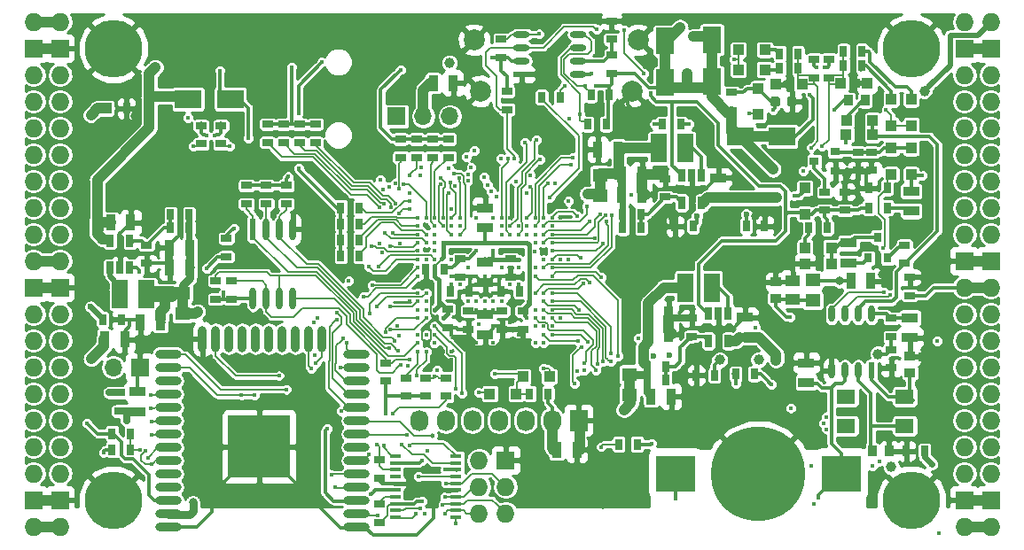
<source format=gbl>
G04 #@! TF.GenerationSoftware,KiCad,Pcbnew,5.0.0+dfsg1-2*
G04 #@! TF.CreationDate,2018-08-27T09:53:11+02:00*
G04 #@! TF.ProjectId,ulx3s,756C7833732E6B696361645F70636200,rev?*
G04 #@! TF.SameCoordinates,Original*
G04 #@! TF.FileFunction,Copper,L4,Bot,Signal*
G04 #@! TF.FilePolarity,Positive*
%FSLAX46Y46*%
G04 Gerber Fmt 4.6, Leading zero omitted, Abs format (unit mm)*
G04 Created by KiCad (PCBNEW 5.0.0+dfsg1-2) date Mon Aug 27 09:53:11 2018*
%MOMM*%
%LPD*%
G01*
G04 APERTURE LIST*
G04 #@! TA.AperFunction,EtchedComponent*
%ADD10C,1.000000*%
G04 #@! TD*
G04 #@! TA.AperFunction,ComponentPad*
%ADD11C,2.000000*%
G04 #@! TD*
G04 #@! TA.AperFunction,SMDPad,CuDef*
%ADD12O,2.500000X0.900000*%
G04 #@! TD*
G04 #@! TA.AperFunction,SMDPad,CuDef*
%ADD13O,0.900000X2.500000*%
G04 #@! TD*
G04 #@! TA.AperFunction,SMDPad,CuDef*
%ADD14R,6.000000X6.000000*%
G04 #@! TD*
G04 #@! TA.AperFunction,SMDPad,CuDef*
%ADD15R,0.670000X1.000000*%
G04 #@! TD*
G04 #@! TA.AperFunction,SMDPad,CuDef*
%ADD16R,1.400000X1.295000*%
G04 #@! TD*
G04 #@! TA.AperFunction,SMDPad,CuDef*
%ADD17R,2.500000X1.800000*%
G04 #@! TD*
G04 #@! TA.AperFunction,SMDPad,CuDef*
%ADD18R,1.800000X2.500000*%
G04 #@! TD*
G04 #@! TA.AperFunction,SMDPad,CuDef*
%ADD19R,3.700000X3.500000*%
G04 #@! TD*
G04 #@! TA.AperFunction,BGAPad,CuDef*
%ADD20C,9.000000*%
G04 #@! TD*
G04 #@! TA.AperFunction,SMDPad,CuDef*
%ADD21R,1.550000X0.600000*%
G04 #@! TD*
G04 #@! TA.AperFunction,SMDPad,CuDef*
%ADD22O,1.550000X0.600000*%
G04 #@! TD*
G04 #@! TA.AperFunction,SMDPad,CuDef*
%ADD23R,0.600000X2.100000*%
G04 #@! TD*
G04 #@! TA.AperFunction,SMDPad,CuDef*
%ADD24O,0.600000X2.100000*%
G04 #@! TD*
G04 #@! TA.AperFunction,SMDPad,CuDef*
%ADD25R,0.600000X1.550000*%
G04 #@! TD*
G04 #@! TA.AperFunction,SMDPad,CuDef*
%ADD26O,0.600000X1.550000*%
G04 #@! TD*
G04 #@! TA.AperFunction,SMDPad,CuDef*
%ADD27R,1.000000X0.400000*%
G04 #@! TD*
G04 #@! TA.AperFunction,SMDPad,CuDef*
%ADD28R,0.700000X1.200000*%
G04 #@! TD*
G04 #@! TA.AperFunction,ComponentPad*
%ADD29O,1.727200X1.727200*%
G04 #@! TD*
G04 #@! TA.AperFunction,ComponentPad*
%ADD30R,1.727200X1.727200*%
G04 #@! TD*
G04 #@! TA.AperFunction,ComponentPad*
%ADD31C,5.500000*%
G04 #@! TD*
G04 #@! TA.AperFunction,ComponentPad*
%ADD32R,1.727200X2.032000*%
G04 #@! TD*
G04 #@! TA.AperFunction,ComponentPad*
%ADD33O,1.727200X2.032000*%
G04 #@! TD*
G04 #@! TA.AperFunction,SMDPad,CuDef*
%ADD34R,1.800000X1.400000*%
G04 #@! TD*
G04 #@! TA.AperFunction,SMDPad,CuDef*
%ADD35R,0.970000X1.500000*%
G04 #@! TD*
G04 #@! TA.AperFunction,SMDPad,CuDef*
%ADD36R,1.500000X0.970000*%
G04 #@! TD*
G04 #@! TA.AperFunction,SMDPad,CuDef*
%ADD37R,1.000000X0.670000*%
G04 #@! TD*
G04 #@! TA.AperFunction,SMDPad,CuDef*
%ADD38R,1.000000X1.000000*%
G04 #@! TD*
G04 #@! TA.AperFunction,BGAPad,CuDef*
%ADD39C,0.300000*%
G04 #@! TD*
G04 #@! TA.AperFunction,ComponentPad*
%ADD40R,1.700000X1.700000*%
G04 #@! TD*
G04 #@! TA.AperFunction,ComponentPad*
%ADD41O,1.700000X1.700000*%
G04 #@! TD*
G04 #@! TA.AperFunction,SMDPad,CuDef*
%ADD42R,1.500000X2.700000*%
G04 #@! TD*
G04 #@! TA.AperFunction,SMDPad,CuDef*
%ADD43R,0.800000X0.900000*%
G04 #@! TD*
G04 #@! TA.AperFunction,SMDPad,CuDef*
%ADD44R,0.900000X0.800000*%
G04 #@! TD*
G04 #@! TA.AperFunction,SMDPad,CuDef*
%ADD45R,0.820000X1.000000*%
G04 #@! TD*
G04 #@! TA.AperFunction,SMDPad,CuDef*
%ADD46R,1.000000X0.820000*%
G04 #@! TD*
G04 #@! TA.AperFunction,SMDPad,CuDef*
%ADD47R,1.400000X1.120000*%
G04 #@! TD*
G04 #@! TA.AperFunction,Conductor*
%ADD48C,0.100000*%
G04 #@! TD*
G04 #@! TA.AperFunction,SMDPad,CuDef*
%ADD49C,0.875000*%
G04 #@! TD*
G04 #@! TA.AperFunction,ViaPad*
%ADD50C,2.000000*%
G04 #@! TD*
G04 #@! TA.AperFunction,ViaPad*
%ADD51C,0.419000*%
G04 #@! TD*
G04 #@! TA.AperFunction,ViaPad*
%ADD52C,0.600000*%
G04 #@! TD*
G04 #@! TA.AperFunction,ViaPad*
%ADD53C,1.000000*%
G04 #@! TD*
G04 #@! TA.AperFunction,ViaPad*
%ADD54C,0.800000*%
G04 #@! TD*
G04 #@! TA.AperFunction,ViaPad*
%ADD55C,0.700000*%
G04 #@! TD*
G04 #@! TA.AperFunction,ViaPad*
%ADD56C,0.454000*%
G04 #@! TD*
G04 #@! TA.AperFunction,Conductor*
%ADD57C,0.300000*%
G04 #@! TD*
G04 #@! TA.AperFunction,Conductor*
%ADD58C,1.000000*%
G04 #@! TD*
G04 #@! TA.AperFunction,Conductor*
%ADD59C,0.700000*%
G04 #@! TD*
G04 #@! TA.AperFunction,Conductor*
%ADD60C,0.127000*%
G04 #@! TD*
G04 #@! TA.AperFunction,Conductor*
%ADD61C,0.500000*%
G04 #@! TD*
G04 #@! TA.AperFunction,Conductor*
%ADD62C,0.400000*%
G04 #@! TD*
G04 #@! TA.AperFunction,Conductor*
%ADD63C,0.800000*%
G04 #@! TD*
G04 #@! TA.AperFunction,Conductor*
%ADD64C,0.600000*%
G04 #@! TD*
G04 #@! TA.AperFunction,Conductor*
%ADD65C,0.190000*%
G04 #@! TD*
G04 #@! TA.AperFunction,Conductor*
%ADD66C,1.500000*%
G04 #@! TD*
G04 #@! TA.AperFunction,Conductor*
%ADD67C,0.200000*%
G04 #@! TD*
G04 #@! TA.AperFunction,Conductor*
%ADD68C,0.254000*%
G04 #@! TD*
G04 APERTURE END LIST*
D10*
G04 #@! TO.C,RP3*
X149472000Y-77311000D02*
X149472000Y-79311000D01*
G04 #@! TO.C,RP2*
X109609000Y-88632000D02*
X109609000Y-90632000D01*
G04 #@! TO.C,RP1*
X152281000Y-96361000D02*
X152281000Y-98361000D01*
G04 #@! TO.C,D9*
X166854000Y-73630000D02*
X162854000Y-73630000D01*
G04 #@! TO.C,D52*
X160155000Y-64391000D02*
X160155000Y-68391000D01*
G04 #@! TO.C,D51*
X155710000Y-68518000D02*
X155710000Y-64518000D01*
G04 #@! TD*
D11*
G04 #@! TO.P,GPDI1,0*
G04 #@! TO.N,GND*
X152546000Y-69312000D03*
X138046000Y-69312000D03*
X153146000Y-64412000D03*
X137446000Y-64412000D03*
G04 #@! TD*
D12*
G04 #@! TO.P,U9,38*
G04 #@! TO.N,GND*
X126230000Y-111000000D03*
G04 #@! TO.P,U9,37*
G04 #@! TO.N,JTAG_TDI*
X126230000Y-109730000D03*
G04 #@! TO.P,U9,36*
G04 #@! TO.N,PROG_DONE*
X126230000Y-108460000D03*
G04 #@! TO.P,U9,35*
G04 #@! TO.N,WIFI_TXD*
X126230000Y-107190000D03*
G04 #@! TO.P,U9,34*
G04 #@! TO.N,WIFI_RXD*
X126230000Y-105920000D03*
G04 #@! TO.P,U9,33*
G04 #@! TO.N,JTAG_TMS*
X126230000Y-104650000D03*
G04 #@! TO.P,U9,32*
G04 #@! TO.N,N/C*
X126230000Y-103380000D03*
G04 #@! TO.P,U9,31*
G04 #@! TO.N,JTAG_TDO*
X126230000Y-102110000D03*
G04 #@! TO.P,U9,30*
G04 #@! TO.N,JTAG_TCK*
X126230000Y-100840000D03*
G04 #@! TO.P,U9,29*
G04 #@! TO.N,WIFI_GPIO5*
X126230000Y-99570000D03*
G04 #@! TO.P,U9,28*
G04 #@! TO.N,WIFI_GPIO17*
X126230000Y-98300000D03*
G04 #@! TO.P,U9,27*
G04 #@! TO.N,WIFI_GPIO16*
X126230000Y-97030000D03*
G04 #@! TO.P,U9,26*
G04 #@! TO.N,SD_D1*
X126230000Y-95760000D03*
G04 #@! TO.P,U9,25*
G04 #@! TO.N,WIFI_GPIO0*
X126230000Y-94490000D03*
D13*
G04 #@! TO.P,U9,24*
G04 #@! TO.N,SD_D0*
X122945000Y-93000000D03*
G04 #@! TO.P,U9,23*
G04 #@! TO.N,SD_CMD*
X121675000Y-93000000D03*
G04 #@! TO.P,U9,22*
G04 #@! TO.N,N/C*
X120405000Y-93000000D03*
G04 #@! TO.P,U9,21*
X119135000Y-93000000D03*
G04 #@! TO.P,U9,20*
X117865000Y-93000000D03*
G04 #@! TO.P,U9,19*
X116595000Y-93000000D03*
G04 #@! TO.P,U9,18*
X115325000Y-93000000D03*
G04 #@! TO.P,U9,17*
X114055000Y-93000000D03*
G04 #@! TO.P,U9,16*
G04 #@! TO.N,SD_D3*
X112785000Y-93000000D03*
G04 #@! TO.P,U9,15*
G04 #@! TO.N,GND*
X111515000Y-93000000D03*
D12*
G04 #@! TO.P,U9,14*
G04 #@! TO.N,SD_D2*
X108230000Y-94490000D03*
G04 #@! TO.P,U9,13*
G04 #@! TO.N,SD_CLK*
X108230000Y-95760000D03*
G04 #@! TO.P,U9,12*
G04 #@! TO.N,N/C*
X108230000Y-97030000D03*
G04 #@! TO.P,U9,11*
G04 #@! TO.N,GP11*
X108230000Y-98300000D03*
G04 #@! TO.P,U9,10*
G04 #@! TO.N,GN11*
X108230000Y-99570000D03*
G04 #@! TO.P,U9,9*
G04 #@! TO.N,GP12*
X108230000Y-100840000D03*
G04 #@! TO.P,U9,8*
G04 #@! TO.N,GN12*
X108230000Y-102110000D03*
G04 #@! TO.P,U9,7*
G04 #@! TO.N,GP13*
X108230000Y-103380000D03*
G04 #@! TO.P,U9,6*
G04 #@! TO.N,GN13*
X108230000Y-104650000D03*
G04 #@! TO.P,U9,5*
G04 #@! TO.N,N/C*
X108230000Y-105920000D03*
G04 #@! TO.P,U9,4*
X108230000Y-107190000D03*
G04 #@! TO.P,U9,3*
G04 #@! TO.N,/wifi/WIFIEN*
X108230000Y-108460000D03*
G04 #@! TO.P,U9,2*
G04 #@! TO.N,+3V3*
X108230000Y-109730000D03*
G04 #@! TO.P,U9,1*
G04 #@! TO.N,GND*
X108230000Y-111000000D03*
D14*
G04 #@! TO.P,U9,39*
X116930000Y-103300000D03*
G04 #@! TD*
D15*
G04 #@! TO.P,C49,2*
G04 #@! TO.N,GND*
X103738000Y-91156000D03*
G04 #@! TO.P,C49,1*
G04 #@! TO.N,2V5_3V3*
X101988000Y-91156000D03*
G04 #@! TD*
D16*
G04 #@! TO.P,RP3,2*
G04 #@! TO.N,+3V3*
X149472000Y-79278500D03*
G04 #@! TO.P,RP3,1*
G04 #@! TO.N,/power/P3V3*
X149472000Y-77343500D03*
G04 #@! TD*
G04 #@! TO.P,RP2,2*
G04 #@! TO.N,+2V5*
X109609000Y-90599500D03*
G04 #@! TO.P,RP2,1*
G04 #@! TO.N,/power/P2V5*
X109609000Y-88664500D03*
G04 #@! TD*
G04 #@! TO.P,RP1,2*
G04 #@! TO.N,+1V1*
X152281000Y-98328500D03*
G04 #@! TO.P,RP1,1*
G04 #@! TO.N,/power/P1V1*
X152281000Y-96393500D03*
G04 #@! TD*
D17*
G04 #@! TO.P,D9,2*
G04 #@! TO.N,+5V*
X162854000Y-73630000D03*
G04 #@! TO.P,D9,1*
G04 #@! TO.N,/usb/US2VBUS*
X166854000Y-73630000D03*
G04 #@! TD*
D18*
G04 #@! TO.P,D52,2*
G04 #@! TO.N,+5V*
X160155000Y-68391000D03*
G04 #@! TO.P,D52,1*
G04 #@! TO.N,/gpio/OUT5V*
X160155000Y-64391000D03*
G04 #@! TD*
G04 #@! TO.P,D51,2*
G04 #@! TO.N,/gpio/IN5V*
X155710000Y-64518000D03*
G04 #@! TO.P,D51,1*
G04 #@! TO.N,+5V*
X155710000Y-68518000D03*
G04 #@! TD*
D19*
G04 #@! TO.P,BAT1,1*
G04 #@! TO.N,/power/VBAT*
X172485000Y-105870000D03*
X156685000Y-105870000D03*
D20*
G04 #@! TO.P,BAT1,2*
G04 #@! TO.N,GND*
X164585000Y-105870000D03*
G04 #@! TD*
D21*
G04 #@! TO.P,U11,1*
G04 #@! TO.N,GND*
X141980000Y-67706500D03*
D22*
G04 #@! TO.P,U11,2*
G04 #@! TO.N,+2V5*
X141980000Y-66436500D03*
G04 #@! TO.P,U11,3*
G04 #@! TO.N,FPDI_SCL*
X141980000Y-65166500D03*
G04 #@! TO.P,U11,4*
G04 #@! TO.N,FPDI_SDA*
X141980000Y-63896500D03*
G04 #@! TO.P,U11,5*
G04 #@! TO.N,GPDI_SDA*
X147380000Y-63896500D03*
G04 #@! TO.P,U11,6*
G04 #@! TO.N,GPDI_SCL*
X147380000Y-65166500D03*
G04 #@! TO.P,U11,7*
G04 #@! TO.N,/gpdi/VREF2*
X147380000Y-66436500D03*
G04 #@! TO.P,U11,8*
G04 #@! TO.N,+3V3*
X147380000Y-67706500D03*
G04 #@! TD*
D23*
G04 #@! TO.P,U10,1*
G04 #@! TO.N,/flash/FLASH_nCS*
X116340000Y-82520000D03*
D24*
G04 #@! TO.P,U10,2*
G04 #@! TO.N,/flash/FLASH_MISO*
X117610000Y-82520000D03*
G04 #@! TO.P,U10,3*
G04 #@! TO.N,/flash/FLASH_nWP*
X118880000Y-82520000D03*
G04 #@! TO.P,U10,4*
G04 #@! TO.N,GND*
X120150000Y-82520000D03*
G04 #@! TO.P,U10,5*
G04 #@! TO.N,/flash/FLASH_MOSI*
X120150000Y-89124000D03*
G04 #@! TO.P,U10,6*
G04 #@! TO.N,/flash/FLASH_SCK*
X118880000Y-89124000D03*
G04 #@! TO.P,U10,7*
G04 #@! TO.N,/flash/FLASH_nHOLD*
X117610000Y-89124000D03*
G04 #@! TO.P,U10,8*
G04 #@! TO.N,+3V3*
X116340000Y-89124000D03*
G04 #@! TD*
D25*
G04 #@! TO.P,U7,1*
G04 #@! TO.N,/power/OSCI_32k*
X175395000Y-96015000D03*
D26*
G04 #@! TO.P,U7,2*
G04 #@! TO.N,/power/OSCO_32k*
X174125000Y-96015000D03*
G04 #@! TO.P,U7,3*
G04 #@! TO.N,/power/VBAT*
X172855000Y-96015000D03*
G04 #@! TO.P,U7,4*
G04 #@! TO.N,GND*
X171585000Y-96015000D03*
G04 #@! TO.P,U7,5*
G04 #@! TO.N,FPDI_SDA*
X171585000Y-90615000D03*
G04 #@! TO.P,U7,6*
G04 #@! TO.N,FPDI_SCL*
X172855000Y-90615000D03*
G04 #@! TO.P,U7,7*
G04 #@! TO.N,/power/WAKEUPn*
X174125000Y-90615000D03*
G04 #@! TO.P,U7,8*
G04 #@! TO.N,/power/RTCVDD*
X175395000Y-90615000D03*
G04 #@! TD*
D27*
G04 #@! TO.P,U6,20*
G04 #@! TO.N,FTDI_TXD*
X129935000Y-104215000D03*
G04 #@! TO.P,U6,19*
G04 #@! TO.N,FTDI_nSLEEP*
X129935000Y-104865000D03*
G04 #@! TO.P,U6,18*
G04 #@! TO.N,FTDI_TXDEN*
X129935000Y-105515000D03*
G04 #@! TO.P,U6,17*
G04 #@! TO.N,N/C*
X129935000Y-106165000D03*
G04 #@! TO.P,U6,16*
G04 #@! TO.N,GND*
X129935000Y-106815000D03*
G04 #@! TO.P,U6,15*
G04 #@! TO.N,USB5V*
X129935000Y-107465000D03*
G04 #@! TO.P,U6,14*
G04 #@! TO.N,nRESET*
X129935000Y-108115000D03*
G04 #@! TO.P,U6,13*
G04 #@! TO.N,FT2V5*
X129935000Y-108765000D03*
G04 #@! TO.P,U6,12*
G04 #@! TO.N,USB_FTDI_D-*
X129935000Y-109415000D03*
G04 #@! TO.P,U6,11*
G04 #@! TO.N,USB_FTDI_D+*
X129935000Y-110065000D03*
G04 #@! TO.P,U6,10*
G04 #@! TO.N,FTDI_nTXLED*
X135735000Y-110065000D03*
G04 #@! TO.P,U6,9*
G04 #@! TO.N,JTAG_TDO*
X135735000Y-109415000D03*
G04 #@! TO.P,U6,8*
G04 #@! TO.N,JTAG_TMS*
X135735000Y-108765000D03*
G04 #@! TO.P,U6,7*
G04 #@! TO.N,JTAG_TCK*
X135735000Y-108115000D03*
G04 #@! TO.P,U6,6*
G04 #@! TO.N,GND*
X135735000Y-107465000D03*
G04 #@! TO.P,U6,5*
G04 #@! TO.N,JTAG_TDI*
X135735000Y-106815000D03*
G04 #@! TO.P,U6,4*
G04 #@! TO.N,FTDI_RXD*
X135735000Y-106165000D03*
G04 #@! TO.P,U6,3*
G04 #@! TO.N,FT2V5*
X135735000Y-105515000D03*
G04 #@! TO.P,U6,2*
G04 #@! TO.N,FTDI_nRTS*
X135735000Y-104865000D03*
G04 #@! TO.P,U6,1*
G04 #@! TO.N,FTDI_nDTR*
X135735000Y-104215000D03*
G04 #@! TD*
D28*
G04 #@! TO.P,U5,1*
G04 #@! TO.N,/power/PWREN*
X157285000Y-77392000D03*
G04 #@! TO.P,U5,2*
G04 #@! TO.N,GND*
X158235000Y-77392000D03*
G04 #@! TO.P,U5,3*
G04 #@! TO.N,/power/L3*
X159185000Y-77392000D03*
G04 #@! TO.P,U5,4*
G04 #@! TO.N,+5V*
X159185000Y-79992000D03*
G04 #@! TO.P,U5,5*
G04 #@! TO.N,/power/FB3*
X157285000Y-79992000D03*
G04 #@! TD*
G04 #@! TO.P,U3,1*
G04 #@! TO.N,/power/PWREN*
X159825000Y-90600000D03*
G04 #@! TO.P,U3,2*
G04 #@! TO.N,GND*
X160775000Y-90600000D03*
G04 #@! TO.P,U3,3*
G04 #@! TO.N,/power/L1*
X161725000Y-90600000D03*
G04 #@! TO.P,U3,4*
G04 #@! TO.N,+5V*
X161725000Y-93200000D03*
G04 #@! TO.P,U3,5*
G04 #@! TO.N,/power/FB1*
X159825000Y-93200000D03*
G04 #@! TD*
G04 #@! TO.P,U4,1*
G04 #@! TO.N,/power/PWREN*
X104575000Y-86215000D03*
G04 #@! TO.P,U4,2*
G04 #@! TO.N,GND*
X103625000Y-86215000D03*
G04 #@! TO.P,U4,3*
G04 #@! TO.N,/power/L2*
X102675000Y-86215000D03*
G04 #@! TO.P,U4,4*
G04 #@! TO.N,+5V*
X102675000Y-83615000D03*
G04 #@! TO.P,U4,5*
G04 #@! TO.N,/power/FB2*
X104575000Y-83615000D03*
G04 #@! TD*
D29*
G04 #@! TO.P,J1,1*
G04 #@! TO.N,2V5_3V3*
X97910000Y-62690000D03*
G04 #@! TO.P,J1,2*
X95370000Y-62690000D03*
D30*
G04 #@! TO.P,J1,3*
G04 #@! TO.N,GND*
X97910000Y-65230000D03*
G04 #@! TO.P,J1,4*
X95370000Y-65230000D03*
D29*
G04 #@! TO.P,J1,5*
G04 #@! TO.N,GN0*
X97910000Y-67770000D03*
G04 #@! TO.P,J1,6*
G04 #@! TO.N,GP0*
X95370000Y-67770000D03*
G04 #@! TO.P,J1,7*
G04 #@! TO.N,GN1*
X97910000Y-70310000D03*
G04 #@! TO.P,J1,8*
G04 #@! TO.N,GP1*
X95370000Y-70310000D03*
G04 #@! TO.P,J1,9*
G04 #@! TO.N,GN2*
X97910000Y-72850000D03*
G04 #@! TO.P,J1,10*
G04 #@! TO.N,GP2*
X95370000Y-72850000D03*
G04 #@! TO.P,J1,11*
G04 #@! TO.N,GN3*
X97910000Y-75390000D03*
G04 #@! TO.P,J1,12*
G04 #@! TO.N,GP3*
X95370000Y-75390000D03*
G04 #@! TO.P,J1,13*
G04 #@! TO.N,GN4*
X97910000Y-77930000D03*
G04 #@! TO.P,J1,14*
G04 #@! TO.N,GP4*
X95370000Y-77930000D03*
G04 #@! TO.P,J1,15*
G04 #@! TO.N,GN5*
X97910000Y-80470000D03*
G04 #@! TO.P,J1,16*
G04 #@! TO.N,GP5*
X95370000Y-80470000D03*
G04 #@! TO.P,J1,17*
G04 #@! TO.N,GN6*
X97910000Y-83010000D03*
G04 #@! TO.P,J1,18*
G04 #@! TO.N,GP6*
X95370000Y-83010000D03*
G04 #@! TO.P,J1,19*
G04 #@! TO.N,2V5_3V3*
X97910000Y-85550000D03*
G04 #@! TO.P,J1,20*
X95370000Y-85550000D03*
D30*
G04 #@! TO.P,J1,21*
G04 #@! TO.N,GND*
X97910000Y-88090000D03*
G04 #@! TO.P,J1,22*
X95370000Y-88090000D03*
D29*
G04 #@! TO.P,J1,23*
G04 #@! TO.N,GN7*
X97910000Y-90630000D03*
G04 #@! TO.P,J1,24*
G04 #@! TO.N,GP7*
X95370000Y-90630000D03*
G04 #@! TO.P,J1,25*
G04 #@! TO.N,GN8*
X97910000Y-93170000D03*
G04 #@! TO.P,J1,26*
G04 #@! TO.N,GP8*
X95370000Y-93170000D03*
G04 #@! TO.P,J1,27*
G04 #@! TO.N,GN9*
X97910000Y-95710000D03*
G04 #@! TO.P,J1,28*
G04 #@! TO.N,GP9*
X95370000Y-95710000D03*
G04 #@! TO.P,J1,29*
G04 #@! TO.N,GN10*
X97910000Y-98250000D03*
G04 #@! TO.P,J1,30*
G04 #@! TO.N,GP10*
X95370000Y-98250000D03*
G04 #@! TO.P,J1,31*
G04 #@! TO.N,GN11*
X97910000Y-100790000D03*
G04 #@! TO.P,J1,32*
G04 #@! TO.N,GP11*
X95370000Y-100790000D03*
G04 #@! TO.P,J1,33*
G04 #@! TO.N,GN12*
X97910000Y-103330000D03*
G04 #@! TO.P,J1,34*
G04 #@! TO.N,GP12*
X95370000Y-103330000D03*
G04 #@! TO.P,J1,35*
G04 #@! TO.N,GN13*
X97910000Y-105870000D03*
G04 #@! TO.P,J1,36*
G04 #@! TO.N,GP13*
X95370000Y-105870000D03*
D30*
G04 #@! TO.P,J1,37*
G04 #@! TO.N,GND*
X97910000Y-108410000D03*
G04 #@! TO.P,J1,38*
X95370000Y-108410000D03*
D29*
G04 #@! TO.P,J1,39*
G04 #@! TO.N,2V5_3V3*
X97910000Y-110950000D03*
G04 #@! TO.P,J1,40*
X95370000Y-110950000D03*
G04 #@! TD*
G04 #@! TO.P,J2,1*
G04 #@! TO.N,+3V3*
X184270000Y-110950000D03*
G04 #@! TO.P,J2,2*
X186810000Y-110950000D03*
D30*
G04 #@! TO.P,J2,3*
G04 #@! TO.N,GND*
X184270000Y-108410000D03*
G04 #@! TO.P,J2,4*
X186810000Y-108410000D03*
D29*
G04 #@! TO.P,J2,5*
G04 #@! TO.N,GN14*
X184270000Y-105870000D03*
G04 #@! TO.P,J2,6*
G04 #@! TO.N,GP14*
X186810000Y-105870000D03*
G04 #@! TO.P,J2,7*
G04 #@! TO.N,GN15*
X184270000Y-103330000D03*
G04 #@! TO.P,J2,8*
G04 #@! TO.N,GP15*
X186810000Y-103330000D03*
G04 #@! TO.P,J2,9*
G04 #@! TO.N,GN16*
X184270000Y-100790000D03*
G04 #@! TO.P,J2,10*
G04 #@! TO.N,GP16*
X186810000Y-100790000D03*
G04 #@! TO.P,J2,11*
G04 #@! TO.N,GN17*
X184270000Y-98250000D03*
G04 #@! TO.P,J2,12*
G04 #@! TO.N,GP17*
X186810000Y-98250000D03*
G04 #@! TO.P,J2,13*
G04 #@! TO.N,GN18*
X184270000Y-95710000D03*
G04 #@! TO.P,J2,14*
G04 #@! TO.N,GP18*
X186810000Y-95710000D03*
G04 #@! TO.P,J2,15*
G04 #@! TO.N,GN19*
X184270000Y-93170000D03*
G04 #@! TO.P,J2,16*
G04 #@! TO.N,GP19*
X186810000Y-93170000D03*
G04 #@! TO.P,J2,17*
G04 #@! TO.N,GN20*
X184270000Y-90630000D03*
G04 #@! TO.P,J2,18*
G04 #@! TO.N,GP20*
X186810000Y-90630000D03*
G04 #@! TO.P,J2,19*
G04 #@! TO.N,+3V3*
X184270000Y-88090000D03*
G04 #@! TO.P,J2,20*
X186810000Y-88090000D03*
D30*
G04 #@! TO.P,J2,21*
G04 #@! TO.N,GND*
X184270000Y-85550000D03*
G04 #@! TO.P,J2,22*
X186810000Y-85550000D03*
D29*
G04 #@! TO.P,J2,23*
G04 #@! TO.N,GN21*
X184270000Y-83010000D03*
G04 #@! TO.P,J2,24*
G04 #@! TO.N,GP21*
X186810000Y-83010000D03*
G04 #@! TO.P,J2,25*
G04 #@! TO.N,GN22*
X184270000Y-80470000D03*
G04 #@! TO.P,J2,26*
G04 #@! TO.N,GP22*
X186810000Y-80470000D03*
G04 #@! TO.P,J2,27*
G04 #@! TO.N,GN23*
X184270000Y-77930000D03*
G04 #@! TO.P,J2,28*
G04 #@! TO.N,GP23*
X186810000Y-77930000D03*
G04 #@! TO.P,J2,29*
G04 #@! TO.N,GN24*
X184270000Y-75390000D03*
G04 #@! TO.P,J2,30*
G04 #@! TO.N,GP24*
X186810000Y-75390000D03*
G04 #@! TO.P,J2,31*
G04 #@! TO.N,GN25*
X184270000Y-72850000D03*
G04 #@! TO.P,J2,32*
G04 #@! TO.N,GP25*
X186810000Y-72850000D03*
G04 #@! TO.P,J2,33*
G04 #@! TO.N,GN26*
X184270000Y-70310000D03*
G04 #@! TO.P,J2,34*
G04 #@! TO.N,GP26*
X186810000Y-70310000D03*
G04 #@! TO.P,J2,35*
G04 #@! TO.N,GN27*
X184270000Y-67770000D03*
G04 #@! TO.P,J2,36*
G04 #@! TO.N,GP27*
X186810000Y-67770000D03*
D30*
G04 #@! TO.P,J2,37*
G04 #@! TO.N,GND*
X184270000Y-65230000D03*
G04 #@! TO.P,J2,38*
X186810000Y-65230000D03*
D29*
G04 #@! TO.P,J2,39*
G04 #@! TO.N,/gpio/IN5V*
X184270000Y-62690000D03*
G04 #@! TO.P,J2,40*
G04 #@! TO.N,/gpio/OUT5V*
X186810000Y-62690000D03*
G04 #@! TD*
D31*
G04 #@! TO.P,H1,1*
G04 #@! TO.N,GND*
X102990000Y-108410000D03*
G04 #@! TD*
G04 #@! TO.P,H2,1*
G04 #@! TO.N,GND*
X179190000Y-108410000D03*
G04 #@! TD*
G04 #@! TO.P,H3,1*
G04 #@! TO.N,GND*
X179190000Y-65230000D03*
G04 #@! TD*
G04 #@! TO.P,H4,1*
G04 #@! TO.N,GND*
X102990000Y-65230000D03*
G04 #@! TD*
D30*
G04 #@! TO.P,J4,1*
G04 #@! TO.N,GND*
X140455000Y-104600000D03*
D29*
G04 #@! TO.P,J4,2*
G04 #@! TO.N,+3V3*
X137915000Y-104600000D03*
G04 #@! TO.P,J4,3*
G04 #@! TO.N,JTAG_TDI*
X140455000Y-107140000D03*
G04 #@! TO.P,J4,4*
G04 #@! TO.N,JTAG_TCK*
X137915000Y-107140000D03*
G04 #@! TO.P,J4,5*
G04 #@! TO.N,JTAG_TMS*
X140455000Y-109680000D03*
G04 #@! TO.P,J4,6*
G04 #@! TO.N,JTAG_TDO*
X137915000Y-109680000D03*
G04 #@! TD*
D32*
G04 #@! TO.P,OLED1,1*
G04 #@! TO.N,GND*
X147440000Y-100790000D03*
D33*
G04 #@! TO.P,OLED1,2*
G04 #@! TO.N,+3V3*
X144900000Y-100790000D03*
G04 #@! TO.P,OLED1,3*
G04 #@! TO.N,OLED_CLK*
X142360000Y-100790000D03*
G04 #@! TO.P,OLED1,4*
G04 #@! TO.N,OLED_MOSI*
X139820000Y-100790000D03*
G04 #@! TO.P,OLED1,5*
G04 #@! TO.N,OLED_RES*
X137280000Y-100790000D03*
G04 #@! TO.P,OLED1,6*
G04 #@! TO.N,OLED_DC*
X134740000Y-100790000D03*
G04 #@! TO.P,OLED1,7*
G04 #@! TO.N,OLED_CS*
X132200000Y-100790000D03*
G04 #@! TD*
D34*
G04 #@! TO.P,Y2,4*
G04 #@! TO.N,/power/OSCI_32k*
X178576000Y-98522000D03*
G04 #@! TO.P,Y2,3*
G04 #@! TO.N,N/C*
X172976000Y-98522000D03*
G04 #@! TO.P,Y2,2*
X172976000Y-101322000D03*
G04 #@! TO.P,Y2,1*
G04 #@! TO.N,/power/OSCO_32k*
X178576000Y-101322000D03*
G04 #@! TD*
D35*
G04 #@! TO.P,C47,1*
G04 #@! TO.N,2V5_3V3*
X133546000Y-68550000D03*
G04 #@! TO.P,C47,2*
G04 #@! TO.N,GND*
X135456000Y-68550000D03*
G04 #@! TD*
G04 #@! TO.P,C1,1*
G04 #@! TO.N,+5V*
X102748500Y-81885000D03*
G04 #@! TO.P,C1,2*
G04 #@! TO.N,GND*
X104658500Y-81885000D03*
G04 #@! TD*
D15*
G04 #@! TO.P,C2,1*
G04 #@! TO.N,/power/P1V1*
X153985000Y-96910000D03*
G04 #@! TO.P,C2,2*
G04 #@! TO.N,/power/FB1*
X155735000Y-96910000D03*
G04 #@! TD*
D35*
G04 #@! TO.P,C3,2*
G04 #@! TO.N,GND*
X156015000Y-90630000D03*
G04 #@! TO.P,C3,1*
G04 #@! TO.N,/power/P1V1*
X154105000Y-90630000D03*
G04 #@! TD*
G04 #@! TO.P,C4,1*
G04 #@! TO.N,/power/P1V1*
X154105000Y-92535000D03*
G04 #@! TO.P,C4,2*
G04 #@! TO.N,GND*
X156015000Y-92535000D03*
G04 #@! TD*
D36*
G04 #@! TO.P,C5,2*
G04 #@! TO.N,GND*
X163315000Y-90945000D03*
G04 #@! TO.P,C5,1*
G04 #@! TO.N,+5V*
X163315000Y-92855000D03*
G04 #@! TD*
D15*
G04 #@! TO.P,C6,1*
G04 #@! TO.N,/power/P3V3*
X151645000Y-82375000D03*
G04 #@! TO.P,C6,2*
G04 #@! TO.N,/power/FB3*
X153395000Y-82375000D03*
G04 #@! TD*
D35*
G04 #@! TO.P,C7,2*
G04 #@! TO.N,GND*
X153475000Y-79200000D03*
G04 #@! TO.P,C7,1*
G04 #@! TO.N,/power/P3V3*
X151565000Y-79200000D03*
G04 #@! TD*
G04 #@! TO.P,C8,2*
G04 #@! TO.N,GND*
X153475000Y-77295000D03*
G04 #@! TO.P,C8,1*
G04 #@! TO.N,/power/P3V3*
X151565000Y-77295000D03*
G04 #@! TD*
D36*
G04 #@! TO.P,C9,1*
G04 #@! TO.N,+5V*
X160775000Y-79520000D03*
G04 #@! TO.P,C9,2*
G04 #@! TO.N,GND*
X160775000Y-77610000D03*
G04 #@! TD*
D15*
G04 #@! TO.P,C10,2*
G04 #@! TO.N,/power/FB2*
X108465000Y-81105000D03*
G04 #@! TO.P,C10,1*
G04 #@! TO.N,/power/P2V5*
X110215000Y-81105000D03*
G04 #@! TD*
D35*
G04 #@! TO.P,C11,2*
G04 #@! TO.N,GND*
X108385000Y-84280000D03*
G04 #@! TO.P,C11,1*
G04 #@! TO.N,/power/P2V5*
X110295000Y-84280000D03*
G04 #@! TD*
G04 #@! TO.P,C12,1*
G04 #@! TO.N,/power/P2V5*
X110295000Y-86185000D03*
G04 #@! TO.P,C12,2*
G04 #@! TO.N,GND*
X108385000Y-86185000D03*
G04 #@! TD*
D36*
G04 #@! TO.P,C13,2*
G04 #@! TO.N,/power/WKUP*
X173221000Y-83833000D03*
G04 #@! TO.P,C13,1*
G04 #@! TO.N,+5V*
X173221000Y-85743000D03*
G04 #@! TD*
D37*
G04 #@! TO.P,C14,2*
G04 #@! TO.N,GND*
X175380000Y-76900000D03*
G04 #@! TO.P,C14,1*
G04 #@! TO.N,/power/SHUT*
X175380000Y-75150000D03*
G04 #@! TD*
D36*
G04 #@! TO.P,C15,1*
G04 #@! TO.N,/sdcard/SD3V3*
X105276000Y-99967000D03*
G04 #@! TO.P,C15,2*
G04 #@! TO.N,GND*
X105276000Y-98057000D03*
G04 #@! TD*
D35*
G04 #@! TO.P,C16,1*
G04 #@! TO.N,+3V3*
X173424000Y-87473000D03*
G04 #@! TO.P,C16,2*
G04 #@! TO.N,GND*
X175334000Y-87473000D03*
G04 #@! TD*
D36*
G04 #@! TO.P,C17,1*
G04 #@! TO.N,+1V1*
X138500000Y-90665000D03*
G04 #@! TO.P,C17,2*
G04 #@! TO.N,GND*
X138500000Y-92575000D03*
G04 #@! TD*
D37*
G04 #@! TO.P,C18,1*
G04 #@! TO.N,/gpdi/VREF2*
X150589600Y-64359000D03*
G04 #@! TO.P,C18,2*
G04 #@! TO.N,GND*
X150589600Y-62609000D03*
G04 #@! TD*
D36*
G04 #@! TO.P,C19,1*
G04 #@! TO.N,+2V5*
X138500000Y-82375000D03*
G04 #@! TO.P,C19,2*
G04 #@! TO.N,GND*
X138500000Y-80465000D03*
G04 #@! TD*
G04 #@! TO.P,C20,2*
G04 #@! TO.N,GND*
X138500000Y-87575000D03*
G04 #@! TO.P,C20,1*
G04 #@! TO.N,+3V3*
X138500000Y-85665000D03*
G04 #@! TD*
D35*
G04 #@! TO.P,C21,2*
G04 #@! TO.N,GND*
X104072000Y-93061000D03*
G04 #@! TO.P,C21,1*
G04 #@! TO.N,+3V3*
X102162000Y-93061000D03*
G04 #@! TD*
G04 #@! TO.P,C22,1*
G04 #@! TO.N,/power/P1V1*
X154359000Y-98504000D03*
G04 #@! TO.P,C22,2*
G04 #@! TO.N,GND*
X156269000Y-98504000D03*
G04 #@! TD*
G04 #@! TO.P,C23,2*
G04 #@! TO.N,GND*
X105591000Y-91392000D03*
G04 #@! TO.P,C23,1*
G04 #@! TO.N,/power/P2V5*
X107501000Y-91392000D03*
G04 #@! TD*
G04 #@! TO.P,C24,1*
G04 #@! TO.N,/power/P3V3*
X151189000Y-74882000D03*
G04 #@! TO.P,C24,2*
G04 #@! TO.N,GND*
X149279000Y-74882000D03*
G04 #@! TD*
D37*
G04 #@! TO.P,C25,2*
G04 #@! TO.N,GND*
X140900000Y-87095000D03*
G04 #@! TO.P,C25,1*
G04 #@! TO.N,+3V3*
X140900000Y-85345000D03*
G04 #@! TD*
G04 #@! TO.P,C26,2*
G04 #@! TO.N,GND*
X136100000Y-87095000D03*
G04 #@! TO.P,C26,1*
G04 #@! TO.N,2V5_3V3*
X136100000Y-85345000D03*
G04 #@! TD*
G04 #@! TO.P,C27,2*
G04 #@! TO.N,GND*
X136900000Y-92095000D03*
G04 #@! TO.P,C27,1*
G04 #@! TO.N,+1V1*
X136900000Y-90345000D03*
G04 #@! TD*
G04 #@! TO.P,C28,1*
G04 #@! TO.N,+1V1*
X140100000Y-90345000D03*
G04 #@! TO.P,C28,2*
G04 #@! TO.N,GND*
X140100000Y-92095000D03*
G04 #@! TD*
G04 #@! TO.P,C29,2*
G04 #@! TO.N,GND*
X142100000Y-92095000D03*
G04 #@! TO.P,C29,1*
G04 #@! TO.N,+2V5*
X142100000Y-90345000D03*
G04 #@! TD*
G04 #@! TO.P,C30,1*
G04 #@! TO.N,+2V5*
X134900000Y-90145000D03*
G04 #@! TO.P,C30,2*
G04 #@! TO.N,GND*
X134900000Y-91895000D03*
G04 #@! TD*
D15*
G04 #@! TO.P,C31,1*
G04 #@! TO.N,+3V3*
X135225000Y-88420000D03*
G04 #@! TO.P,C31,2*
G04 #@! TO.N,GND*
X136975000Y-88420000D03*
G04 #@! TD*
G04 #@! TO.P,C32,2*
G04 #@! TO.N,GND*
X140025000Y-88420000D03*
G04 #@! TO.P,C32,1*
G04 #@! TO.N,+3V3*
X141775000Y-88420000D03*
G04 #@! TD*
G04 #@! TO.P,C33,1*
G04 #@! TO.N,+3V3*
X163425000Y-82220000D03*
G04 #@! TO.P,C33,2*
G04 #@! TO.N,GND*
X165175000Y-82220000D03*
G04 #@! TD*
G04 #@! TO.P,C34,1*
G04 #@! TO.N,+3V3*
X158375000Y-82220000D03*
G04 #@! TO.P,C34,2*
G04 #@! TO.N,GND*
X156625000Y-82220000D03*
G04 #@! TD*
D37*
G04 #@! TO.P,C35,1*
G04 #@! TO.N,+3V3*
X177300000Y-94025000D03*
G04 #@! TO.P,C35,2*
G04 #@! TO.N,GND*
X177300000Y-95775000D03*
G04 #@! TD*
D35*
G04 #@! TO.P,C46,1*
G04 #@! TO.N,+3V3*
X145342000Y-103584000D03*
G04 #@! TO.P,C46,2*
G04 #@! TO.N,GND*
X147252000Y-103584000D03*
G04 #@! TD*
D15*
G04 #@! TO.P,C48,2*
G04 #@! TO.N,GND*
X104246000Y-70963000D03*
G04 #@! TO.P,C48,1*
G04 #@! TO.N,2V5_3V3*
X102496000Y-70963000D03*
G04 #@! TD*
D37*
G04 #@! TO.P,C50,1*
G04 #@! TO.N,+3V3*
X179063000Y-88856000D03*
G04 #@! TO.P,C50,2*
G04 #@! TO.N,GND*
X179063000Y-87106000D03*
G04 #@! TD*
D15*
G04 #@! TO.P,C51,1*
G04 #@! TO.N,+3V3*
X180473000Y-103711000D03*
G04 #@! TO.P,C51,2*
G04 #@! TO.N,GND*
X178723000Y-103711000D03*
G04 #@! TD*
G04 #@! TO.P,C52,2*
G04 #@! TO.N,GND*
X158645000Y-96490000D03*
G04 #@! TO.P,C52,1*
G04 #@! TO.N,+3V3*
X160395000Y-96490000D03*
G04 #@! TD*
G04 #@! TO.P,C53,2*
G04 #@! TO.N,GND*
X132827200Y-86330000D03*
G04 #@! TO.P,C53,1*
G04 #@! TO.N,2V5_3V3*
X134577200Y-86330000D03*
G04 #@! TD*
D36*
G04 #@! TO.P,C54,2*
G04 #@! TO.N,GND*
X169172000Y-95281000D03*
G04 #@! TO.P,C54,1*
G04 #@! TO.N,/power/VBAT*
X169172000Y-97191000D03*
G04 #@! TD*
G04 #@! TO.P,D11,1*
G04 #@! TO.N,/power/HOLD*
X179190000Y-80790000D03*
G04 #@! TO.P,D11,2*
G04 #@! TO.N,+3V3*
X179190000Y-78880000D03*
G04 #@! TD*
D38*
G04 #@! TO.P,D10,1*
G04 #@! TO.N,/power/WAKE*
X169050000Y-84280000D03*
G04 #@! TO.P,D10,2*
G04 #@! TO.N,/power/WKUP*
X171550000Y-84280000D03*
G04 #@! TD*
G04 #@! TO.P,D12,2*
G04 #@! TO.N,/power/FTDI_nSUSPEND*
X169030000Y-78585000D03*
G04 #@! TO.P,D12,1*
G04 #@! TO.N,/power/PWREN*
X169030000Y-81085000D03*
G04 #@! TD*
G04 #@! TO.P,D13,1*
G04 #@! TO.N,/power/WKUP*
X171550000Y-85804000D03*
G04 #@! TO.P,D13,2*
G04 #@! TO.N,GND*
X169050000Y-85804000D03*
G04 #@! TD*
G04 #@! TO.P,D14,2*
G04 #@! TO.N,/power/SHUT*
X179190000Y-74775000D03*
G04 #@! TO.P,D14,1*
G04 #@! TO.N,+3V3*
X179190000Y-77275000D03*
G04 #@! TD*
G04 #@! TO.P,D15,2*
G04 #@! TO.N,SHUTDOWN*
X177285000Y-77275000D03*
G04 #@! TO.P,D15,1*
G04 #@! TO.N,/power/SHUT*
X177285000Y-74775000D03*
G04 #@! TD*
G04 #@! TO.P,D16,1*
G04 #@! TO.N,PWRBTn*
X172987000Y-73503000D03*
G04 #@! TO.P,D16,2*
G04 #@! TO.N,/power/WAKEUPn*
X175487000Y-73503000D03*
G04 #@! TD*
G04 #@! TO.P,D17,1*
G04 #@! TO.N,PWRBTn*
X164585000Y-69060000D03*
G04 #@! TO.P,D17,2*
G04 #@! TO.N,BTN_PWRn*
X164585000Y-71560000D03*
G04 #@! TD*
G04 #@! TO.P,D20,1*
G04 #@! TO.N,USB_FPGA_D+*
X168756000Y-68659000D03*
G04 #@! TO.P,D20,2*
G04 #@! TO.N,GND*
X166256000Y-68659000D03*
G04 #@! TD*
G04 #@! TO.P,D21,2*
G04 #@! TO.N,GND*
X174979000Y-68550000D03*
G04 #@! TO.P,D21,1*
G04 #@! TO.N,USB_FPGA_D-*
X172479000Y-68550000D03*
G04 #@! TD*
G04 #@! TO.P,D23,2*
G04 #@! TO.N,Net-(D23-Pad2)*
X165200000Y-67262000D03*
G04 #@! TO.P,D23,1*
G04 #@! TO.N,USB_FPGA_PULL_D+*
X162700000Y-67262000D03*
G04 #@! TD*
G04 #@! TO.P,D24,2*
G04 #@! TO.N,USB_FPGA_PULL_D+*
X162700000Y-65357000D03*
G04 #@! TO.P,D24,1*
G04 #@! TO.N,Net-(D24-Pad1)*
X165200000Y-65357000D03*
G04 #@! TD*
G04 #@! TO.P,D25,1*
G04 #@! TO.N,USB_FPGA_PULL_D-*
X177285000Y-72594000D03*
G04 #@! TO.P,D25,2*
G04 #@! TO.N,Net-(D25-Pad2)*
X177285000Y-70094000D03*
G04 #@! TD*
G04 #@! TO.P,D26,1*
G04 #@! TO.N,Net-(D26-Pad1)*
X179190000Y-70094000D03*
G04 #@! TO.P,D26,2*
G04 #@! TO.N,USB_FPGA_PULL_D-*
X179190000Y-72594000D03*
G04 #@! TD*
D39*
G04 #@! TO.P,AE1,1*
G04 #@! TO.N,/usb/ANT_433MHz*
X181872000Y-111603000D03*
G04 #@! TD*
D37*
G04 #@! TO.P,R49,1*
G04 #@! TO.N,USB_FTDI_D-*
X113277000Y-74360000D03*
G04 #@! TO.P,R49,2*
G04 #@! TO.N,/usb/FTD-*
X113277000Y-72610000D03*
G04 #@! TD*
G04 #@! TO.P,R50,2*
G04 #@! TO.N,/usb/FTD+*
X111372000Y-72610000D03*
G04 #@! TO.P,R50,1*
G04 #@! TO.N,USB_FTDI_D+*
X111372000Y-74360000D03*
G04 #@! TD*
D15*
G04 #@! TO.P,R51,2*
G04 #@! TO.N,/blinkey/SWPU*
X155455000Y-72487000D03*
G04 #@! TO.P,R51,1*
G04 #@! TO.N,2V5_3V3*
X157205000Y-72487000D03*
G04 #@! TD*
D37*
G04 #@! TO.P,R52,2*
G04 #@! TO.N,/usb/FPD-*
X171331000Y-66278000D03*
G04 #@! TO.P,R52,1*
G04 #@! TO.N,USB_FPGA_D-*
X171331000Y-68028000D03*
G04 #@! TD*
G04 #@! TO.P,R53,1*
G04 #@! TO.N,USB_FPGA_D+*
X169919000Y-68028000D03*
G04 #@! TO.P,R53,2*
G04 #@! TO.N,/usb/FPD+*
X169919000Y-66278000D03*
G04 #@! TD*
D15*
G04 #@! TO.P,R54,2*
G04 #@! TO.N,Net-(D26-Pad1)*
X174477000Y-65502000D03*
G04 #@! TO.P,R54,1*
G04 #@! TO.N,USB_FPGA_D-*
X172727000Y-65502000D03*
G04 #@! TD*
D37*
G04 #@! TO.P,R56,1*
G04 #@! TO.N,GND*
X128390000Y-106321000D03*
G04 #@! TO.P,R56,2*
G04 #@! TO.N,FTDI_TXDEN*
X128390000Y-104571000D03*
G04 #@! TD*
G04 #@! TO.P,R57,2*
G04 #@! TO.N,/analog/AUDIO_V*
X117722000Y-72483000D03*
G04 #@! TO.P,R57,1*
G04 #@! TO.N,AUDIO_V0*
X117722000Y-74233000D03*
G04 #@! TD*
G04 #@! TO.P,R58,1*
G04 #@! TO.N,AUDIO_V1*
X119246000Y-74233000D03*
G04 #@! TO.P,R58,2*
G04 #@! TO.N,/analog/AUDIO_V*
X119246000Y-72483000D03*
G04 #@! TD*
G04 #@! TO.P,R59,2*
G04 #@! TO.N,/analog/AUDIO_V*
X120770000Y-72483000D03*
G04 #@! TO.P,R59,1*
G04 #@! TO.N,AUDIO_V2*
X120770000Y-74233000D03*
G04 #@! TD*
G04 #@! TO.P,R60,1*
G04 #@! TO.N,AUDIO_V3*
X122294000Y-74233000D03*
G04 #@! TO.P,R60,2*
G04 #@! TO.N,/analog/AUDIO_V*
X122294000Y-72483000D03*
G04 #@! TD*
D15*
G04 #@! TO.P,R61,1*
G04 #@! TO.N,GPDI_CEC*
X145655000Y-69900000D03*
G04 #@! TO.P,R61,2*
G04 #@! TO.N,/gpdi/FPDI_CEC*
X143905000Y-69900000D03*
G04 #@! TD*
D40*
G04 #@! TO.P,J3,1*
G04 #@! TO.N,GND*
X105530000Y-95710000D03*
D41*
G04 #@! TO.P,J3,2*
G04 #@! TO.N,/wifi/WIFIEN*
X102990000Y-95710000D03*
G04 #@! TD*
D40*
G04 #@! TO.P,J5,1*
G04 #@! TO.N,+2V5*
X130056000Y-71725000D03*
D41*
G04 #@! TO.P,J5,2*
G04 #@! TO.N,2V5_3V3*
X132596000Y-71725000D03*
G04 #@! TO.P,J5,3*
G04 #@! TO.N,+3V3*
X135136000Y-71725000D03*
G04 #@! TD*
D15*
G04 #@! TO.P,R40,1*
G04 #@! TO.N,Net-(D24-Pad1)*
X166631000Y-65738000D03*
G04 #@! TO.P,R40,2*
G04 #@! TO.N,USB_FPGA_D+*
X168381000Y-65738000D03*
G04 #@! TD*
D37*
G04 #@! TO.P,R55,1*
G04 #@! TO.N,/flash/FPGA_DONE*
X134740000Y-96740000D03*
G04 #@! TO.P,R55,2*
G04 #@! TO.N,PROG_DONE*
X134740000Y-98490000D03*
G04 #@! TD*
D36*
G04 #@! TO.P,C55,1*
G04 #@! TO.N,/power/RTCVDD*
X179078000Y-90963000D03*
G04 #@! TO.P,C55,2*
G04 #@! TO.N,GND*
X179078000Y-92873000D03*
G04 #@! TD*
D37*
G04 #@! TO.P,R65,1*
G04 #@! TO.N,+3V3*
X177300000Y-92793000D03*
G04 #@! TO.P,R65,2*
G04 #@! TO.N,/power/RTCVDD*
X177300000Y-91043000D03*
G04 #@! TD*
D42*
G04 #@! TO.P,L1,1*
G04 #@! TO.N,/power/L1*
X160140000Y-88090000D03*
G04 #@! TO.P,L1,2*
G04 #@! TO.N,/power/P1V1*
X157600000Y-88090000D03*
G04 #@! TD*
G04 #@! TO.P,L2,1*
G04 #@! TO.N,/power/L2*
X103625000Y-88725000D03*
G04 #@! TO.P,L2,2*
G04 #@! TO.N,/power/P2V5*
X106165000Y-88725000D03*
G04 #@! TD*
G04 #@! TO.P,L3,2*
G04 #@! TO.N,/power/P3V3*
X155060000Y-74755000D03*
G04 #@! TO.P,L3,1*
G04 #@! TO.N,/power/L3*
X157600000Y-74755000D03*
G04 #@! TD*
D15*
G04 #@! TO.P,R1,2*
G04 #@! TO.N,/power/PWREN*
X171175000Y-82375000D03*
G04 #@! TO.P,R1,1*
G04 #@! TO.N,/power/WAKE*
X169425000Y-82375000D03*
G04 #@! TD*
D37*
G04 #@! TO.P,R2,2*
G04 #@! TO.N,GND*
X172840000Y-78960000D03*
G04 #@! TO.P,R2,1*
G04 #@! TO.N,/power/PWREN*
X172840000Y-80710000D03*
G04 #@! TD*
G04 #@! TO.P,R3,1*
G04 #@! TO.N,+5V*
X162045000Y-71185000D03*
G04 #@! TO.P,R3,2*
G04 #@! TO.N,PWRBTn*
X162045000Y-69435000D03*
G04 #@! TD*
D15*
G04 #@! TO.P,R4,1*
G04 #@! TO.N,/power/HOLD*
X176890000Y-80470000D03*
G04 #@! TO.P,R4,2*
G04 #@! TO.N,/power/PWREN*
X175140000Y-80470000D03*
G04 #@! TD*
D37*
G04 #@! TO.P,R5,1*
G04 #@! TO.N,/power/SHUT*
X174110000Y-75150000D03*
G04 #@! TO.P,R5,2*
G04 #@! TO.N,GND*
X174110000Y-76900000D03*
G04 #@! TD*
G04 #@! TO.P,R6,2*
G04 #@! TO.N,/power/WAKEUPn*
X178555000Y-85790000D03*
G04 #@! TO.P,R6,1*
G04 #@! TO.N,/power/WKn*
X178555000Y-84040000D03*
G04 #@! TD*
G04 #@! TO.P,R7,2*
G04 #@! TO.N,/blinkey/BTNPUL*
X113785000Y-85155000D03*
G04 #@! TO.P,R7,1*
G04 #@! TO.N,+3V3*
X113785000Y-83405000D03*
G04 #@! TD*
G04 #@! TO.P,R8,1*
G04 #@! TO.N,/power/PWREN*
X170935000Y-80710000D03*
G04 #@! TO.P,R8,2*
G04 #@! TO.N,/power/SHD*
X170935000Y-78960000D03*
G04 #@! TD*
G04 #@! TO.P,R9,2*
G04 #@! TO.N,FT2V5*
X128390000Y-110555000D03*
G04 #@! TO.P,R9,1*
G04 #@! TO.N,nRESET*
X128390000Y-108805000D03*
G04 #@! TD*
D15*
G04 #@! TO.P,R10,2*
G04 #@! TO.N,FTDI_nSLEEP*
X151264000Y-103076000D03*
G04 #@! TO.P,R10,1*
G04 #@! TO.N,/power/FTDI_nSUSPEND*
X153014000Y-103076000D03*
G04 #@! TD*
D37*
G04 #@! TO.P,R11,2*
G04 #@! TO.N,/flash/FLASH_nWP*
X119515000Y-80093000D03*
G04 #@! TO.P,R11,1*
G04 #@! TO.N,+3V3*
X119515000Y-78343000D03*
G04 #@! TD*
G04 #@! TO.P,R12,1*
G04 #@! TO.N,+3V3*
X114308000Y-89219000D03*
G04 #@! TO.P,R12,2*
G04 #@! TO.N,/flash/FLASH_nHOLD*
X114308000Y-87469000D03*
G04 #@! TD*
D15*
G04 #@! TO.P,R13,2*
G04 #@! TO.N,GND*
X175140000Y-78565000D03*
G04 #@! TO.P,R13,1*
G04 #@! TO.N,SHUTDOWN*
X176890000Y-78565000D03*
G04 #@! TD*
G04 #@! TO.P,R14,2*
G04 #@! TO.N,/analog/AUDIO_L*
X124721000Y-85060000D03*
G04 #@! TO.P,R14,1*
G04 #@! TO.N,AUDIO_L0*
X126471000Y-85060000D03*
G04 #@! TD*
G04 #@! TO.P,R15,1*
G04 #@! TO.N,AUDIO_L1*
X126471000Y-83536000D03*
G04 #@! TO.P,R15,2*
G04 #@! TO.N,/analog/AUDIO_L*
X124721000Y-83536000D03*
G04 #@! TD*
G04 #@! TO.P,R16,2*
G04 #@! TO.N,/analog/AUDIO_L*
X124721000Y-82012000D03*
G04 #@! TO.P,R16,1*
G04 #@! TO.N,AUDIO_L2*
X126471000Y-82012000D03*
G04 #@! TD*
G04 #@! TO.P,R17,1*
G04 #@! TO.N,AUDIO_L3*
X126471000Y-80470000D03*
G04 #@! TO.P,R17,2*
G04 #@! TO.N,/analog/AUDIO_L*
X124721000Y-80470000D03*
G04 #@! TD*
D37*
G04 #@! TO.P,R18,2*
G04 #@! TO.N,/analog/AUDIO_R*
X130422000Y-73898000D03*
G04 #@! TO.P,R18,1*
G04 #@! TO.N,AUDIO_R0*
X130422000Y-75648000D03*
G04 #@! TD*
G04 #@! TO.P,R19,2*
G04 #@! TO.N,/analog/AUDIO_R*
X131961000Y-73898000D03*
G04 #@! TO.P,R19,1*
G04 #@! TO.N,AUDIO_R1*
X131961000Y-75648000D03*
G04 #@! TD*
G04 #@! TO.P,R20,2*
G04 #@! TO.N,/analog/AUDIO_R*
X133485000Y-73898000D03*
G04 #@! TO.P,R20,1*
G04 #@! TO.N,AUDIO_R2*
X133485000Y-75648000D03*
G04 #@! TD*
G04 #@! TO.P,R21,1*
G04 #@! TO.N,AUDIO_R3*
X135009000Y-75648000D03*
G04 #@! TO.P,R21,2*
G04 #@! TO.N,/analog/AUDIO_R*
X135009000Y-73898000D03*
G04 #@! TD*
G04 #@! TO.P,R22,1*
G04 #@! TO.N,+2V5*
X140025500Y-66105000D03*
G04 #@! TO.P,R22,2*
G04 #@! TO.N,FPDI_SDA*
X140025500Y-64355000D03*
G04 #@! TD*
G04 #@! TO.P,R23,2*
G04 #@! TO.N,FPDI_SCL*
X140597000Y-71076000D03*
G04 #@! TO.P,R23,1*
G04 #@! TO.N,+2V5*
X140597000Y-69326000D03*
G04 #@! TD*
G04 #@! TO.P,R24,1*
G04 #@! TO.N,+5V*
X150615000Y-67647000D03*
G04 #@! TO.P,R24,2*
G04 #@! TO.N,/gpdi/VREF2*
X150615000Y-65897000D03*
G04 #@! TD*
D15*
G04 #@! TO.P,R25,2*
G04 #@! TO.N,GPDI_SCL*
X148300000Y-72487000D03*
G04 #@! TO.P,R25,1*
G04 #@! TO.N,+5V*
X150050000Y-72487000D03*
G04 #@! TD*
G04 #@! TO.P,R26,1*
G04 #@! TO.N,+5V*
X150362000Y-69693000D03*
G04 #@! TO.P,R26,2*
G04 #@! TO.N,GPDI_SDA*
X148612000Y-69693000D03*
G04 #@! TD*
D37*
G04 #@! TO.P,R27,2*
G04 #@! TO.N,/flash/FLASH_MOSI*
X129025000Y-95300000D03*
G04 #@! TO.P,R27,1*
G04 #@! TO.N,+3V3*
X129025000Y-97050000D03*
G04 #@! TD*
G04 #@! TO.P,R28,1*
G04 #@! TO.N,+3V3*
X117595000Y-78343000D03*
G04 #@! TO.P,R28,2*
G04 #@! TO.N,/flash/FLASH_MISO*
X117595000Y-80093000D03*
G04 #@! TD*
G04 #@! TO.P,R29,1*
G04 #@! TO.N,+3V3*
X112784000Y-89219000D03*
G04 #@! TO.P,R29,2*
G04 #@! TO.N,/flash/FLASH_SCK*
X112784000Y-87469000D03*
G04 #@! TD*
G04 #@! TO.P,R30,1*
G04 #@! TO.N,+3V3*
X115690000Y-78343000D03*
G04 #@! TO.P,R30,2*
G04 #@! TO.N,/flash/FLASH_nCS*
X115690000Y-80093000D03*
G04 #@! TD*
D15*
G04 #@! TO.P,R31,2*
G04 #@! TO.N,/flash/FPGA_PROGRAMN*
X142755000Y-98250000D03*
G04 #@! TO.P,R31,1*
G04 #@! TO.N,+3V3*
X144505000Y-98250000D03*
G04 #@! TD*
D37*
G04 #@! TO.P,R32,1*
G04 #@! TO.N,+3V3*
X132835000Y-98490000D03*
G04 #@! TO.P,R32,2*
G04 #@! TO.N,/flash/FPGA_DONE*
X132835000Y-96740000D03*
G04 #@! TD*
G04 #@! TO.P,R33,2*
G04 #@! TO.N,/flash/FPGA_INITN*
X130930000Y-96740000D03*
G04 #@! TO.P,R33,1*
G04 #@! TO.N,+3V3*
X130930000Y-98490000D03*
G04 #@! TD*
D15*
G04 #@! TO.P,R34,1*
G04 #@! TO.N,+3V3*
X102877000Y-103600000D03*
G04 #@! TO.P,R34,2*
G04 #@! TO.N,WIFI_EN*
X104627000Y-103600000D03*
G04 #@! TD*
G04 #@! TO.P,R35,2*
G04 #@! TO.N,/wifi/WIFIEN*
X102877000Y-102060000D03*
G04 #@! TO.P,R35,1*
G04 #@! TO.N,WIFI_EN*
X104627000Y-102060000D03*
G04 #@! TD*
D37*
G04 #@! TO.P,R38,1*
G04 #@! TO.N,/sdcard/SD3V3*
X103576500Y-99905000D03*
G04 #@! TO.P,R38,2*
G04 #@! TO.N,+3V3*
X103576500Y-98155000D03*
G04 #@! TD*
D15*
G04 #@! TO.P,R39,1*
G04 #@! TO.N,+3V3*
X164190000Y-96345000D03*
G04 #@! TO.P,R39,2*
G04 #@! TO.N,/blinkey/BTNPUR*
X162440000Y-96345000D03*
G04 #@! TD*
G04 #@! TO.P,R63,2*
G04 #@! TO.N,USB_FPGA_D+*
X168381000Y-67135000D03*
G04 #@! TO.P,R63,1*
G04 #@! TO.N,Net-(D23-Pad2)*
X166631000Y-67135000D03*
G04 #@! TD*
G04 #@! TO.P,R64,1*
G04 #@! TO.N,Net-(D25-Pad2)*
X174475000Y-66899000D03*
G04 #@! TO.P,R64,2*
G04 #@! TO.N,USB_FPGA_D-*
X172725000Y-66899000D03*
G04 #@! TD*
G04 #@! TO.P,RA1,1*
G04 #@! TO.N,/power/P1V1*
X153985000Y-95640000D03*
G04 #@! TO.P,RA1,2*
G04 #@! TO.N,/power/FB1*
X155735000Y-95640000D03*
G04 #@! TD*
G04 #@! TO.P,RA2,1*
G04 #@! TO.N,/power/P2V5*
X110215000Y-82375000D03*
G04 #@! TO.P,RA2,2*
G04 #@! TO.N,/power/FB2*
X108465000Y-82375000D03*
G04 #@! TD*
G04 #@! TO.P,RA3,1*
G04 #@! TO.N,/power/P3V3*
X151645000Y-81105000D03*
G04 #@! TO.P,RA3,2*
G04 #@! TO.N,/power/FB3*
X153395000Y-81105000D03*
G04 #@! TD*
D37*
G04 #@! TO.P,RB1,2*
G04 #@! TO.N,/power/FB1*
X158235000Y-92775000D03*
G04 #@! TO.P,RB1,1*
G04 #@! TO.N,GND*
X158235000Y-91025000D03*
G04 #@! TD*
G04 #@! TO.P,RB2,1*
G04 #@! TO.N,GND*
X106165000Y-85790000D03*
G04 #@! TO.P,RB2,2*
G04 #@! TO.N,/power/FB2*
X106165000Y-84040000D03*
G04 #@! TD*
G04 #@! TO.P,RB3,2*
G04 #@! TO.N,/power/FB3*
X155695000Y-79440000D03*
G04 #@! TO.P,RB3,1*
G04 #@! TO.N,GND*
X155695000Y-77690000D03*
G04 #@! TD*
D17*
G04 #@! TO.P,D8,1*
G04 #@! TO.N,+5V*
X110149000Y-70074000D03*
G04 #@! TO.P,D8,2*
G04 #@! TO.N,USB5V*
X114149000Y-70074000D03*
G04 #@! TD*
D43*
G04 #@! TO.P,Q1,3*
G04 #@! TO.N,/power/WKUP*
X176015000Y-83280000D03*
G04 #@! TO.P,Q1,2*
G04 #@! TO.N,+5V*
X175065000Y-85280000D03*
G04 #@! TO.P,Q1,1*
G04 #@! TO.N,/power/WKn*
X176965000Y-85280000D03*
G04 #@! TD*
D44*
G04 #@! TO.P,Q2,1*
G04 #@! TO.N,/power/SHUT*
X171935000Y-75075000D03*
G04 #@! TO.P,Q2,2*
G04 #@! TO.N,GND*
X171935000Y-76975000D03*
G04 #@! TO.P,Q2,3*
G04 #@! TO.N,/power/SHD*
X169935000Y-76025000D03*
G04 #@! TD*
D38*
G04 #@! TO.P,D27,1*
G04 #@! TO.N,/power/WAKEUPn*
X175502000Y-72106000D03*
G04 #@! TO.P,D27,2*
G04 #@! TO.N,Net-(D27-Pad2)*
X173002000Y-72106000D03*
G04 #@! TD*
D45*
G04 #@! TO.P,R66,1*
G04 #@! TO.N,US2_ID*
X173198000Y-70201000D03*
G04 #@! TO.P,R66,2*
G04 #@! TO.N,Net-(D27-Pad2)*
X174798000Y-70201000D03*
G04 #@! TD*
D46*
G04 #@! TO.P,C56,2*
G04 #@! TO.N,/power/OSCI_32k*
X179078000Y-96274000D03*
G04 #@! TO.P,C56,1*
G04 #@! TO.N,GND*
X179078000Y-94674000D03*
G04 #@! TD*
D45*
G04 #@! TO.P,C57,1*
G04 #@! TO.N,GND*
X177084000Y-103711000D03*
G04 #@! TO.P,C57,2*
G04 #@! TO.N,/power/OSCO_32k*
X175484000Y-103711000D03*
G04 #@! TD*
D47*
G04 #@! TO.P,C58,1*
G04 #@! TO.N,/analog/ADC3V3*
X167902000Y-89242000D03*
G04 #@! TO.P,C58,2*
G04 #@! TO.N,GND*
X167902000Y-87482000D03*
G04 #@! TD*
D46*
G04 #@! TO.P,C59,1*
G04 #@! TO.N,/analog/ADC3V3*
X166251000Y-89162000D03*
G04 #@! TO.P,C59,2*
G04 #@! TO.N,GND*
X166251000Y-87562000D03*
G04 #@! TD*
D16*
G04 #@! TO.P,L4,1*
G04 #@! TO.N,+3V3*
X169807000Y-87394500D03*
G04 #@! TO.P,L4,2*
G04 #@! TO.N,/analog/ADC3V3*
X169807000Y-89329500D03*
G04 #@! TD*
D38*
G04 #@! TO.P,D28,1*
G04 #@! TO.N,PWRBTn*
X144626000Y-96599000D03*
G04 #@! TO.P,D28,2*
G04 #@! TO.N,/flash/FPGA_PROGRAMN*
X142126000Y-96599000D03*
G04 #@! TD*
G04 #@! TO.P,D29,1*
G04 #@! TO.N,USER_PROGRAMN*
X138951000Y-98250000D03*
G04 #@! TO.P,D29,2*
G04 #@! TO.N,/flash/FPGA_PROGRAMN*
X141451000Y-98250000D03*
G04 #@! TD*
D48*
G04 #@! TO.N,PWRBTn*
G04 #@! TO.C,C60*
G36*
X166450691Y-69836053D02*
X166471926Y-69839203D01*
X166492750Y-69844419D01*
X166512962Y-69851651D01*
X166532368Y-69860830D01*
X166550781Y-69871866D01*
X166568024Y-69884654D01*
X166583930Y-69899070D01*
X166598346Y-69914976D01*
X166611134Y-69932219D01*
X166622170Y-69950632D01*
X166631349Y-69970038D01*
X166638581Y-69990250D01*
X166643797Y-70011074D01*
X166646947Y-70032309D01*
X166648000Y-70053750D01*
X166648000Y-70566250D01*
X166646947Y-70587691D01*
X166643797Y-70608926D01*
X166638581Y-70629750D01*
X166631349Y-70649962D01*
X166622170Y-70669368D01*
X166611134Y-70687781D01*
X166598346Y-70705024D01*
X166583930Y-70720930D01*
X166568024Y-70735346D01*
X166550781Y-70748134D01*
X166532368Y-70759170D01*
X166512962Y-70768349D01*
X166492750Y-70775581D01*
X166471926Y-70780797D01*
X166450691Y-70783947D01*
X166429250Y-70785000D01*
X165991750Y-70785000D01*
X165970309Y-70783947D01*
X165949074Y-70780797D01*
X165928250Y-70775581D01*
X165908038Y-70768349D01*
X165888632Y-70759170D01*
X165870219Y-70748134D01*
X165852976Y-70735346D01*
X165837070Y-70720930D01*
X165822654Y-70705024D01*
X165809866Y-70687781D01*
X165798830Y-70669368D01*
X165789651Y-70649962D01*
X165782419Y-70629750D01*
X165777203Y-70608926D01*
X165774053Y-70587691D01*
X165773000Y-70566250D01*
X165773000Y-70053750D01*
X165774053Y-70032309D01*
X165777203Y-70011074D01*
X165782419Y-69990250D01*
X165789651Y-69970038D01*
X165798830Y-69950632D01*
X165809866Y-69932219D01*
X165822654Y-69914976D01*
X165837070Y-69899070D01*
X165852976Y-69884654D01*
X165870219Y-69871866D01*
X165888632Y-69860830D01*
X165908038Y-69851651D01*
X165928250Y-69844419D01*
X165949074Y-69839203D01*
X165970309Y-69836053D01*
X165991750Y-69835000D01*
X166429250Y-69835000D01*
X166450691Y-69836053D01*
X166450691Y-69836053D01*
G37*
D49*
G04 #@! TD*
G04 #@! TO.P,C60,1*
G04 #@! TO.N,PWRBTn*
X166210500Y-70310000D03*
D48*
G04 #@! TO.N,GND*
G04 #@! TO.C,C60*
G36*
X168025691Y-69836053D02*
X168046926Y-69839203D01*
X168067750Y-69844419D01*
X168087962Y-69851651D01*
X168107368Y-69860830D01*
X168125781Y-69871866D01*
X168143024Y-69884654D01*
X168158930Y-69899070D01*
X168173346Y-69914976D01*
X168186134Y-69932219D01*
X168197170Y-69950632D01*
X168206349Y-69970038D01*
X168213581Y-69990250D01*
X168218797Y-70011074D01*
X168221947Y-70032309D01*
X168223000Y-70053750D01*
X168223000Y-70566250D01*
X168221947Y-70587691D01*
X168218797Y-70608926D01*
X168213581Y-70629750D01*
X168206349Y-70649962D01*
X168197170Y-70669368D01*
X168186134Y-70687781D01*
X168173346Y-70705024D01*
X168158930Y-70720930D01*
X168143024Y-70735346D01*
X168125781Y-70748134D01*
X168107368Y-70759170D01*
X168087962Y-70768349D01*
X168067750Y-70775581D01*
X168046926Y-70780797D01*
X168025691Y-70783947D01*
X168004250Y-70785000D01*
X167566750Y-70785000D01*
X167545309Y-70783947D01*
X167524074Y-70780797D01*
X167503250Y-70775581D01*
X167483038Y-70768349D01*
X167463632Y-70759170D01*
X167445219Y-70748134D01*
X167427976Y-70735346D01*
X167412070Y-70720930D01*
X167397654Y-70705024D01*
X167384866Y-70687781D01*
X167373830Y-70669368D01*
X167364651Y-70649962D01*
X167357419Y-70629750D01*
X167352203Y-70608926D01*
X167349053Y-70587691D01*
X167348000Y-70566250D01*
X167348000Y-70053750D01*
X167349053Y-70032309D01*
X167352203Y-70011074D01*
X167357419Y-69990250D01*
X167364651Y-69970038D01*
X167373830Y-69950632D01*
X167384866Y-69932219D01*
X167397654Y-69914976D01*
X167412070Y-69899070D01*
X167427976Y-69884654D01*
X167445219Y-69871866D01*
X167463632Y-69860830D01*
X167483038Y-69851651D01*
X167503250Y-69844419D01*
X167524074Y-69839203D01*
X167545309Y-69836053D01*
X167566750Y-69835000D01*
X168004250Y-69835000D01*
X168025691Y-69836053D01*
X168025691Y-69836053D01*
G37*
D49*
G04 #@! TD*
G04 #@! TO.P,C60,2*
G04 #@! TO.N,GND*
X167785500Y-70310000D03*
D50*
G04 #@! TO.N,GND*
X118689500Y-101316000D03*
D51*
X152408000Y-72169500D03*
X140080000Y-92600000D03*
X135280000Y-87000000D03*
X177287984Y-96778661D03*
D52*
X152510125Y-81695229D03*
D53*
X177658444Y-82281349D03*
X163203000Y-94966000D03*
X158539988Y-94868772D03*
D52*
X156262773Y-81349374D03*
X123437000Y-108972000D03*
D51*
X170309539Y-85441529D03*
X133216000Y-107465000D03*
X137680000Y-88600000D03*
X142480000Y-95000000D03*
X141680000Y-92600000D03*
D53*
X116880503Y-64802940D03*
X106974809Y-64953974D03*
D51*
X142480000Y-94200000D03*
X140880000Y-93400000D03*
X139280000Y-93400000D03*
X137680000Y-93400000D03*
X135280000Y-92600000D03*
X132880000Y-91800000D03*
X132880000Y-93400000D03*
X139280000Y-87000000D03*
X137680000Y-87000000D03*
X136080000Y-84600000D03*
X139280000Y-88600000D03*
D53*
X175776000Y-63343000D03*
X164854000Y-63343000D03*
X158645000Y-98635000D03*
X104402000Y-76932000D03*
X123198000Y-64232000D03*
D54*
X167267000Y-68677000D03*
D51*
X170061000Y-103094000D03*
X173109000Y-103094000D03*
D53*
X166632000Y-96363000D03*
X173490000Y-94585000D03*
D54*
X176411000Y-86838000D03*
D51*
X122944000Y-67788000D03*
D53*
X118245000Y-67534000D03*
D51*
X114181000Y-76678000D03*
X111006000Y-76551000D03*
X106815000Y-76424000D03*
X101354000Y-76297000D03*
D53*
X121674000Y-104618000D03*
X108339000Y-71852000D03*
X147455000Y-107031000D03*
X149741000Y-108809000D03*
D52*
X152408000Y-92997500D03*
D53*
X173934500Y-68550000D03*
X180221000Y-94712000D03*
D50*
X115197000Y-101316000D03*
D51*
X180460000Y-74374000D03*
X116452000Y-74247000D03*
X100450000Y-103838000D03*
X131280000Y-89400000D03*
X131280000Y-86200000D03*
X132880000Y-82200000D03*
X135280000Y-80600000D03*
X132880000Y-84600000D03*
X134480000Y-94200000D03*
X135280000Y-94200000D03*
X135280000Y-95000000D03*
X136080000Y-93400000D03*
X145680000Y-94200000D03*
X145680000Y-85400000D03*
X145680000Y-81400000D03*
X144080000Y-84600000D03*
X140880000Y-81400000D03*
X145680000Y-91000000D03*
X140880000Y-84600000D03*
X139280000Y-91800000D03*
X140880000Y-91400000D03*
X141480000Y-68800000D03*
X174313117Y-71127457D03*
D52*
X180435000Y-70610000D03*
D53*
X105149000Y-71727010D03*
X180714000Y-91900000D03*
D52*
X154567000Y-79178521D03*
D53*
X101847000Y-100790000D03*
D54*
X164331000Y-81232000D03*
D53*
X181705000Y-85596000D03*
X159266000Y-72205935D03*
X173030500Y-77212479D03*
D54*
X112794578Y-101644078D03*
D51*
X101974000Y-88788500D03*
X100005500Y-79962000D03*
X135280000Y-89400000D03*
X138480000Y-88600000D03*
D54*
X161092500Y-81232000D03*
D52*
X169220500Y-79644500D03*
X172840000Y-79644500D03*
X174110000Y-79263500D03*
D51*
X135280000Y-84600000D03*
X136880000Y-84600000D03*
X140080000Y-84600000D03*
X141680000Y-84600000D03*
X138480000Y-87000000D03*
X137680000Y-87800000D03*
X139280000Y-87800000D03*
X141680000Y-89400000D03*
X134480000Y-95000000D03*
X136880000Y-95000000D03*
X137680000Y-95000000D03*
X138480000Y-95000000D03*
X139280000Y-95000000D03*
X140080000Y-95000000D03*
X143280000Y-95000000D03*
X145680000Y-95000000D03*
X144880000Y-94200000D03*
X144880000Y-95000000D03*
X143280000Y-94200000D03*
X138480000Y-92600000D03*
X141680000Y-87000000D03*
X179800000Y-83183000D03*
X135096000Y-64260000D03*
X132556000Y-64260000D03*
X132683000Y-66673000D03*
X117570000Y-71245000D03*
X100425000Y-74039000D03*
X100425000Y-76960000D03*
X100171000Y-87628000D03*
X99790000Y-86866000D03*
X152114000Y-104392000D03*
X153003000Y-104392000D03*
X178022000Y-89660000D03*
X153130000Y-101090000D03*
X111474000Y-94994000D03*
X109340000Y-81613000D03*
D53*
G04 #@! TO.N,+5V*
X107021491Y-67043629D03*
X157807568Y-67669269D03*
X166284693Y-95025145D03*
D51*
X174379000Y-85743000D03*
X149080000Y-68800000D03*
D53*
X166363006Y-79473521D03*
X165982000Y-76801043D03*
X101466000Y-82502000D03*
G04 #@! TO.N,/gpio/IN5V*
X157107000Y-63216000D03*
G04 #@! TO.N,/gpio/OUT5V*
X158376998Y-64105000D03*
X180444709Y-69292440D03*
D51*
G04 #@! TO.N,+3V3*
X119692151Y-77494120D03*
D52*
X156091000Y-94585000D03*
X181155918Y-104980708D03*
D53*
X135105588Y-66616618D03*
D51*
X114513935Y-82409431D03*
X165803369Y-97344883D03*
D52*
X154593901Y-94607945D03*
D53*
X164625730Y-94982471D03*
D54*
X110593913Y-108636458D03*
D51*
X129005202Y-100174798D03*
X141680000Y-86200000D03*
X132880000Y-92600000D03*
X141680000Y-85400000D03*
D55*
X102624000Y-98141000D03*
D51*
X110117000Y-71852000D03*
D54*
X172347000Y-87473000D03*
D52*
X163457000Y-81123000D03*
X158758000Y-81250000D03*
D51*
X102101000Y-103838000D03*
X132080000Y-92600000D03*
X135280000Y-87800000D03*
X139280000Y-84600000D03*
X148680006Y-67600000D03*
D53*
X177285000Y-105235000D03*
X176015000Y-94440000D03*
X100894500Y-94884500D03*
D51*
X113546000Y-88559731D03*
X180255508Y-77402208D03*
D53*
X148268387Y-79156021D03*
D51*
X135280000Y-88600000D03*
X141680000Y-88600000D03*
X137880000Y-91600000D03*
X141680000Y-87800000D03*
D53*
X160900006Y-95020000D03*
D51*
G04 #@! TO.N,BTN_F1*
X130092500Y-91742500D03*
X122520963Y-90982169D03*
G04 #@! TO.N,BTN_F2*
X130283002Y-92694998D03*
X122116566Y-91386566D03*
G04 #@! TO.N,BTN_R*
X143280000Y-86200000D03*
X146480000Y-85400000D03*
X181680000Y-93200000D03*
X175507000Y-105108000D03*
G04 #@! TO.N,BTN_U*
X144880000Y-91800000D03*
X147047006Y-97267000D03*
X147700000Y-93768490D03*
G04 #@! TO.N,+2V5*
X142480000Y-83800000D03*
X134480000Y-83800000D03*
X134480000Y-91000000D03*
X139200000Y-66137000D03*
D53*
X111025100Y-90413100D03*
D51*
X142480000Y-91000000D03*
X133680000Y-90200000D03*
G04 #@! TO.N,/power/PWREN*
X154313000Y-69502500D03*
X122926177Y-66532317D03*
X105454500Y-86599000D03*
X120664983Y-71436510D03*
G04 #@! TO.N,/power/VBAT*
X156725998Y-108301000D03*
X170315004Y-108174000D03*
G04 #@! TO.N,JTAG_TDI*
X132708000Y-109680000D03*
X134750646Y-106810513D03*
X133680000Y-91800000D03*
X136280000Y-98200000D03*
X128251000Y-109840000D03*
G04 #@! TO.N,JTAG_TCK*
X134675868Y-108131585D03*
D56*
X133449289Y-102232615D03*
D51*
X133680000Y-92600000D03*
X135680000Y-97800000D03*
G04 #@! TO.N,JTAG_TMS*
X127419091Y-104077728D03*
X134463998Y-108841973D03*
X133680000Y-93400000D03*
X132950000Y-103680500D03*
G04 #@! TO.N,JTAG_TDO*
X131039072Y-102187000D03*
X134636872Y-109719950D03*
X132880000Y-94200000D03*
X131997500Y-96505000D03*
G04 #@! TO.N,SHUTDOWN*
X143260000Y-84620000D03*
X176480289Y-84343711D03*
G04 #@! TO.N,GPDI_SDA*
X148059490Y-68800000D03*
G04 #@! TO.N,GPDI_SCL*
X147582000Y-71534498D03*
G04 #@! TO.N,SD_CMD*
X121928000Y-95855000D03*
G04 #@! TO.N,SD_CLK*
X115245500Y-98377000D03*
X116438522Y-98377000D03*
G04 #@! TO.N,SD_D0*
X122309000Y-95347000D03*
X132080000Y-86200000D03*
X127747678Y-87860116D03*
G04 #@! TO.N,SD_D1*
X122203636Y-94585375D03*
X124707000Y-95710000D03*
G04 #@! TO.N,USB5V*
X113157250Y-67343629D03*
X127586603Y-107875044D03*
X115880000Y-73800000D03*
G04 #@! TO.N,GPDI_CEC*
X146080000Y-68800000D03*
G04 #@! TO.N,FTDI_nDTR*
X131299000Y-103172500D03*
G04 #@! TO.N,SDRAM_D15*
X144080000Y-86200000D03*
X150107000Y-81740000D03*
G04 #@! TO.N,SDRAM_A6*
X144880000Y-87000000D03*
X149575498Y-87093010D03*
G04 #@! TO.N,SDRAM_D13*
X144880000Y-83800000D03*
X150013807Y-81172725D03*
G04 #@! TO.N,SDRAM_D6*
X147343891Y-93217126D03*
X144080000Y-92600000D03*
G04 #@! TO.N,SDRAM_D14*
X144880000Y-86200000D03*
X150559802Y-81168435D03*
G04 #@! TO.N,SDRAM_D12*
X144880000Y-83000000D03*
X149471988Y-81105000D03*
G04 #@! TO.N,SDRAM_D5*
X148349010Y-93322307D03*
X144880000Y-92600000D03*
G04 #@! TO.N,SDRAM_D4*
X149091000Y-95964000D03*
X144880000Y-91000000D03*
G04 #@! TO.N,SDRAM_D3*
X144880000Y-90200000D03*
X149777490Y-95171500D03*
G04 #@! TO.N,SDRAM_D2*
X144880000Y-89400000D03*
X150476000Y-95171500D03*
G04 #@! TO.N,SDRAM_D1*
X144880000Y-88600000D03*
X150539500Y-94346000D03*
G04 #@! TO.N,SDRAM_D0*
X143280000Y-87000000D03*
X151190159Y-94650846D03*
G04 #@! TO.N,/flash/FLASH_nWP*
X131084713Y-95564177D03*
X129861888Y-93188963D03*
G04 #@! TO.N,/flash/FLASH_nHOLD*
X130405479Y-95464307D03*
G04 #@! TO.N,/flash/FLASH_MOSI*
X131280000Y-95000000D03*
G04 #@! TO.N,/flash/FLASH_MISO*
X130176181Y-94152270D03*
G04 #@! TO.N,/flash/FLASH_SCK*
X132080000Y-93400000D03*
G04 #@! TO.N,/flash/FLASH_nCS*
X129318354Y-93878451D03*
G04 #@! TO.N,/flash/FPGA_PROGRAMN*
X139439000Y-96345000D03*
X133880000Y-96000000D03*
G04 #@! TO.N,/flash/FPGA_DONE*
X133680000Y-96600000D03*
G04 #@! TO.N,/flash/FPGA_INITN*
X132080000Y-94200000D03*
G04 #@! TO.N,WIFI_EN*
X105530000Y-103584000D03*
X128701140Y-84724382D03*
G04 #@! TO.N,FTDI_nRTS*
X129449238Y-89937935D03*
X132080000Y-89400000D03*
X130537000Y-103109000D03*
G04 #@! TO.N,FTDI_TXD*
X128806823Y-103185900D03*
G04 #@! TO.N,FTDI_RXD*
X132162861Y-106185868D03*
X132880000Y-88600000D03*
X128132185Y-89930183D03*
G04 #@! TO.N,WIFI_RXD*
X132080000Y-87000000D03*
X126923286Y-88929791D03*
X123802408Y-105966500D03*
G04 #@! TO.N,WIFI_GPIO0*
X125291490Y-93393500D03*
G04 #@! TO.N,WIFI_TXD*
X124202418Y-107207639D03*
G04 #@! TO.N,USB_FTDI_D+*
X110599084Y-74589383D03*
X131882500Y-109743500D03*
G04 #@! TO.N,USB_FTDI_D-*
X114104080Y-74612196D03*
X132275111Y-109182963D03*
G04 #@! TO.N,SD_D3*
X118804124Y-96541124D03*
G04 #@! TO.N,AUDIO_L3*
X131297848Y-79823446D03*
G04 #@! TO.N,AUDIO_L2*
X132080000Y-81400000D03*
G04 #@! TO.N,AUDIO_L1*
X132080000Y-82200000D03*
G04 #@! TO.N,AUDIO_L0*
X132880000Y-83000000D03*
G04 #@! TO.N,AUDIO_R3*
X133680000Y-81400000D03*
G04 #@! TO.N,AUDIO_R2*
X133680000Y-82200000D03*
G04 #@! TO.N,AUDIO_R1*
X131285655Y-77327355D03*
G04 #@! TO.N,AUDIO_R0*
X130283053Y-78624643D03*
G04 #@! TO.N,OLED_CLK*
X132880000Y-91000000D03*
X129457500Y-92123500D03*
G04 #@! TO.N,OLED_MOSI*
X132077338Y-91002010D03*
X128962831Y-92390827D03*
G04 #@! TO.N,LED0*
X131280000Y-80623627D03*
X130295000Y-80978000D03*
G04 #@! TO.N,LED7*
X132080000Y-85414999D03*
X127374000Y-86058000D03*
G04 #@! TO.N,BTN_PWRn*
X134480000Y-82200000D03*
X146565997Y-71977990D03*
X134250196Y-78254176D03*
X163690901Y-71416935D03*
G04 #@! TO.N,FTDI_nTXLED*
X135656559Y-110610712D03*
G04 #@! TO.N,FTDI_nSLEEP*
X149577281Y-103320847D03*
X132442000Y-104633000D03*
D55*
G04 #@! TO.N,/sdcard/SD3V3*
X104260000Y-100790000D03*
D51*
G04 #@! TO.N,SD_D2*
X119500000Y-97820000D03*
G04 #@! TO.N,/blinkey/BTNPUL*
X111895217Y-86253790D03*
G04 #@! TO.N,/blinkey/BTNPUR*
X162441000Y-97270000D03*
X169934000Y-108808998D03*
X169680000Y-105126000D03*
G04 #@! TO.N,USB_FPGA_D+*
X142480000Y-82200000D03*
X143280000Y-83000000D03*
X169653000Y-74706510D03*
G04 #@! TO.N,/power/FTDI_nSUSPEND*
X154425580Y-102987766D03*
X168014000Y-79327000D03*
G04 #@! TO.N,/usb/FTD-*
X112680000Y-73600000D03*
G04 #@! TO.N,/usb/FTD+*
X111880000Y-73600000D03*
G04 #@! TO.N,ADC_MISO*
X143280000Y-93400000D03*
X176142000Y-104727000D03*
G04 #@! TO.N,ADC_MOSI*
X143280000Y-91800000D03*
X171050000Y-101628490D03*
G04 #@! TO.N,ADC_CSn*
X144080000Y-91800000D03*
X170859500Y-101077000D03*
G04 #@! TO.N,ADC_SCLK*
X144080000Y-91000000D03*
X171050000Y-100442000D03*
G04 #@! TO.N,SW3*
X135280000Y-82200000D03*
X135591505Y-78376591D03*
G04 #@! TO.N,SW2*
X136080000Y-82200000D03*
X134993992Y-76723500D03*
G04 #@! TO.N,SW1*
X136080000Y-83000000D03*
X135565500Y-77168000D03*
G04 #@! TO.N,USB_FPGA_D-*
X142460000Y-83020000D03*
X143280000Y-83800000D03*
X170680000Y-74600000D03*
X142785835Y-77336599D03*
G04 #@! TO.N,/usb/FPD+*
X170188000Y-67026000D03*
G04 #@! TO.N,/usb/FPD-*
X170950000Y-67026000D03*
G04 #@! TO.N,WIFI_GPIO16*
X124963994Y-92956608D03*
G04 #@! TO.N,/usb/ANT_433MHz*
X181872000Y-111603000D03*
X125488374Y-87410874D03*
G04 #@! TO.N,PROG_DONE*
X129660000Y-100155000D03*
X123425447Y-101564351D03*
G04 #@! TO.N,FTDI_TXDEN*
X132080000Y-88600000D03*
X128187500Y-103109000D03*
X127438343Y-90557396D03*
G04 #@! TO.N,/analog/AUDIO_V*
X120008000Y-67008000D03*
G04 #@! TO.N,AUDIO_V3*
X133680000Y-83000000D03*
X129947106Y-80044312D03*
G04 #@! TO.N,AUDIO_V2*
X133680000Y-83800000D03*
X129507513Y-80406500D03*
G04 #@! TO.N,AUDIO_V1*
X130334100Y-83854100D03*
X128834500Y-80089000D03*
G04 #@! TO.N,AUDIO_V0*
X133680000Y-85400000D03*
X128453500Y-83899000D03*
X128390000Y-80406500D03*
X128340716Y-86062072D03*
G04 #@! TO.N,+1V1*
X136080000Y-87800000D03*
X140080000Y-89400000D03*
X136880000Y-89400000D03*
D53*
X151758000Y-99774000D03*
D51*
X136880000Y-86200000D03*
X140080000Y-86200000D03*
X137680000Y-90200000D03*
X139280000Y-90200000D03*
X136880000Y-90200000D03*
X138480000Y-90200000D03*
X140080000Y-90200000D03*
X138480000Y-89400000D03*
X137680000Y-89400000D03*
X139280000Y-89400000D03*
X140880000Y-87800000D03*
G04 #@! TO.N,SW4*
X135021320Y-79024950D03*
X135280000Y-83000000D03*
G04 #@! TO.N,/blinkey/SWPU*
X154694000Y-72487000D03*
G04 #@! TO.N,/wifi/WIFIEN*
X100450000Y-101044000D03*
G04 #@! TO.N,FT2V5*
X134707351Y-105508447D03*
X132442000Y-108506500D03*
G04 #@! TO.N,GN0*
X139280000Y-81400000D03*
G04 #@! TO.N,GP0*
X139554000Y-79423500D03*
G04 #@! TO.N,GN1*
X139046000Y-78915500D03*
G04 #@! TO.N,GP1*
X138728500Y-78280500D03*
G04 #@! TO.N,GN2*
X138405916Y-77551542D03*
G04 #@! TO.N,GP2*
X137480000Y-75000000D03*
G04 #@! TO.N,GN3*
X137680000Y-81400000D03*
G04 #@! TO.N,GP3*
X136742593Y-75579407D03*
G04 #@! TO.N,GN4*
X137174375Y-76624866D03*
G04 #@! TO.N,GP4*
X136863200Y-77287600D03*
G04 #@! TO.N,GN5*
X136894606Y-77861070D03*
G04 #@! TO.N,GP5*
X136048819Y-77645502D03*
X136080000Y-81400000D03*
G04 #@! TO.N,GN6*
X135280000Y-81400000D03*
X135172500Y-78026500D03*
G04 #@! TO.N,GP6*
X134480000Y-81400000D03*
X134211634Y-77583950D03*
G04 #@! TO.N,GN14*
X147280010Y-96104826D03*
X144080000Y-93400000D03*
G04 #@! TO.N,GP14*
X147945596Y-96037210D03*
G04 #@! TO.N,GN15*
X147928857Y-95339016D03*
X143280000Y-91000000D03*
G04 #@! TO.N,GP15*
X144080000Y-90200000D03*
X149206000Y-95362000D03*
G04 #@! TO.N,GN16*
X144080000Y-89400000D03*
X147430953Y-90233021D03*
G04 #@! TO.N,GP16*
X143280000Y-90200000D03*
G04 #@! TO.N,GN17*
X147910791Y-87683418D03*
X144080000Y-88600000D03*
G04 #@! TO.N,GP17*
X148483539Y-87623462D03*
X143280000Y-88600000D03*
G04 #@! TO.N,GN18*
X144080000Y-85400000D03*
G04 #@! TO.N,GP18*
X144880000Y-85400000D03*
X147612154Y-85271855D03*
G04 #@! TO.N,GN19*
X144880000Y-84600000D03*
X149764011Y-83914020D03*
G04 #@! TO.N,GP19*
X144080000Y-83800000D03*
X148964000Y-83391010D03*
G04 #@! TO.N,GN20*
X144080000Y-83000000D03*
X148519500Y-81740000D03*
G04 #@! TO.N,GP20*
X144880000Y-82200000D03*
G04 #@! TO.N,GN21*
X144080000Y-82200000D03*
X148202000Y-80343000D03*
G04 #@! TO.N,GP21*
X144880000Y-81400000D03*
X147301000Y-81265000D03*
G04 #@! TO.N,GN22*
X142480000Y-81400000D03*
X142773292Y-78438000D03*
G04 #@! TO.N,GP22*
X142463773Y-79031095D03*
G04 #@! TO.N,GN23*
X144080000Y-81400000D03*
X144519000Y-78120500D03*
G04 #@! TO.N,GP23*
X145217500Y-78120500D03*
G04 #@! TO.N,GN24*
X143280000Y-82200000D03*
X146700290Y-76355020D03*
G04 #@! TO.N,GP24*
X146868500Y-75707500D03*
X143280000Y-81400000D03*
G04 #@! TO.N,GN25*
X143708879Y-75817300D03*
X141680000Y-83000000D03*
G04 #@! TO.N,GP25*
X141680000Y-82200000D03*
G04 #@! TO.N,GN26*
X140080000Y-82200000D03*
G04 #@! TO.N,GP26*
X141459000Y-77962998D03*
G04 #@! TO.N,GN27*
X140880000Y-83000000D03*
X142280000Y-74200000D03*
G04 #@! TO.N,GP27*
X140880000Y-82200000D03*
X143418626Y-73975126D03*
G04 #@! TO.N,GN7*
X132309031Y-77342560D03*
G04 #@! TO.N,GP7*
X132378500Y-76629500D03*
G04 #@! TO.N,GN8*
X128517000Y-77754510D03*
G04 #@! TO.N,GP8*
X129914000Y-78120498D03*
G04 #@! TO.N,GN9*
X128771000Y-78755500D03*
G04 #@! TO.N,GP9*
X129342500Y-78438000D03*
G04 #@! TO.N,GN10*
X131248178Y-79023435D03*
G04 #@! TO.N,GP10*
X132880000Y-81400000D03*
X130739500Y-78184000D03*
G04 #@! TO.N,GN11*
X132080000Y-83000000D03*
X106609500Y-99647000D03*
X129723500Y-82838510D03*
G04 #@! TO.N,GP11*
X132880000Y-83800000D03*
X106609500Y-98377000D03*
X128961500Y-82883000D03*
G04 #@! TO.N,GN12*
X132080000Y-83800000D03*
X106673000Y-102187010D03*
X129405008Y-84108521D03*
G04 #@! TO.N,GP12*
X132080000Y-84600000D03*
X106673000Y-100917000D03*
X127691500Y-84153000D03*
G04 #@! TO.N,GN13*
X133680000Y-84600000D03*
X106673000Y-104981000D03*
X106059700Y-103716425D03*
G04 #@! TO.N,GP13*
X132880000Y-85400000D03*
X106292000Y-104346000D03*
G04 #@! TO.N,WIFI_GPIO5*
X124770500Y-99901000D03*
X124337009Y-91171000D03*
X132880000Y-90200000D03*
G04 #@! TO.N,WIFI_GPIO17*
X132080000Y-90200000D03*
X124337018Y-90487913D03*
G04 #@! TO.N,USB_FPGA_PULL_D+*
X162271466Y-66284958D03*
X139993521Y-75751715D03*
G04 #@! TO.N,USB_FPGA_PULL_D-*
X140080000Y-81400000D03*
X140680000Y-75800000D03*
X176797084Y-71127457D03*
G04 #@! TO.N,FPDI_SDA*
X176605426Y-88507160D03*
X152497066Y-79193467D03*
X146481406Y-79819384D03*
X143650666Y-63862520D03*
X151773000Y-63470000D03*
X153680000Y-67600000D03*
G04 #@! TO.N,FPDI_SCL*
X140060000Y-83020000D03*
X149134122Y-63424051D03*
X177188990Y-88764025D03*
X141280000Y-75800000D03*
G04 #@! TO.N,/gpdi/FPDI_CEC*
X144634000Y-79522787D03*
G04 #@! TO.N,2V5_3V3*
X157996000Y-72487000D03*
D53*
X100855891Y-71574861D03*
D51*
X135280000Y-85400000D03*
X135280000Y-86200000D03*
X137680000Y-84600000D03*
D52*
X100831000Y-89931500D03*
D51*
G04 #@! TO.N,/usb/US2VBUS*
X169517039Y-69686488D03*
G04 #@! TO.N,US2_ID*
X171839000Y-71127457D03*
G04 #@! TO.N,/analog/AUDIO_L*
X120739932Y-76694083D03*
G04 #@! TO.N,/analog/AUDIO_R*
X130437000Y-67280000D03*
G04 #@! TO.N,/analog/ADC3V3*
X167648000Y-90902000D03*
X167680000Y-99600000D03*
G04 #@! TO.N,PWRBTn*
X172982000Y-74265000D03*
X164285100Y-91945900D03*
X153155000Y-92916000D03*
X165982000Y-71127457D03*
X168903000Y-76972035D03*
X144079996Y-95800000D03*
G04 #@! TO.N,USER_PROGRAMN*
X137914992Y-98123000D03*
X132880000Y-89400000D03*
G04 #@! TD*
D57*
G04 #@! TO.N,GND*
X152154000Y-69704000D02*
X152154000Y-70610213D01*
X152154000Y-70610213D02*
X152408000Y-70864213D01*
X152408000Y-70864213D02*
X152408000Y-72169500D01*
X152903398Y-83282000D02*
X152510125Y-82888727D01*
X154588000Y-83282000D02*
X152903398Y-83282000D01*
X152510125Y-82888727D02*
X152510125Y-82119493D01*
X155650000Y-82220000D02*
X154588000Y-83282000D01*
X156262773Y-81349374D02*
X156262773Y-81932773D01*
X156550000Y-82220000D02*
X155650000Y-82220000D01*
X156262773Y-81932773D02*
X156550000Y-82220000D01*
X152510125Y-82119493D02*
X152510125Y-81695229D01*
X135280000Y-87000000D02*
X136070000Y-87000000D01*
X136070000Y-87000000D02*
X136100000Y-86970000D01*
X133680000Y-91000000D02*
X132880000Y-91800000D01*
X134450000Y-91770000D02*
X133680000Y-91000000D01*
X134900000Y-91770000D02*
X134450000Y-91770000D01*
X177300000Y-95850000D02*
X177300000Y-96766645D01*
X177300000Y-96766645D02*
X177287984Y-96778661D01*
X139163860Y-75537864D02*
X137472985Y-77228739D01*
X139163860Y-73733860D02*
X139163860Y-75537864D01*
X137472985Y-77228739D02*
X137472985Y-78092985D01*
X137680000Y-71550000D02*
X137680000Y-72250000D01*
X137680000Y-72250000D02*
X139163860Y-73733860D01*
X138500000Y-79120000D02*
X138500000Y-80170000D01*
X137472985Y-78092985D02*
X138500000Y-79120000D01*
X105276000Y-97762000D02*
X105276000Y-95964000D01*
X105276000Y-95964000D02*
X105530000Y-95710000D01*
X138500000Y-87870000D02*
X137137029Y-87870000D01*
X137137029Y-87870000D02*
X136979988Y-88027041D01*
X136979988Y-88027041D02*
X136850000Y-88027041D01*
X139280000Y-88600000D02*
X139230000Y-88600000D01*
X137680000Y-88600000D02*
X137770000Y-88600000D01*
D58*
X147547000Y-103584000D02*
X147547000Y-100897000D01*
D57*
X147547000Y-100897000D02*
X147440000Y-100790000D01*
X139543386Y-87000000D02*
X139280000Y-87000000D01*
X137680000Y-87000000D02*
X137680000Y-87050000D01*
X137680000Y-87050000D02*
X138500000Y-87870000D01*
X139280000Y-87000000D02*
X139280000Y-87090000D01*
X139280000Y-87090000D02*
X138500000Y-87870000D01*
X136850000Y-88128789D02*
X136850000Y-88420000D01*
X136110990Y-86995403D02*
X136110990Y-87288031D01*
X136850000Y-88027041D02*
X136850000Y-88420000D01*
X137675403Y-86995403D02*
X137680000Y-87000000D01*
X136795000Y-88600000D02*
X137397158Y-88600000D01*
X137397158Y-88600000D02*
X137680000Y-88600000D01*
X133415999Y-107664999D02*
X133216000Y-107465000D01*
X133612013Y-107861013D02*
X133415999Y-107664999D01*
X131991648Y-111780338D02*
X133612013Y-110159973D01*
X127810434Y-111780338D02*
X131991648Y-111780338D01*
X133612013Y-110159973D02*
X133612013Y-107861013D01*
X127060434Y-111030338D02*
X127810434Y-111780338D01*
X126260434Y-111030338D02*
X127060434Y-111030338D01*
D58*
X184270000Y-108410000D02*
X186810000Y-108410000D01*
X184270000Y-85550000D02*
X186810000Y-85550000D01*
X184270000Y-65230000D02*
X186810000Y-65230000D01*
X95370000Y-65230000D02*
X97910000Y-65230000D01*
X95370000Y-88090000D02*
X97910000Y-88090000D01*
X95370000Y-108410000D02*
X97910000Y-108410000D01*
D57*
X108260434Y-111030338D02*
X109060434Y-111030338D01*
X109060434Y-111030338D02*
X109140772Y-110950000D01*
X110957617Y-110950000D02*
X112380000Y-109527617D01*
X109140772Y-110950000D02*
X110957617Y-110950000D01*
X112380000Y-109527617D02*
X112380000Y-107854384D01*
X112380000Y-107854384D02*
X116904046Y-103330338D01*
X116904046Y-103330338D02*
X116960434Y-103330338D01*
X133216000Y-107465000D02*
X132214478Y-107465000D01*
X135735000Y-107465000D02*
X133216000Y-107465000D01*
X132214478Y-107465000D02*
X131572496Y-106823018D01*
X131572496Y-106823018D02*
X129919874Y-106823018D01*
X126260434Y-111030338D02*
X124660659Y-111030338D01*
X124660659Y-111030338D02*
X116960659Y-103330338D01*
X116960659Y-103330338D02*
X116960434Y-103330338D01*
X129935000Y-106815000D02*
X128659000Y-106815000D01*
X128659000Y-106815000D02*
X128390000Y-106546000D01*
X128390000Y-106546000D02*
X128558000Y-106546000D01*
X136880000Y-92600000D02*
X137680000Y-93400000D01*
X138550000Y-92769000D02*
X138649000Y-92769000D01*
X138550000Y-92769000D02*
X138311000Y-92769000D01*
X103625000Y-86215000D02*
X103625000Y-84915000D01*
X174110000Y-77125000D02*
X174745000Y-77125000D01*
X174745000Y-77125000D02*
X175230000Y-77125000D01*
X174915000Y-78565000D02*
X174915000Y-77295000D01*
X174915000Y-77295000D02*
X174745000Y-77125000D01*
X175230000Y-77125000D02*
X175380000Y-76975000D01*
X173960000Y-76975000D02*
X174110000Y-77125000D01*
X158235000Y-77235000D02*
X158235000Y-78365000D01*
X163315000Y-90650000D02*
X163315000Y-90834602D01*
X163315000Y-90834602D02*
X162249602Y-91900000D01*
X162249602Y-91900000D02*
X160775000Y-91900000D01*
X106165000Y-85944374D02*
X106165000Y-86015000D01*
X160775000Y-90600000D02*
X160775000Y-91900000D01*
X108090000Y-84280000D02*
X108090000Y-86185000D01*
X108070000Y-84260000D02*
X108090000Y-84280000D01*
X103625000Y-82979500D02*
X103625000Y-84915000D01*
X104658500Y-81885000D02*
X104658500Y-81946000D01*
X104658500Y-81946000D02*
X103625000Y-82979500D01*
X172840000Y-77087000D02*
X172728000Y-76975000D01*
X172840000Y-78960000D02*
X172840000Y-77087000D01*
X172435000Y-76975000D02*
X172728000Y-76975000D01*
X172728000Y-76975000D02*
X173960000Y-76975000D01*
X175068894Y-63343000D02*
X164854000Y-63343000D01*
X175776000Y-63343000D02*
X175068894Y-63343000D01*
X158645000Y-96490000D02*
X158645000Y-98635000D01*
X103738000Y-91156000D02*
X103008000Y-91156000D01*
X103008000Y-91156000D02*
X102863000Y-91011000D01*
X107990000Y-85790000D02*
X108385000Y-86185000D01*
X106165000Y-85790000D02*
X107990000Y-85790000D01*
X105355000Y-91156000D02*
X105591000Y-91392000D01*
X103738000Y-91156000D02*
X104577500Y-91156000D01*
X104577500Y-91156000D02*
X105355000Y-91156000D01*
X104577500Y-91773000D02*
X104577500Y-91156000D01*
X104072000Y-93061000D02*
X104072000Y-92278500D01*
X104072000Y-92278500D02*
X104577500Y-91773000D01*
D58*
X154567000Y-77295000D02*
X155525000Y-77295000D01*
X153770000Y-79200000D02*
X153472500Y-78902500D01*
X153472500Y-77295000D02*
X154567000Y-77295000D01*
X153472500Y-78902500D02*
X153472500Y-77295000D01*
X156025200Y-92250200D02*
X156310000Y-92535000D01*
X156025200Y-90914800D02*
X156025200Y-92250200D01*
D59*
X158235000Y-90800000D02*
X157998600Y-91036400D01*
X156380800Y-91036400D02*
X156025200Y-90680800D01*
X157998600Y-91036400D02*
X156380800Y-91036400D01*
D57*
X167252000Y-68692000D02*
X167267000Y-68677000D01*
X167267000Y-68928000D02*
X167267000Y-68677000D01*
X136080000Y-93400000D02*
X137680000Y-93400000D01*
X136080000Y-93400000D02*
X136880000Y-92600000D01*
X139280000Y-91800000D02*
X139930000Y-91800000D01*
X139280000Y-91800000D02*
X139264636Y-91815364D01*
X139930000Y-91800000D02*
X140100000Y-91970000D01*
X139264636Y-91815364D02*
X139264636Y-92054364D01*
X139264636Y-92054364D02*
X138550000Y-92769000D01*
X169947068Y-85804000D02*
X170309539Y-85441529D01*
X169050000Y-85804000D02*
X169947068Y-85804000D01*
X160775000Y-75520000D02*
X159266000Y-74011000D01*
X159266000Y-72913041D02*
X159266000Y-72205935D01*
X160775000Y-77610000D02*
X160775000Y-75520000D01*
X159266000Y-74011000D02*
X159266000Y-72913041D01*
D60*
X147440000Y-100637600D02*
X147440000Y-100790000D01*
D57*
X140778941Y-87000000D02*
X141383723Y-87000000D01*
X140773938Y-86994997D02*
X140778941Y-87000000D01*
X141383723Y-87000000D02*
X141680000Y-87000000D01*
X135280000Y-92275000D02*
X134900000Y-91895000D01*
X135280000Y-92600000D02*
X135280000Y-92275000D01*
X136680000Y-92800000D02*
X136880000Y-92600000D01*
X135280000Y-92600000D02*
X135480000Y-92800000D01*
X135480000Y-92800000D02*
X136680000Y-92800000D01*
X138519000Y-92800000D02*
X138550000Y-92769000D01*
X136880000Y-92600000D02*
X137080000Y-92800000D01*
D60*
X137080000Y-88315000D02*
X136975000Y-88420000D01*
D57*
X137080000Y-86995403D02*
X137675403Y-86995403D01*
X137080000Y-86995403D02*
X137080000Y-88315000D01*
X136110990Y-86995403D02*
X137080000Y-86995403D01*
D60*
X139880000Y-88275000D02*
X140025000Y-88420000D01*
D57*
X139880000Y-87000000D02*
X141680000Y-87000000D01*
X139280000Y-87000000D02*
X139880000Y-87000000D01*
X139880000Y-87000000D02*
X139880000Y-87800000D01*
X139280000Y-87800000D02*
X139880000Y-87800000D01*
X139880000Y-87800000D02*
X139880000Y-88275000D01*
X140330000Y-88600000D02*
X139280000Y-88600000D01*
D60*
X132880000Y-93400000D02*
X133680000Y-94200000D01*
X132880000Y-93400000D02*
X132480000Y-93000000D01*
X132480000Y-93000000D02*
X132480000Y-92200000D01*
X132480000Y-92200000D02*
X132880000Y-91800000D01*
X132880000Y-93400000D02*
X133280000Y-93000000D01*
X133280000Y-93000000D02*
X133280000Y-92200000D01*
X133280000Y-92200000D02*
X132880000Y-91800000D01*
D57*
X108385000Y-84015000D02*
X109300000Y-83100000D01*
X108385000Y-84280000D02*
X108385000Y-84015000D01*
D60*
X133680000Y-91000000D02*
X133280000Y-90600000D01*
X133280000Y-90600000D02*
X133280000Y-89000000D01*
X164585000Y-105870000D02*
X164585000Y-105743000D01*
X164585000Y-105743000D02*
X168268000Y-102060000D01*
X169027000Y-102060000D02*
X170061000Y-103094000D01*
X168268000Y-102060000D02*
X169027000Y-102060000D01*
D57*
X106165000Y-84915000D02*
X106165000Y-85865000D01*
X103625000Y-84915000D02*
X106165000Y-84915000D01*
X158362000Y-91900000D02*
X160775000Y-91900000D01*
X158235000Y-90800000D02*
X158235000Y-91773000D01*
X158235000Y-91773000D02*
X158362000Y-91900000D01*
X155695000Y-78311000D02*
X155695000Y-77465000D01*
X155695000Y-77465000D02*
X155525000Y-77295000D01*
X158235000Y-78365000D02*
X158035000Y-78565000D01*
X155949000Y-78565000D02*
X155695000Y-78311000D01*
X158035000Y-78565000D02*
X155949000Y-78565000D01*
X158435000Y-78565000D02*
X158235000Y-78365000D01*
X159650000Y-78565000D02*
X158435000Y-78565000D01*
X160775000Y-77315000D02*
X160775000Y-77440000D01*
X160775000Y-77440000D02*
X159650000Y-78565000D01*
X134968500Y-91963500D02*
X134900000Y-91895000D01*
X135756000Y-91963500D02*
X134968500Y-91963500D01*
X136900000Y-92095000D02*
X135887500Y-92095000D01*
X135887500Y-92095000D02*
X135756000Y-91963500D01*
G04 #@! TO.N,+5V*
X160742000Y-79520000D02*
X160536000Y-79726000D01*
X160775000Y-79520000D02*
X160742000Y-79520000D01*
X150249000Y-69806000D02*
X150249000Y-72016000D01*
X150249000Y-72016000D02*
X150050000Y-72215000D01*
X150362000Y-69693000D02*
X150249000Y-69806000D01*
X150615000Y-67647000D02*
X152770962Y-67647000D01*
X152770962Y-67647000D02*
X154123962Y-69000000D01*
X150362000Y-68881500D02*
X150615000Y-68628500D01*
X150615000Y-68628500D02*
X150615000Y-67647000D01*
X154123962Y-69000000D02*
X155695000Y-69000000D01*
X150362000Y-69693000D02*
X150362000Y-68881500D01*
D58*
X162045000Y-71410000D02*
X162045000Y-73229108D01*
X106407114Y-69940886D02*
X106407114Y-67658006D01*
X106521492Y-67543628D02*
X107021491Y-67043629D01*
X106407114Y-67658006D02*
X106521492Y-67543628D01*
X162045000Y-71410000D02*
X162045000Y-71260000D01*
X155695000Y-69000000D02*
X157800000Y-69000000D01*
X157800000Y-69000000D02*
X160140000Y-69000000D01*
D57*
X157807568Y-68376375D02*
X157800000Y-68383943D01*
D58*
X157807568Y-67669269D02*
X157807568Y-68376375D01*
X157800000Y-68383943D02*
X157800000Y-69000000D01*
D57*
X101684316Y-83665000D02*
X101913492Y-83435824D01*
D58*
X160140000Y-69000000D02*
X160140000Y-69850000D01*
X160140000Y-69850000D02*
X161700000Y-71410000D01*
X109975000Y-69802000D02*
X106546000Y-69802000D01*
X106546000Y-69802000D02*
X106419000Y-69929000D01*
X106419000Y-69929000D02*
X106407114Y-69940886D01*
D57*
X106419000Y-69675000D02*
X106419000Y-69929000D01*
X160790000Y-79800000D02*
X160775000Y-79815000D01*
X164925000Y-93150000D02*
X164240000Y-93150000D01*
X164240000Y-93150000D02*
X163315000Y-93150000D01*
X160755000Y-79835000D02*
X160775000Y-79815000D01*
X163265000Y-93200000D02*
X163315000Y-93150000D01*
X102625000Y-83665000D02*
X102675000Y-83615000D01*
X161700000Y-71410000D02*
X162045000Y-71410000D01*
X162045000Y-71753000D02*
X162045000Y-71410000D01*
D59*
X102025000Y-83615000D02*
X102675000Y-83615000D01*
D57*
X101913492Y-83503492D02*
X102025000Y-83615000D01*
X101913492Y-83435824D02*
X101913492Y-83503492D01*
D58*
X162445892Y-73630000D02*
X162045000Y-73229108D01*
X163886500Y-73630000D02*
X162445892Y-73630000D01*
D57*
X160155000Y-68985000D02*
X160140000Y-69000000D01*
D58*
X160155000Y-67358500D02*
X160155000Y-68985000D01*
D57*
X155710000Y-68985000D02*
X155695000Y-69000000D01*
D58*
X155710000Y-67485500D02*
X155710000Y-68985000D01*
D57*
X174602000Y-85743000D02*
X175065000Y-85280000D01*
X174379000Y-85743000D02*
X174602000Y-85743000D01*
X173221000Y-85743000D02*
X174379000Y-85743000D01*
D58*
X166284693Y-94494693D02*
X166284693Y-95025145D01*
X163378500Y-92852500D02*
X164642500Y-92852500D01*
X164642500Y-92852500D02*
X166284693Y-94494693D01*
X162489500Y-93170000D02*
X162807000Y-92852500D01*
X161918000Y-93170000D02*
X162489500Y-93170000D01*
X160711500Y-79517500D02*
X159759000Y-79517500D01*
X159759000Y-79517500D02*
X159314500Y-79962000D01*
D57*
X150362000Y-68881500D02*
X150280500Y-68800000D01*
X150280500Y-68800000D02*
X149362842Y-68800000D01*
X149362842Y-68800000D02*
X149080000Y-68800000D01*
D58*
X166316527Y-79520000D02*
X166363006Y-79473521D01*
X160775000Y-79520000D02*
X166316527Y-79520000D01*
X162410065Y-73229108D02*
X165482001Y-76301044D01*
X165482001Y-76301044D02*
X165982000Y-76801043D01*
X162045000Y-73229108D02*
X162410065Y-73229108D01*
X106407114Y-72833672D02*
X106407114Y-69940886D01*
X101480000Y-77760786D02*
X106407114Y-72833672D01*
X101480000Y-81488185D02*
X101480000Y-77760786D01*
X101466000Y-81502185D02*
X101480000Y-81488185D01*
D57*
X101466000Y-82502000D02*
X101811871Y-82502000D01*
D58*
X101466000Y-82502000D02*
X101466000Y-81502185D01*
D57*
X101811871Y-82502000D02*
X101913492Y-82603621D01*
D58*
X101466000Y-82946500D02*
X101466000Y-82502000D01*
X101913492Y-83435824D02*
X101913492Y-83393992D01*
X101913492Y-83393992D02*
X101466000Y-82946500D01*
X101611000Y-81885000D02*
X102748500Y-81885000D01*
X101593000Y-81867000D02*
X101611000Y-81885000D01*
X101466000Y-82502000D02*
X101593000Y-82375000D01*
X101593000Y-82375000D02*
X101593000Y-81867000D01*
G04 #@! TO.N,/gpio/IN5V*
X155710000Y-65550500D02*
X155710000Y-64613000D01*
X155710000Y-64613000D02*
X156607001Y-63715999D01*
X156607001Y-63715999D02*
X157107000Y-63216000D01*
D61*
G04 #@! TO.N,/gpio/OUT5V*
X185540000Y-63960000D02*
X186810000Y-62690000D01*
X183000000Y-63960000D02*
X185540000Y-63960000D01*
D57*
X183000000Y-63960000D02*
X182906000Y-63960000D01*
X160155000Y-64476000D02*
X159784000Y-64105000D01*
D58*
X159869000Y-64105000D02*
X160155000Y-64391000D01*
X158376998Y-64105000D02*
X159869000Y-64105000D01*
D61*
X180944708Y-68792441D02*
X180444709Y-69292440D01*
X182906000Y-63960000D02*
X182906000Y-66831149D01*
X182906000Y-66831149D02*
X180944708Y-68792441D01*
D57*
G04 #@! TO.N,+3V3*
X177300000Y-92793000D02*
X177300000Y-94025000D01*
X144900000Y-99523000D02*
X144505000Y-99128000D01*
X144900000Y-100790000D02*
X144900000Y-99523000D01*
X144505000Y-99128000D02*
X144505000Y-98250000D01*
D58*
X144900000Y-100790000D02*
X144900000Y-103437000D01*
D57*
X144730000Y-100620000D02*
X144900000Y-100790000D01*
D58*
X144900000Y-103437000D02*
X145047000Y-103584000D01*
D57*
X129025000Y-98522000D02*
X129025000Y-98800000D01*
X129025000Y-97275000D02*
X129025000Y-98522000D01*
X130930000Y-98490000D02*
X129057000Y-98490000D01*
X129057000Y-98490000D02*
X129025000Y-98522000D01*
X132835000Y-98490000D02*
X130930000Y-98490000D01*
X149080093Y-79019093D02*
X149472000Y-79411000D01*
D62*
X141680000Y-85400000D02*
X140900000Y-85400000D01*
X140900000Y-85400000D02*
X138530000Y-85400000D01*
D57*
X140500000Y-85470000D02*
X140830000Y-85470000D01*
X140830000Y-85470000D02*
X140900000Y-85400000D01*
X138430000Y-85440000D02*
X138500000Y-85370000D01*
X138530000Y-85400000D02*
X138500000Y-85370000D01*
X113785000Y-83138366D02*
X114313936Y-82609430D01*
X113785000Y-83180000D02*
X113785000Y-83138366D01*
X114313936Y-82609430D02*
X114513935Y-82409431D01*
X179190000Y-78735000D02*
X179190000Y-77275000D01*
D63*
X110593913Y-109202143D02*
X110593913Y-108636458D01*
X110593913Y-109476859D02*
X110593913Y-109202143D01*
X110310434Y-109760338D02*
X110593913Y-109476859D01*
X108260434Y-109760338D02*
X110310434Y-109760338D01*
D58*
X184270000Y-110950000D02*
X186810000Y-110950000D01*
X184270000Y-88090000D02*
X186810000Y-88090000D01*
D57*
X129025000Y-98800000D02*
X129025000Y-100155000D01*
X129025000Y-100155000D02*
X129005202Y-100174798D01*
X129025000Y-97275000D02*
X129025000Y-98175000D01*
D59*
X103576500Y-98155000D02*
X103562500Y-98141000D01*
X103562500Y-98141000D02*
X103118974Y-98141000D01*
X103118974Y-98141000D02*
X102624000Y-98141000D01*
D57*
X119515000Y-77671271D02*
X119692151Y-77494120D01*
X119515000Y-78343000D02*
X119515000Y-77671271D01*
X119515000Y-78343000D02*
X117595000Y-78343000D01*
X117595000Y-78343000D02*
X115690000Y-78343000D01*
X173424000Y-87473000D02*
X172639000Y-87473000D01*
X172639000Y-87473000D02*
X172347000Y-87473000D01*
X169758500Y-87473000D02*
X169680000Y-87394500D01*
X169885500Y-87473000D02*
X169807000Y-87394500D01*
X172347000Y-87473000D02*
X169885500Y-87473000D01*
X163457000Y-82113000D02*
X163457000Y-81688685D01*
X163350000Y-82220000D02*
X163457000Y-82113000D01*
X163457000Y-81688685D02*
X163457000Y-81123000D01*
X158758000Y-81912000D02*
X158758000Y-81674264D01*
X158758000Y-81674264D02*
X158758000Y-81250000D01*
X158450000Y-82220000D02*
X158758000Y-81912000D01*
X114784000Y-89124000D02*
X114689000Y-89219000D01*
X116340000Y-89124000D02*
X114784000Y-89124000D01*
X113926996Y-89218996D02*
X113927000Y-89219000D01*
X114689000Y-89219000D02*
X113927000Y-89219000D01*
X113546000Y-89219000D02*
X113165000Y-89219000D01*
X113927000Y-89219000D02*
X113546000Y-89219000D01*
X179713000Y-88856000D02*
X179063000Y-88856000D01*
X181353000Y-88090000D02*
X180587000Y-88856000D01*
X180587000Y-88856000D02*
X179713000Y-88856000D01*
X184270000Y-88090000D02*
X181353000Y-88090000D01*
D64*
X180460000Y-104284790D02*
X181155918Y-104980708D01*
X180460000Y-103711000D02*
X180460000Y-104284790D01*
D57*
X102877000Y-103600000D02*
X102242000Y-103600000D01*
X102101000Y-103741000D02*
X102101000Y-103838000D01*
X102242000Y-103600000D02*
X102101000Y-103741000D01*
X165603370Y-97134770D02*
X164813600Y-96345000D01*
X165603370Y-97144884D02*
X165603370Y-97134770D01*
X165803369Y-97344883D02*
X165603370Y-97144884D01*
X164415000Y-96345000D02*
X164813600Y-96345000D01*
X135280000Y-87800000D02*
X135263000Y-87817000D01*
X135263000Y-87817000D02*
X135263000Y-88333000D01*
X135263000Y-88333000D02*
X135350000Y-88420000D01*
X141680000Y-88515000D02*
X141775000Y-88420000D01*
X139327000Y-85314000D02*
X138851000Y-85314000D01*
X138851000Y-85314000D02*
X138500000Y-85665000D01*
X139280000Y-85267000D02*
X139327000Y-85314000D01*
X139280000Y-84600000D02*
X139280000Y-85267000D01*
X147380000Y-67706500D02*
X148573506Y-67706500D01*
X148573506Y-67706500D02*
X148680006Y-67600000D01*
X176810000Y-94440000D02*
X176722106Y-94440000D01*
X177300000Y-93950000D02*
X176810000Y-94440000D01*
X176722106Y-94440000D02*
X176015000Y-94440000D01*
D58*
X102101000Y-93678000D02*
X101394499Y-94384501D01*
X101394499Y-94384501D02*
X100894500Y-94884500D01*
X102101000Y-93043000D02*
X102101000Y-93678000D01*
D57*
X113546000Y-89219000D02*
X113546000Y-88559731D01*
X179190000Y-77075000D02*
X179517208Y-77402208D01*
X179517208Y-77402208D02*
X179959231Y-77402208D01*
X179959231Y-77402208D02*
X180255508Y-77402208D01*
D58*
X149472000Y-79273500D02*
X149354521Y-79156021D01*
X149354521Y-79156021D02*
X148975493Y-79156021D01*
X148975493Y-79156021D02*
X148268387Y-79156021D01*
D57*
X160395000Y-96490000D02*
X160395000Y-95525006D01*
X160400007Y-95519999D02*
X160900006Y-95020000D01*
X160395000Y-95525006D02*
X160400007Y-95519999D01*
D60*
G04 #@! TO.N,BTN_U*
X147490501Y-93977989D02*
X147700000Y-93768490D01*
X146880000Y-94588490D02*
X147490501Y-93977989D01*
X147047006Y-97267000D02*
X146880000Y-97099994D01*
X146880000Y-97099994D02*
X146880000Y-94588490D01*
D57*
G04 #@! TO.N,/power/FB1*
X159625000Y-93000000D02*
X159825000Y-93200000D01*
X155735000Y-95640000D02*
X155735000Y-96910000D01*
X159400000Y-92775000D02*
X159825000Y-93200000D01*
X158235000Y-92775000D02*
X159400000Y-92775000D01*
X157920000Y-93000000D02*
X158235000Y-93000000D01*
X157145126Y-93774874D02*
X157920000Y-93000000D01*
X157145126Y-95181874D02*
X157145126Y-93774874D01*
X155735000Y-95640000D02*
X156687000Y-95640000D01*
X156687000Y-95640000D02*
X157145126Y-95181874D01*
G04 #@! TO.N,+2V5*
X141980000Y-66435000D02*
X141612000Y-66435000D01*
D62*
X142480000Y-83800000D02*
X142679999Y-83999999D01*
X142521001Y-89778999D02*
X142480000Y-89820000D01*
X142679999Y-89620001D02*
X142521001Y-89778999D01*
X142679999Y-83999999D02*
X142679999Y-89620001D01*
D57*
X138500000Y-82375000D02*
X138500000Y-83750000D01*
X138500000Y-83750000D02*
X138550000Y-83800000D01*
D62*
X134480000Y-83800000D02*
X134480000Y-85144500D01*
X134480000Y-85144500D02*
X134310500Y-85314000D01*
X142280331Y-90019669D02*
X142280331Y-90715424D01*
X142480000Y-89820000D02*
X142280331Y-90019669D01*
D57*
X142100000Y-90470000D02*
X142280331Y-90650331D01*
X142280331Y-90650331D02*
X142280331Y-90715424D01*
X142650000Y-89420000D02*
X142650000Y-89650000D01*
X142650000Y-89650000D02*
X142480000Y-89820000D01*
D62*
X138550000Y-83800000D02*
X142480000Y-83800000D01*
D57*
X140025500Y-66330000D02*
X140026862Y-66518000D01*
X140025500Y-66105000D02*
X139232000Y-66105000D01*
X139232000Y-66105000D02*
X139200000Y-66137000D01*
D58*
X110838700Y-90599500D02*
X111025100Y-90413100D01*
X109609000Y-90599500D02*
X110838700Y-90599500D01*
D57*
X140032430Y-67286930D02*
X140026862Y-66518000D01*
X140597000Y-69326000D02*
X140597000Y-67915000D01*
X140032430Y-67350430D02*
X140032430Y-67286930D01*
X140597000Y-67915000D02*
X140032430Y-67350430D01*
X140036900Y-66093600D02*
X140025500Y-66105000D01*
X141980000Y-66436500D02*
X141026500Y-66436500D01*
X140683600Y-66093600D02*
X140036900Y-66093600D01*
X141026500Y-66436500D02*
X140683600Y-66093600D01*
X142280331Y-90800331D02*
X142280331Y-90715424D01*
X142480000Y-91000000D02*
X142280331Y-90800331D01*
D62*
X134480000Y-83800000D02*
X138550000Y-83800000D01*
D60*
X134296398Y-85383602D02*
X134296398Y-85314000D01*
D62*
X134900000Y-90580000D02*
X134900000Y-90145000D01*
X134480000Y-91000000D02*
X134900000Y-90580000D01*
D60*
X134900000Y-90145000D02*
X134825000Y-90145000D01*
D62*
X134080000Y-87400000D02*
X133680000Y-87000000D01*
X133680000Y-87000000D02*
X133680000Y-86000000D01*
X134825000Y-90145000D02*
X134080000Y-89400000D01*
X134080000Y-89400000D02*
X134080000Y-87400000D01*
X134080000Y-89800000D02*
X134080000Y-89400000D01*
X133680000Y-90200000D02*
X134080000Y-89800000D01*
D65*
X133718500Y-86000000D02*
X133680000Y-86000000D01*
X134296398Y-85383602D02*
X134296398Y-85422102D01*
X134296398Y-85422102D02*
X133718500Y-86000000D01*
D57*
G04 #@! TO.N,/power/PWREN*
X158880000Y-89754000D02*
X159726000Y-90600000D01*
X158880000Y-85800000D02*
X158880000Y-89754000D01*
X166265000Y-83600000D02*
X161080000Y-83600000D01*
X161080000Y-83600000D02*
X158880000Y-85800000D01*
X167183550Y-81105000D02*
X167183550Y-82681450D01*
X167183550Y-82681450D02*
X166265000Y-83600000D01*
X159726000Y-90600000D02*
X159825000Y-90600000D01*
X157156000Y-77235000D02*
X156319773Y-76398773D01*
X157285000Y-77235000D02*
X157156000Y-77235000D01*
X156319773Y-71574763D02*
X156330000Y-71564536D01*
X170935000Y-81362000D02*
X171175000Y-81602000D01*
X171175000Y-81602000D02*
X171175000Y-82375000D01*
X170935000Y-80710000D02*
X170935000Y-81362000D01*
X174157000Y-80710000D02*
X174397000Y-80470000D01*
X174397000Y-80470000D02*
X175140000Y-80470000D01*
X172840000Y-80710000D02*
X174157000Y-80710000D01*
X170935000Y-80710000D02*
X172840000Y-80710000D01*
X169718000Y-81085000D02*
X170093000Y-80710000D01*
X169030000Y-81085000D02*
X169718000Y-81085000D01*
X170093000Y-80710000D02*
X170935000Y-80710000D01*
X154313000Y-69785342D02*
X154313000Y-69502500D01*
X169030000Y-80885000D02*
X167403550Y-80885000D01*
X167403550Y-80885000D02*
X167183550Y-81105000D01*
X168980000Y-80885000D02*
X169030000Y-80885000D01*
X154855658Y-70328000D02*
X154313000Y-69785342D01*
X156319773Y-70353227D02*
X156345000Y-70328000D01*
X156345000Y-70328000D02*
X154855658Y-70328000D01*
X156319773Y-71725000D02*
X156319773Y-71574763D01*
X156319773Y-71725000D02*
X156319773Y-70353227D01*
X156319773Y-76398773D02*
X156319773Y-71725000D01*
X104575000Y-86215000D02*
X105225000Y-86215000D01*
X105454500Y-86444500D02*
X105454500Y-86599000D01*
X105225000Y-86215000D02*
X105454500Y-86444500D01*
X120664983Y-71140233D02*
X120664983Y-71436510D01*
X122926177Y-66532317D02*
X120664983Y-68793511D01*
X120664983Y-68793511D02*
X120664983Y-71140233D01*
X166667740Y-78396548D02*
X167183550Y-78912358D01*
X160790000Y-74519000D02*
X164667548Y-78396548D01*
X156345000Y-70328000D02*
X158758000Y-70328000D01*
X158758000Y-70328000D02*
X160790000Y-72360000D01*
X160790000Y-72360000D02*
X160790000Y-74519000D01*
X167183550Y-78912358D02*
X167183550Y-81105000D01*
X164667548Y-78396548D02*
X166667740Y-78396548D01*
G04 #@! TO.N,/power/FB3*
X157115000Y-79665000D02*
X157285000Y-79835000D01*
X156733000Y-79440000D02*
X157285000Y-79992000D01*
X155695000Y-79440000D02*
X156733000Y-79440000D01*
X154030000Y-81105000D02*
X155695000Y-79440000D01*
X153395000Y-81105000D02*
X154030000Y-81105000D01*
X153409000Y-82314000D02*
X153470000Y-82375000D01*
X153620000Y-81105000D02*
X153409000Y-81316000D01*
X153409000Y-81316000D02*
X153409000Y-82314000D01*
G04 #@! TO.N,/power/FB2*
X108465000Y-82375000D02*
X108465000Y-81105000D01*
X107830000Y-82375000D02*
X108465000Y-82375000D01*
X104575000Y-83615000D02*
X105740000Y-83615000D01*
X105740000Y-83615000D02*
X106165000Y-84040000D01*
X107830000Y-82375000D02*
X106165000Y-84040000D01*
X104775000Y-83815000D02*
X104575000Y-83615000D01*
G04 #@! TO.N,/power/VBAT*
X169172000Y-97278500D02*
X170222000Y-97278500D01*
X170222000Y-97278500D02*
X170619505Y-97676005D01*
X170619505Y-97676005D02*
X171566133Y-97676005D01*
X172855000Y-96015000D02*
X172855000Y-97011291D01*
X172855000Y-97011291D02*
X172567532Y-97298759D01*
X172567532Y-97298759D02*
X171943379Y-97298759D01*
X171943379Y-97298759D02*
X171566133Y-97676005D01*
X171566133Y-97676005D02*
X171566133Y-103001133D01*
X172485000Y-103920000D02*
X172485000Y-105870000D01*
X171566133Y-103001133D02*
X172485000Y-103920000D01*
X172585000Y-105870000D02*
X172485000Y-105870000D01*
X156685000Y-108260002D02*
X156725998Y-108301000D01*
X156685000Y-105870000D02*
X156685000Y-108260002D01*
X172485000Y-105870000D02*
X172385000Y-105870000D01*
X172385000Y-105870000D02*
X170315004Y-107939996D01*
X170315004Y-107939996D02*
X170315004Y-108174000D01*
D65*
G04 #@! TO.N,JTAG_TDI*
X137254415Y-105873269D02*
X139188269Y-105873269D01*
X139188269Y-105873269D02*
X140455000Y-107140000D01*
X135735000Y-106856777D02*
X135718950Y-106872827D01*
X135718950Y-106872827D02*
X135656636Y-106810513D01*
X135656636Y-106810513D02*
X135033488Y-106810513D01*
X135033488Y-106810513D02*
X134750646Y-106810513D01*
X135735000Y-106815000D02*
X135735000Y-106856777D01*
D60*
X133879999Y-91999999D02*
X133680000Y-91800000D01*
X135059378Y-93301878D02*
X133879999Y-92122499D01*
X133879999Y-92122499D02*
X133879999Y-91999999D01*
X135181878Y-93301878D02*
X135059378Y-93301878D01*
X136280000Y-98200000D02*
X136280000Y-94400000D01*
X136280000Y-94400000D02*
X135181878Y-93301878D01*
D65*
X128251000Y-109840000D02*
X128198012Y-109892988D01*
X127193084Y-109892988D02*
X127107096Y-109807000D01*
X128198012Y-109892988D02*
X127193084Y-109892988D01*
D60*
X137254415Y-105873269D02*
X137206731Y-105873269D01*
D65*
X136265000Y-106815000D02*
X135735000Y-106815000D01*
X137206731Y-105873269D02*
X136265000Y-106815000D01*
G04 #@! TO.N,JTAG_TCK*
X133449289Y-102232615D02*
X131722624Y-102232615D01*
X127700434Y-100870338D02*
X126260434Y-100870338D01*
X131722624Y-102232615D02*
X130360347Y-100870338D01*
X130360347Y-100870338D02*
X127700434Y-100870338D01*
X135644172Y-108131585D02*
X134958710Y-108131585D01*
X134958710Y-108131585D02*
X134675868Y-108131585D01*
X135669098Y-108106659D02*
X135644172Y-108131585D01*
X135726659Y-108106659D02*
X135669098Y-108106659D01*
X135735000Y-108115000D02*
X135726659Y-108106659D01*
D60*
X134880000Y-93800000D02*
X133680000Y-92600000D01*
X134880000Y-94400000D02*
X134880000Y-93800000D01*
X135080000Y-94600000D02*
X134880000Y-94400000D01*
X135516999Y-94600000D02*
X135080000Y-94600000D01*
X135716999Y-94800000D02*
X135516999Y-94600000D01*
X135680000Y-97800000D02*
X135716999Y-97763001D01*
X135716999Y-97763001D02*
X135716999Y-94800000D01*
D65*
X136425000Y-108115000D02*
X137400000Y-107140000D01*
X135735000Y-108115000D02*
X136425000Y-108115000D01*
X137400000Y-107140000D02*
X137915000Y-107140000D01*
G04 #@! TO.N,JTAG_TMS*
X126816481Y-104680338D02*
X127219092Y-104277727D01*
X127219092Y-104277727D02*
X127419091Y-104077728D01*
X126260434Y-104680338D02*
X126816481Y-104680338D01*
X134540971Y-108765000D02*
X134463998Y-108841973D01*
X135735000Y-108765000D02*
X134540971Y-108765000D01*
X139591401Y-108816401D02*
X140455000Y-109680000D01*
X139175000Y-108400000D02*
X139591401Y-108816401D01*
X135735000Y-108765000D02*
X136425000Y-108765000D01*
X136425000Y-108765000D02*
X136790000Y-108400000D01*
X136790000Y-108400000D02*
X139175000Y-108400000D01*
G04 #@! TO.N,JTAG_TDO*
X126260434Y-102140338D02*
X130992410Y-102140338D01*
X130992410Y-102140338D02*
X131039072Y-102187000D01*
X136690000Y-109680000D02*
X137915000Y-109680000D01*
X135735000Y-109415000D02*
X136425000Y-109415000D01*
X136425000Y-109415000D02*
X136690000Y-109680000D01*
X134636872Y-109719950D02*
X134941822Y-109415000D01*
X134941822Y-109415000D02*
X135735000Y-109415000D01*
X132880000Y-95049307D02*
X131997500Y-95931807D01*
X131997500Y-96208723D02*
X131997500Y-96505000D01*
X131997500Y-95931807D02*
X131997500Y-96208723D01*
X132880000Y-94200000D02*
X132880000Y-95049307D01*
D57*
G04 #@! TO.N,/power/WAKEUPn*
X175502000Y-73488000D02*
X175487000Y-73503000D01*
X175502000Y-72106000D02*
X175502000Y-73488000D01*
X178555000Y-85790000D02*
X178555000Y-85804000D01*
X178555000Y-85804000D02*
X178047000Y-86312000D01*
X174125000Y-90140000D02*
X174125000Y-90615000D01*
X174840623Y-89424377D02*
X174125000Y-90140000D01*
X177368623Y-89424377D02*
X174840623Y-89424377D01*
X177935000Y-86454000D02*
X177781000Y-86608000D01*
X177781000Y-89012000D02*
X177368623Y-89424377D01*
X177781000Y-86608000D02*
X177781000Y-89012000D01*
X181700000Y-74420000D02*
X181700000Y-82720000D01*
X180910000Y-73630000D02*
X181700000Y-74420000D01*
X175487000Y-73503000D02*
X175614000Y-73630000D01*
X181700000Y-82720000D02*
X178555000Y-85865000D01*
X175614000Y-73630000D02*
X180910000Y-73630000D01*
G04 #@! TO.N,/power/WKUP*
X171984000Y-84280000D02*
X172431000Y-83833000D01*
X171550000Y-84280000D02*
X171984000Y-84280000D01*
X172431000Y-83833000D02*
X173221000Y-83833000D01*
X171550000Y-84280000D02*
X171550000Y-85804000D01*
X173774000Y-83280000D02*
X173221000Y-83833000D01*
X176015000Y-83280000D02*
X173774000Y-83280000D01*
G04 #@! TO.N,/power/SHUT*
X177285000Y-74775000D02*
X179190000Y-74775000D01*
X174110000Y-75150000D02*
X175380000Y-75150000D01*
X174035000Y-75075000D02*
X174110000Y-75150000D01*
X172010000Y-75150000D02*
X171935000Y-75075000D01*
X174110000Y-75150000D02*
X172010000Y-75150000D01*
X176566500Y-74775000D02*
X177285000Y-74775000D01*
X175380000Y-75150000D02*
X176191500Y-75150000D01*
X176191500Y-75150000D02*
X176566500Y-74775000D01*
G04 #@! TO.N,/power/WAKE*
X169050000Y-83404000D02*
X169425000Y-83029000D01*
X169050000Y-84280000D02*
X169050000Y-83404000D01*
X169425000Y-83029000D02*
X169425000Y-82375000D01*
G04 #@! TO.N,/power/HOLD*
X177115000Y-80470000D02*
X178725000Y-80470000D01*
X178725000Y-80470000D02*
X179190000Y-80935000D01*
G04 #@! TO.N,/power/WKn*
X178169000Y-84026000D02*
X178529600Y-84026000D01*
X176965000Y-85230000D02*
X178169000Y-84026000D01*
G04 #@! TO.N,/power/OSCI_32k*
X179332000Y-98870000D02*
X179344000Y-98882000D01*
X179078000Y-98020000D02*
X178576000Y-98522000D01*
X179078000Y-96274000D02*
X179078000Y-98020000D01*
X176967958Y-98522000D02*
X178576000Y-98522000D01*
X175395000Y-96015000D02*
X175395000Y-96949042D01*
X175395000Y-96949042D02*
X176967958Y-98522000D01*
G04 #@! TO.N,/power/OSCO_32k*
X178576000Y-101322000D02*
X175363000Y-101322000D01*
X175363000Y-101322000D02*
X175357000Y-101316000D01*
X174125000Y-96995000D02*
X174125000Y-96015000D01*
X175357000Y-101316000D02*
X175357000Y-98227000D01*
X175357000Y-98227000D02*
X174125000Y-96995000D01*
X175357000Y-103662600D02*
X175357000Y-101316000D01*
X175380000Y-103685600D02*
X175357000Y-103662600D01*
D65*
G04 #@! TO.N,SHUTDOWN*
X176890000Y-77670000D02*
X177285000Y-77275000D01*
X176890000Y-78565000D02*
X176890000Y-77670000D01*
X176100000Y-80981630D02*
X176689788Y-81571418D01*
X176689788Y-81571418D02*
X176689788Y-84134212D01*
X176689788Y-84134212D02*
X176480289Y-84343711D01*
X176965000Y-78565000D02*
X176100000Y-79430000D01*
X176100000Y-79430000D02*
X176100000Y-80981630D01*
G04 #@! TO.N,GPDI_SDA*
X148397500Y-69566000D02*
X148524500Y-69693000D01*
X148059490Y-68975490D02*
X148059490Y-68800000D01*
X148612000Y-69693000D02*
X148612000Y-69528000D01*
X148612000Y-69528000D02*
X148059490Y-68975490D01*
X146058000Y-66264000D02*
X146058000Y-67597733D01*
X148010000Y-63895000D02*
X148608485Y-64493485D01*
X148608485Y-64493485D02*
X148608485Y-65471704D01*
X147763213Y-68800000D02*
X148059490Y-68800000D01*
X146058000Y-67597733D02*
X147260267Y-68800000D01*
X148324189Y-65756000D02*
X146566000Y-65756000D01*
X147380000Y-63895000D02*
X148010000Y-63895000D01*
X147260267Y-68800000D02*
X147763213Y-68800000D01*
X148608485Y-65471704D02*
X148324189Y-65756000D01*
X146566000Y-65756000D02*
X146058000Y-66264000D01*
G04 #@! TO.N,GPDI_SCL*
X147582000Y-72106000D02*
X147709000Y-72233000D01*
X147727000Y-72215000D02*
X148300000Y-72215000D01*
X147582000Y-71534498D02*
X147582000Y-72106000D01*
X147709000Y-72233000D02*
X147727000Y-72215000D01*
X145740989Y-66132690D02*
X145740989Y-67729043D01*
X145740989Y-67729043D02*
X147582000Y-69570054D01*
X147380000Y-65165000D02*
X146708679Y-65165000D01*
X147582000Y-71251656D02*
X147582000Y-71534498D01*
X147582000Y-69570054D02*
X147582000Y-71251656D01*
X146708679Y-65165000D02*
X145740989Y-66132690D01*
D57*
G04 #@! TO.N,/gpdi/VREF2*
X150615000Y-65672000D02*
X150615000Y-64384400D01*
X150615000Y-64384400D02*
X150589600Y-64359000D01*
X147380000Y-66436500D02*
X149850500Y-66436500D01*
X149850500Y-66436500D02*
X150615000Y-65672000D01*
D65*
G04 #@! TO.N,SD_CMD*
X121728001Y-95655001D02*
X121928000Y-95855000D01*
D60*
X121675000Y-95602000D02*
X121728001Y-95655001D01*
D65*
X121675000Y-93000000D02*
X121675000Y-95602000D01*
D60*
G04 #@! TO.N,SD_CLK*
X108260434Y-95790338D02*
X107460434Y-95790338D01*
D65*
X108230000Y-95760000D02*
X110279000Y-95760000D01*
X112896000Y-98377000D02*
X114949223Y-98377000D01*
X114949223Y-98377000D02*
X115245500Y-98377000D01*
X110279000Y-95760000D02*
X112896000Y-98377000D01*
X115245500Y-98377000D02*
X116438522Y-98377000D01*
G04 #@! TO.N,SD_D0*
X122945000Y-94711000D02*
X122309000Y-95347000D01*
X122945000Y-93000000D02*
X122945000Y-94711000D01*
D60*
X128043955Y-87860116D02*
X127747678Y-87860116D01*
X130419884Y-87860116D02*
X128043955Y-87860116D01*
X132080000Y-86200000D02*
X130419884Y-87860116D01*
G04 #@! TO.N,SD_D1*
X126230000Y-95760000D02*
X124757000Y-95760000D01*
X124757000Y-95760000D02*
X124707000Y-95710000D01*
D57*
G04 #@! TO.N,USB5V*
X113157250Y-69682250D02*
X113157250Y-67626471D01*
X113277000Y-69802000D02*
X113157250Y-69682250D01*
X113157250Y-67626471D02*
X113157250Y-67343629D01*
X127786602Y-107675045D02*
X127586603Y-107875044D01*
X129935000Y-107465000D02*
X127996647Y-107465000D01*
X127996647Y-107465000D02*
X127786602Y-107675045D01*
X115880000Y-73503723D02*
X115880000Y-73800000D01*
X115880000Y-70921000D02*
X115880000Y-73503723D01*
X114761000Y-69802000D02*
X115880000Y-70921000D01*
D65*
G04 #@! TO.N,GPDI_CEC*
X145655000Y-69900000D02*
X145655000Y-69210000D01*
X145655000Y-69210000D02*
X146065000Y-68800000D01*
X146065000Y-68800000D02*
X146080000Y-68800000D01*
G04 #@! TO.N,nRESET*
X129935000Y-108115000D02*
X128895397Y-108115000D01*
X128895397Y-108115000D02*
X128373228Y-108637169D01*
G04 #@! TO.N,FTDI_nDTR*
X134529260Y-103008292D02*
X135760266Y-104239298D01*
X131463208Y-103008292D02*
X134529260Y-103008292D01*
X131299000Y-103172500D02*
X131463208Y-103008292D01*
D60*
G04 #@! TO.N,SDRAM_D15*
X150252999Y-84017034D02*
X150252999Y-82182276D01*
X148470033Y-85800000D02*
X150252999Y-84017034D01*
X144080000Y-86200000D02*
X144480000Y-85800000D01*
X144480000Y-85800000D02*
X148470033Y-85800000D01*
X150252999Y-82182276D02*
X150107000Y-82036277D01*
X150107000Y-82036277D02*
X150107000Y-81740000D01*
G04 #@! TO.N,SDRAM_A6*
X149365999Y-86883511D02*
X149575498Y-87093010D01*
X144880000Y-87000000D02*
X145280000Y-86600000D01*
X145280000Y-86600000D02*
X149082488Y-86600000D01*
X149082488Y-86600000D02*
X149365999Y-86883511D01*
G04 #@! TO.N,SDRAM_D13*
X149804308Y-81382224D02*
X150013807Y-81172725D01*
X149364001Y-81822531D02*
X149804308Y-81382224D01*
X149364001Y-83646501D02*
X149364001Y-81822531D01*
X149210502Y-83800000D02*
X149364001Y-83646501D01*
X144880000Y-83800000D02*
X149210502Y-83800000D01*
G04 #@! TO.N,SDRAM_D6*
X147022865Y-93217126D02*
X147343891Y-93217126D01*
X144697126Y-93217126D02*
X147022865Y-93217126D01*
X144080000Y-92600000D02*
X144697126Y-93217126D01*
G04 #@! TO.N,SDRAM_D14*
X150559802Y-84207423D02*
X150559802Y-81464712D01*
X150559802Y-81464712D02*
X150559802Y-81168435D01*
X144880000Y-86200000D02*
X148567225Y-86200000D01*
X148567225Y-86200000D02*
X150559802Y-84207423D01*
G04 #@! TO.N,SDRAM_D12*
X148233000Y-83000000D02*
X148964000Y-82269000D01*
X144880000Y-83000000D02*
X148233000Y-83000000D01*
X148964000Y-82269000D02*
X148964000Y-81612988D01*
X149262489Y-81314499D02*
X149471988Y-81105000D01*
X148964000Y-81612988D02*
X149262489Y-81314499D01*
G04 #@! TO.N,SDRAM_D5*
X148122011Y-93095308D02*
X148349010Y-93322307D01*
X144880000Y-92600000D02*
X147626703Y-92600000D01*
X147626703Y-92600000D02*
X148122011Y-93095308D01*
G04 #@! TO.N,SDRAM_D4*
X148891001Y-95764001D02*
X149091000Y-95964000D01*
X145298647Y-91418647D02*
X148291913Y-91418647D01*
X148637001Y-94147161D02*
X148637001Y-95510001D01*
X148291913Y-91418647D02*
X149115023Y-92241757D01*
X149115023Y-92241757D02*
X149115023Y-93669139D01*
X148637001Y-95510001D02*
X148891001Y-95764001D01*
X144880000Y-91000000D02*
X145298647Y-91418647D01*
X149115023Y-93669139D02*
X148637001Y-94147161D01*
D65*
G04 #@! TO.N,SDRAM_D3*
X144880000Y-90200000D02*
X144886085Y-90193915D01*
D60*
X144886085Y-90193915D02*
X146768083Y-90193915D01*
X149777490Y-94888658D02*
X149777490Y-95171500D01*
X146768083Y-90193915D02*
X147228392Y-90654224D01*
X148424131Y-90654224D02*
X149749045Y-91979138D01*
X149749045Y-94860213D02*
X149777490Y-94888658D01*
X149749045Y-91979138D02*
X149749045Y-94860213D01*
X147228392Y-90654224D02*
X148424131Y-90654224D01*
D65*
G04 #@! TO.N,SDRAM_D2*
X150259189Y-95040253D02*
X150390436Y-95171500D01*
X150390436Y-95171500D02*
X150476000Y-95171500D01*
D60*
X150028441Y-91810214D02*
X150028441Y-94780999D01*
X150259189Y-95011747D02*
X150259189Y-95040253D01*
X144880000Y-89400000D02*
X147618227Y-89400000D01*
X150028441Y-94780999D02*
X150259189Y-95011747D01*
X147618227Y-89400000D02*
X150028441Y-91810214D01*
G04 #@! TO.N,SDRAM_D1*
X147266548Y-88600000D02*
X150539500Y-91872952D01*
X150539500Y-94049723D02*
X150539500Y-94346000D01*
X150539500Y-91872952D02*
X150539500Y-94049723D01*
X144880000Y-88600000D02*
X147266548Y-88600000D01*
G04 #@! TO.N,SDRAM_D0*
X151190159Y-94354569D02*
X151190159Y-94650846D01*
X143680000Y-87400000D02*
X146880000Y-87400000D01*
X147335594Y-86944406D02*
X148834892Y-86944406D01*
X151190159Y-89299673D02*
X151190159Y-94354569D01*
X143280000Y-87000000D02*
X143680000Y-87400000D01*
X148834892Y-86944406D02*
X151190159Y-89299673D01*
X146880000Y-87400000D02*
X147335594Y-86944406D01*
D65*
G04 #@! TO.N,/flash/FLASH_nWP*
X119515000Y-80093000D02*
X119515000Y-80615000D01*
X119515000Y-80645000D02*
X119515000Y-80615000D01*
X118880000Y-81280000D02*
X119515000Y-80645000D01*
X118880000Y-82520000D02*
X118880000Y-81280000D01*
X122551332Y-85822000D02*
X126866998Y-90137666D01*
X129495253Y-92822328D02*
X129652389Y-92979464D01*
X126866998Y-90137666D02*
X126866998Y-90933616D01*
X129652389Y-92979464D02*
X129861888Y-93188963D01*
X128755710Y-92822328D02*
X129495253Y-92822328D01*
X126866998Y-90933616D02*
X128755710Y-92822328D01*
X121432000Y-85822000D02*
X122551332Y-85822000D01*
X118880000Y-83270000D02*
X121432000Y-85822000D01*
X118880000Y-82520000D02*
X118880000Y-83270000D01*
G04 #@! TO.N,/flash/FLASH_nHOLD*
X117610000Y-87854000D02*
X117610000Y-89124000D01*
X114689000Y-87469000D02*
X117225000Y-87469000D01*
X117225000Y-87469000D02*
X117610000Y-87854000D01*
X120178438Y-90884000D02*
X121006026Y-90056412D01*
X117595000Y-88115000D02*
X117595000Y-90379000D01*
X125281943Y-90794216D02*
X125281943Y-91590174D01*
X125281943Y-91590174D02*
X128136000Y-94444231D01*
X118100000Y-90884000D02*
X120178438Y-90884000D01*
X121006026Y-90056412D02*
X124544139Y-90056412D01*
X128136000Y-94444231D02*
X128136000Y-95964000D01*
X130195980Y-95673806D02*
X130405479Y-95464307D01*
X117595000Y-90379000D02*
X118100000Y-90884000D01*
X129651786Y-96218000D02*
X130195980Y-95673806D01*
X128136000Y-95964000D02*
X128390000Y-96218000D01*
X128390000Y-96218000D02*
X129651786Y-96218000D01*
X124544139Y-90056412D02*
X125281943Y-90794216D01*
G04 #@! TO.N,/flash/FLASH_MOSI*
X120640000Y-89124000D02*
X120150000Y-89124000D01*
X124060048Y-89124000D02*
X120640000Y-89124000D01*
X129025000Y-94884910D02*
X125598954Y-91458864D01*
X125598954Y-91458864D02*
X125598954Y-90662906D01*
X125598954Y-90662906D02*
X124060048Y-89124000D01*
X129025000Y-94884910D02*
X129025000Y-95300000D01*
X129925500Y-95000000D02*
X131280000Y-95000000D01*
X129025000Y-95300000D02*
X129625500Y-95300000D01*
X129625500Y-95300000D02*
X129925500Y-95000000D01*
G04 #@! TO.N,/flash/FLASH_MISO*
X117595000Y-82505000D02*
X117610000Y-82520000D01*
X117595000Y-80093000D02*
X117595000Y-82505000D01*
X117610000Y-82520000D02*
X117610000Y-83270000D01*
X120543000Y-86203000D02*
X122484011Y-86203000D01*
X122484011Y-86203000D02*
X126549987Y-90268976D01*
X129966682Y-93942771D02*
X130176181Y-94152270D01*
X129966682Y-93904006D02*
X129966682Y-93942771D01*
X126549987Y-90268976D02*
X126549987Y-91064934D01*
X117610000Y-83270000D02*
X120543000Y-86203000D01*
X129507040Y-93444364D02*
X129966682Y-93904006D01*
X128929417Y-93444364D02*
X129507040Y-93444364D01*
X126549987Y-91064934D02*
X128929417Y-93444364D01*
G04 #@! TO.N,/flash/FLASH_SCK*
X118865000Y-88235000D02*
X118865000Y-89520000D01*
X118865000Y-89520000D02*
X118865000Y-89045000D01*
X118865000Y-87869000D02*
X118865000Y-88235000D01*
X118865000Y-86980000D02*
X118880000Y-86965000D01*
X118865000Y-88235000D02*
X118865000Y-86980000D01*
X130816500Y-94663500D02*
X129251911Y-94663500D01*
X129251911Y-94663500D02*
X125915965Y-91327554D01*
X125915965Y-91327554D02*
X125915965Y-90531596D01*
X125915965Y-90531596D02*
X122349369Y-86965000D01*
X122349369Y-86965000D02*
X118880000Y-86965000D01*
X132080000Y-93400000D02*
X130816500Y-94663500D01*
X112784000Y-86936000D02*
X112784000Y-87469000D01*
X113100000Y-86620000D02*
X112784000Y-86936000D01*
X117646000Y-86620000D02*
X113100000Y-86620000D01*
X118880000Y-86965000D02*
X117991000Y-86965000D01*
X117991000Y-86965000D02*
X117646000Y-86620000D01*
G04 #@! TO.N,/flash/FLASH_nCS*
X115690000Y-80600000D02*
X115690000Y-80093000D01*
X116340000Y-82520000D02*
X116340000Y-81250000D01*
X116340000Y-81250000D02*
X115690000Y-80600000D01*
X129022077Y-93878451D02*
X129318354Y-93878451D01*
X119654000Y-86584000D02*
X122416690Y-86584000D01*
X126232976Y-91196244D02*
X128915183Y-93878451D01*
X128915183Y-93878451D02*
X129022077Y-93878451D01*
X126232976Y-90400286D02*
X126232976Y-91196244D01*
X116340000Y-83270000D02*
X119654000Y-86584000D01*
X116340000Y-82520000D02*
X116340000Y-83270000D01*
X122416690Y-86584000D02*
X126232976Y-90400286D01*
G04 #@! TO.N,/flash/FPGA_PROGRAMN*
X141558000Y-98250000D02*
X142755000Y-98250000D01*
X141872000Y-97936000D02*
X141558000Y-98250000D01*
X141558000Y-97167000D02*
X142126000Y-96599000D01*
X141558000Y-98250000D02*
X141558000Y-97167000D01*
X141872000Y-96345000D02*
X142126000Y-96599000D01*
X139439000Y-96345000D02*
X141872000Y-96345000D01*
G04 #@! TO.N,/flash/FPGA_DONE*
X134120000Y-96740000D02*
X134740000Y-96740000D01*
X133997000Y-96617000D02*
X134120000Y-96740000D01*
X133680000Y-96600000D02*
X133540000Y-96740000D01*
X133540000Y-96740000D02*
X132835000Y-96740000D01*
X133680000Y-96600000D02*
X133697000Y-96617000D01*
X133697000Y-96617000D02*
X133997000Y-96617000D01*
G04 #@! TO.N,/flash/FPGA_INITN*
X132080000Y-94200000D02*
X132080000Y-95400986D01*
X132080000Y-95400986D02*
X130965986Y-96515000D01*
X130965986Y-96515000D02*
X130930000Y-96515000D01*
G04 #@! TO.N,WIFI_EN*
X104627000Y-102060000D02*
X104627000Y-103600000D01*
D60*
X105514000Y-103600000D02*
X105530000Y-103584000D01*
D65*
X104627000Y-103600000D02*
X105514000Y-103600000D01*
D60*
G04 #@! TO.N,FTDI_nRTS*
X129732080Y-89937935D02*
X129449238Y-89937935D01*
X131542065Y-89937935D02*
X129732080Y-89937935D01*
X132080000Y-89400000D02*
X131542065Y-89937935D01*
D65*
X133454150Y-104865000D02*
X135735000Y-104865000D01*
X132670562Y-104081412D02*
X133454150Y-104865000D01*
X130537000Y-103109000D02*
X131509412Y-104081412D01*
X131509412Y-104081412D02*
X132670562Y-104081412D01*
G04 #@! TO.N,FTDI_TXD*
X128806823Y-103386823D02*
X128806823Y-103185900D01*
X129635000Y-104215000D02*
X128806823Y-103386823D01*
X129935000Y-104215000D02*
X129635000Y-104215000D01*
G04 #@! TO.N,FTDI_RXD*
X135792529Y-106185868D02*
X132445703Y-106185868D01*
X135798078Y-106180319D02*
X135792529Y-106185868D01*
X132445703Y-106185868D02*
X132162861Y-106185868D01*
D60*
X132480000Y-89000000D02*
X129062368Y-89000000D01*
X128341684Y-89720684D02*
X128132185Y-89930183D01*
X132880000Y-88600000D02*
X132480000Y-89000000D01*
X129062368Y-89000000D02*
X128341684Y-89720684D01*
G04 #@! TO.N,WIFI_RXD*
X127219563Y-88929791D02*
X126923286Y-88929791D01*
X128066678Y-88151034D02*
X127287921Y-88929791D01*
X132080000Y-87000000D02*
X130928966Y-88151034D01*
X130928966Y-88151034D02*
X128066678Y-88151034D01*
X127287921Y-88929791D02*
X127219563Y-88929791D01*
D65*
X123848908Y-105920000D02*
X123802408Y-105966500D01*
X126230000Y-105920000D02*
X123848908Y-105920000D01*
D60*
G04 #@! TO.N,WIFI_GPIO0*
X126260434Y-94520338D02*
X126260434Y-94362444D01*
D65*
X125278500Y-93406490D02*
X125291490Y-93393500D01*
X125278500Y-93995500D02*
X125278500Y-93406490D01*
X126260434Y-94362444D02*
X125645444Y-94362444D01*
X125645444Y-94362444D02*
X125278500Y-93995500D01*
G04 #@! TO.N,WIFI_TXD*
X126260434Y-107220338D02*
X124215117Y-107220338D01*
X124215117Y-107220338D02*
X124202418Y-107207639D01*
G04 #@! TO.N,USB_FTDI_D+*
X111372000Y-74585000D02*
X110603467Y-74585000D01*
X110603467Y-74585000D02*
X110599084Y-74589383D01*
X131532687Y-110093313D02*
X131682501Y-109943499D01*
X129989706Y-110093313D02*
X131532687Y-110093313D01*
X131682501Y-109943499D02*
X131882500Y-109743500D01*
G04 #@! TO.N,USB_FTDI_D-*
X114076884Y-74585000D02*
X114104080Y-74612196D01*
X113277000Y-74585000D02*
X114076884Y-74585000D01*
X129935000Y-109415000D02*
X130690692Y-109415000D01*
X130690692Y-109415000D02*
X130922729Y-109182963D01*
X130922729Y-109182963D02*
X131992269Y-109182963D01*
X131992269Y-109182963D02*
X132275111Y-109182963D01*
G04 #@! TO.N,SD_D3*
X114679624Y-96541124D02*
X118507847Y-96541124D01*
X112785000Y-93000000D02*
X112785000Y-94646500D01*
X118507847Y-96541124D02*
X118804124Y-96541124D01*
X112785000Y-94646500D02*
X114679624Y-96541124D01*
D60*
G04 #@! TO.N,AUDIO_L3*
X131001571Y-79823446D02*
X131297848Y-79823446D01*
X126696000Y-80470000D02*
X127159502Y-80933502D01*
X127159502Y-80933502D02*
X129632050Y-80933502D01*
X129632050Y-80933502D02*
X130742106Y-79823446D01*
X130742106Y-79823446D02*
X131001571Y-79823446D01*
G04 #@! TO.N,AUDIO_L2*
X127630498Y-81314502D02*
X126933000Y-82012000D01*
X126933000Y-82012000D02*
X126471000Y-82012000D01*
X130039498Y-81314502D02*
X127630498Y-81314502D01*
X132080000Y-81400000D02*
X130124996Y-81400000D01*
X130124996Y-81400000D02*
X130039498Y-81314502D01*
G04 #@! TO.N,AUDIO_L1*
X132080000Y-82200000D02*
X130565771Y-82200000D01*
X128216782Y-81625218D02*
X126471000Y-83371000D01*
X126471000Y-83371000D02*
X126471000Y-83536000D01*
X130565771Y-82200000D02*
X129990989Y-81625218D01*
X129990989Y-81625218D02*
X128216782Y-81625218D01*
G04 #@! TO.N,AUDIO_L0*
X130490837Y-82600000D02*
X129770066Y-81879229D01*
X127100999Y-83325999D02*
X127100999Y-84265001D01*
X129770066Y-81879229D02*
X128547769Y-81879229D01*
X128547769Y-81879229D02*
X127100999Y-83325999D01*
X132480000Y-82600000D02*
X130490837Y-82600000D01*
X132880000Y-83000000D02*
X132480000Y-82600000D01*
X126471000Y-84895000D02*
X126471000Y-85060000D01*
X127100999Y-84265001D02*
X126471000Y-84895000D01*
G04 #@! TO.N,AUDIO_R3*
X133664491Y-81384491D02*
X133664491Y-76973509D01*
X133664491Y-76973509D02*
X134990000Y-75648000D01*
X133680000Y-81400000D02*
X133664491Y-81384491D01*
X134990000Y-75648000D02*
X135009000Y-75648000D01*
G04 #@! TO.N,AUDIO_R2*
X133485000Y-76137000D02*
X133485000Y-75648000D01*
X133680000Y-82200000D02*
X133280000Y-81800000D01*
X133280000Y-76342000D02*
X133485000Y-76137000D01*
X133280000Y-81800000D02*
X133280000Y-76342000D01*
G04 #@! TO.N,AUDIO_R1*
X131961000Y-76652010D02*
X131495154Y-77117856D01*
X131961000Y-75648000D02*
X131961000Y-76652010D01*
X131495154Y-77117856D02*
X131285655Y-77327355D01*
G04 #@! TO.N,AUDIO_R0*
X130314001Y-76217999D02*
X130314001Y-78297418D01*
X130422000Y-76110000D02*
X130314001Y-76217999D01*
X130422000Y-75648000D02*
X130422000Y-76110000D01*
X130283053Y-78328366D02*
X130283053Y-78624643D01*
X130314001Y-78297418D02*
X130283053Y-78328366D01*
G04 #@! TO.N,OLED_CLK*
X132880000Y-91000000D02*
X131737499Y-92142501D01*
X129753777Y-92123500D02*
X129457500Y-92123500D01*
X129772778Y-92142501D02*
X129753777Y-92123500D01*
X131737499Y-92142501D02*
X129772778Y-92142501D01*
G04 #@! TO.N,OLED_MOSI*
X128962831Y-92046894D02*
X128962831Y-92094550D01*
X128962831Y-92094550D02*
X128962831Y-92390827D01*
X130007715Y-91002010D02*
X128962831Y-92046894D01*
X132077338Y-91002010D02*
X130007715Y-91002010D01*
D65*
G04 #@! TO.N,LED0*
X130504499Y-80768501D02*
X130295000Y-80978000D01*
X131280000Y-80623627D02*
X130649373Y-80623627D01*
X130649373Y-80623627D02*
X130504499Y-80768501D01*
D60*
G04 #@! TO.N,LED7*
X130049001Y-85414999D02*
X128984019Y-86479981D01*
X132080000Y-85414999D02*
X130049001Y-85414999D01*
X128984019Y-86479981D02*
X127795981Y-86479981D01*
X127583499Y-86267499D02*
X127374000Y-86058000D01*
X127795981Y-86479981D02*
X127583499Y-86267499D01*
G04 #@! TO.N,BTN_PWRn*
X134080000Y-78424372D02*
X134250196Y-78254176D01*
X134080000Y-81800000D02*
X134080000Y-78424372D01*
X134480000Y-82200000D02*
X134080000Y-81800000D01*
X163987178Y-71416935D02*
X163690901Y-71416935D01*
X164585000Y-71360000D02*
X164528065Y-71416935D01*
X164528065Y-71416935D02*
X163987178Y-71416935D01*
D65*
G04 #@! TO.N,FTDI_nTXLED*
X135656559Y-110327870D02*
X135656559Y-110610712D01*
X135815000Y-110065000D02*
X135656559Y-110223441D01*
X135656559Y-110223441D02*
X135656559Y-110327870D01*
G04 #@! TO.N,FTDI_nSLEEP*
X149822128Y-103076000D02*
X149777280Y-103120848D01*
X151039000Y-103076000D02*
X149822128Y-103076000D01*
X149777280Y-103120848D02*
X149577281Y-103320847D01*
D57*
X132207264Y-104867736D02*
X129931513Y-104867736D01*
X132442000Y-104633000D02*
X132207264Y-104867736D01*
D59*
G04 #@! TO.N,/sdcard/SD3V3*
X104260000Y-100790000D02*
X104300570Y-100749430D01*
X104300570Y-100749430D02*
X104300570Y-99898570D01*
X104300570Y-99898570D02*
X104260000Y-99858000D01*
X103498000Y-99858000D02*
X104260000Y-99858000D01*
X104260000Y-99858000D02*
X104872000Y-99858000D01*
D57*
X104872000Y-99858000D02*
X105276000Y-100262000D01*
D65*
G04 #@! TO.N,SD_D2*
X108230000Y-94490000D02*
X109898000Y-94490000D01*
X113228000Y-97820000D02*
X119203723Y-97820000D01*
X119203723Y-97820000D02*
X119500000Y-97820000D01*
X109898000Y-94490000D02*
X113228000Y-97820000D01*
D57*
G04 #@! TO.N,/blinkey/BTNPUL*
X112949007Y-85200000D02*
X112095216Y-86053791D01*
X112095216Y-86053791D02*
X111895217Y-86253790D01*
X113605000Y-85200000D02*
X112949007Y-85200000D01*
G04 #@! TO.N,/blinkey/BTNPUR*
X162440000Y-97269000D02*
X162441000Y-97270000D01*
X162440000Y-96345000D02*
X162440000Y-97269000D01*
X162215000Y-96345000D02*
X162365000Y-96345000D01*
D65*
G04 #@! TO.N,USB_FPGA_D+*
X169919000Y-68553000D02*
X169813000Y-68659000D01*
X169813000Y-68659000D02*
X168756000Y-68659000D01*
X169919000Y-68553000D02*
X169919000Y-68028000D01*
D60*
X168381000Y-67135000D02*
X168381000Y-67915000D01*
X168381000Y-67915000D02*
X168381000Y-68284000D01*
X168381000Y-67915000D02*
X168456000Y-67840000D01*
X168456000Y-67840000D02*
X169919000Y-67840000D01*
X168381000Y-68284000D02*
X168756000Y-68659000D01*
X168381000Y-65738000D02*
X168381000Y-67135000D01*
D65*
X169919000Y-68553000D02*
X170260999Y-68894999D01*
X170260999Y-74098511D02*
X169862499Y-74497011D01*
X170260999Y-68894999D02*
X170260999Y-74098511D01*
X169862499Y-74497011D02*
X169653000Y-74706510D01*
D57*
G04 #@! TO.N,/power/FTDI_nSUSPEND*
X154337346Y-103076000D02*
X154425580Y-102987766D01*
X153239000Y-103076000D02*
X154337346Y-103076000D01*
X168488000Y-79327000D02*
X168310277Y-79327000D01*
X169030000Y-78785000D02*
X168488000Y-79327000D01*
X168310277Y-79327000D02*
X168014000Y-79327000D01*
G04 #@! TO.N,/usb/FTD-*
X112805580Y-73474420D02*
X113087580Y-73474420D01*
X113087580Y-73474420D02*
X113277000Y-73285000D01*
X112680000Y-73600000D02*
X112805580Y-73474420D01*
X113277000Y-73285000D02*
X113277000Y-72385000D01*
G04 #@! TO.N,/usb/FTD+*
X111880000Y-73600000D02*
X111754420Y-73474420D01*
X111561420Y-73474420D02*
X111372000Y-73285000D01*
X111754420Y-73474420D02*
X111561420Y-73474420D01*
X111372000Y-73285000D02*
X111372000Y-72385000D01*
D60*
G04 #@! TO.N,SW1*
X135861777Y-77168000D02*
X135565500Y-77168000D01*
X136472596Y-77470758D02*
X136169838Y-77168000D01*
X136655341Y-78267325D02*
X136472596Y-78084580D01*
X136080000Y-83000000D02*
X136655341Y-82424659D01*
X136169838Y-77168000D02*
X135861777Y-77168000D01*
X136655341Y-82424659D02*
X136655341Y-78267325D01*
X136472596Y-78084580D02*
X136472596Y-77470758D01*
D65*
G04 #@! TO.N,USB_FPGA_D-*
X171331000Y-68677000D02*
X171331000Y-68028000D01*
X172479000Y-68659000D02*
X171349000Y-68659000D01*
D60*
X171349000Y-68659000D02*
X171331000Y-68677000D01*
X172725000Y-67915000D02*
X172725000Y-68413000D01*
X172725000Y-67120000D02*
X172725000Y-67915000D01*
X171316000Y-67840000D02*
X172650000Y-67840000D01*
X172650000Y-67840000D02*
X172725000Y-67915000D01*
X172725000Y-68413000D02*
X172479000Y-68659000D01*
X172727000Y-65738000D02*
X172727000Y-67118000D01*
X172727000Y-67118000D02*
X172725000Y-67120000D01*
X172852000Y-67118000D02*
X172850000Y-67120000D01*
D65*
X171331000Y-73949000D02*
X171331000Y-68677000D01*
X170680000Y-74600000D02*
X171331000Y-73949000D01*
D57*
G04 #@! TO.N,/usb/FPD+*
X169919000Y-66278000D02*
X169919000Y-66913000D01*
X170032000Y-67026000D02*
X170188000Y-67026000D01*
X169919000Y-66913000D02*
X170032000Y-67026000D01*
G04 #@! TO.N,/usb/FPD-*
X171331000Y-66278000D02*
X171331000Y-66913000D01*
X171331000Y-66913000D02*
X171218000Y-67026000D01*
X171218000Y-67026000D02*
X170950000Y-67026000D01*
D60*
G04 #@! TO.N,WIFI_GPIO16*
X126260434Y-97060338D02*
X125310214Y-97060338D01*
D65*
X124211998Y-95962122D02*
X124211998Y-95375878D01*
X124262500Y-93658102D02*
X124754495Y-93166107D01*
X125310214Y-97060338D02*
X124211998Y-95962122D01*
X124211998Y-95375878D02*
X124262500Y-95325376D01*
X124754495Y-93166107D02*
X124963994Y-92956608D01*
X124262500Y-95325376D02*
X124262500Y-93658102D01*
G04 #@! TO.N,PROG_DONE*
X134073010Y-99551990D02*
X134073010Y-99531990D01*
X134073010Y-99531990D02*
X134740000Y-98865000D01*
X134740000Y-98865000D02*
X134740000Y-98715000D01*
X129660000Y-100155000D02*
X130263010Y-99551990D01*
X130263010Y-99551990D02*
X134073010Y-99551990D01*
D57*
X124025338Y-108490338D02*
X123215948Y-107680948D01*
X126260434Y-108490338D02*
X124025338Y-108490338D01*
X123215948Y-101773850D02*
X123425447Y-101564351D01*
X123215948Y-107680948D02*
X123215948Y-101773850D01*
D58*
G04 #@! TO.N,/power/P3V3*
X151270000Y-75149000D02*
X151664000Y-74755000D01*
X151270000Y-77295000D02*
X151270000Y-75149000D01*
X151664000Y-74755000D02*
X152885000Y-74755000D01*
X149472000Y-77211000D02*
X151186000Y-77211000D01*
D57*
X151186000Y-77211000D02*
X151270000Y-77295000D01*
D58*
X151038211Y-77289735D02*
X151095040Y-77232906D01*
D57*
X151330000Y-75000000D02*
X151330000Y-77235000D01*
X151330000Y-77235000D02*
X151270000Y-77295000D01*
D58*
X151270000Y-77295000D02*
X151264735Y-77289735D01*
D57*
X151790000Y-76775000D02*
X151270000Y-77295000D01*
X152885000Y-74755000D02*
X153030000Y-74755000D01*
X154044000Y-74469000D02*
X154330000Y-74755000D01*
D58*
X153030000Y-74755000D02*
X154330000Y-74755000D01*
D64*
X151645000Y-82375000D02*
X151645000Y-81105000D01*
D57*
X151645000Y-79280000D02*
X151565000Y-79200000D01*
D64*
X151645000Y-81105000D02*
X151645000Y-79280000D01*
D63*
X151565000Y-79200000D02*
X151565000Y-77295000D01*
D57*
G04 #@! TO.N,/power/P2V5*
X109139500Y-88598000D02*
X108621879Y-88598000D01*
X108621879Y-88598000D02*
X108494879Y-88725000D01*
D66*
X106182500Y-88725000D02*
X107530000Y-88725000D01*
X108494879Y-88725000D02*
X107530000Y-88725000D01*
D57*
X107530000Y-91126000D02*
X107796000Y-91392000D01*
X110070000Y-86705000D02*
X110590000Y-86185000D01*
D58*
X109373000Y-88725000D02*
X108494879Y-88725000D01*
D64*
X110215000Y-81105000D02*
X110215000Y-82375000D01*
D57*
X110215000Y-84200000D02*
X110295000Y-84280000D01*
D64*
X110215000Y-82375000D02*
X110215000Y-84200000D01*
D63*
X110295000Y-84280000D02*
X110295000Y-86185000D01*
X109609000Y-87884500D02*
X109609000Y-88664500D01*
X110295000Y-86185000D02*
X110295000Y-87198500D01*
X110295000Y-87198500D02*
X109609000Y-87884500D01*
D58*
X107530000Y-90390000D02*
X107530000Y-91126000D01*
X107900000Y-90020000D02*
X107530000Y-90390000D01*
X107900000Y-89319879D02*
X108494879Y-88725000D01*
X107900000Y-90020000D02*
X107900000Y-89319879D01*
D57*
G04 #@! TO.N,/power/L1*
X160870000Y-88090000D02*
X161725000Y-88945000D01*
X161725000Y-88945000D02*
X161725000Y-90600000D01*
G04 #@! TO.N,/power/L3*
X159185000Y-77235000D02*
X159185000Y-75610000D01*
X159185000Y-75610000D02*
X158330000Y-74755000D01*
D61*
G04 #@! TO.N,/power/L2*
X103100000Y-88295000D02*
X103530000Y-88725000D01*
X103100000Y-87420000D02*
X103100000Y-88295000D01*
X102675000Y-86215000D02*
X102675000Y-86995000D01*
X102675000Y-86995000D02*
X103100000Y-87420000D01*
D65*
G04 #@! TO.N,FTDI_TXDEN*
X128390000Y-103311500D02*
X128390000Y-105136000D01*
X128187500Y-103109000D02*
X128390000Y-103311500D01*
X128390000Y-105136000D02*
X128769000Y-105515000D01*
X128769000Y-105515000D02*
X129935000Y-105515000D01*
X128522988Y-88600000D02*
X127438343Y-89684645D01*
X127438343Y-90261119D02*
X127438343Y-90557396D01*
X132080000Y-88600000D02*
X128522988Y-88600000D01*
X127438343Y-89684645D02*
X127438343Y-90261119D01*
D57*
G04 #@! TO.N,/analog/AUDIO_V*
X120023000Y-72483000D02*
X120770000Y-72483000D01*
X119246000Y-72483000D02*
X120023000Y-72483000D01*
X120008000Y-72468000D02*
X120023000Y-72483000D01*
X120008000Y-67008000D02*
X120008000Y-72468000D01*
X120770000Y-72483000D02*
X122294000Y-72483000D01*
X117722000Y-72483000D02*
X119246000Y-72483000D01*
D65*
G04 #@! TO.N,AUDIO_V3*
X127470934Y-78082989D02*
X128728433Y-79340488D01*
X129243282Y-79340488D02*
X129737607Y-79834813D01*
X125918989Y-78082989D02*
X127470934Y-78082989D01*
X128728433Y-79340488D02*
X129243282Y-79340488D01*
X129737607Y-79834813D02*
X129947106Y-80044312D01*
X122294000Y-74458000D02*
X125918989Y-78082989D01*
G04 #@! TO.N,AUDIO_V2*
X129054789Y-79657499D02*
X129507513Y-80110223D01*
X128593501Y-79657499D02*
X129054789Y-79657499D01*
X120770000Y-74458000D02*
X121297978Y-74985978D01*
X121297978Y-74985978D02*
X122362620Y-74985978D01*
X125776640Y-78400000D02*
X127336002Y-78400000D01*
X127336002Y-78400000D02*
X128593501Y-79657499D01*
X129507513Y-80110223D02*
X129507513Y-80406500D01*
X122362620Y-74985978D02*
X125776640Y-78400000D01*
G04 #@! TO.N,AUDIO_V1*
X119246000Y-74272400D02*
X120276589Y-75302989D01*
X120276589Y-75302989D02*
X122231310Y-75302989D01*
X128720498Y-79974998D02*
X128834500Y-80089000D01*
X122231310Y-75302989D02*
X125661788Y-78733468D01*
X127213468Y-78733468D02*
X128454998Y-79974998D01*
X125661788Y-78733468D02*
X127213468Y-78733468D01*
X128454998Y-79974998D02*
X128720498Y-79974998D01*
D60*
G04 #@! TO.N,AUDIO_V0*
X128550215Y-85852573D02*
X128340716Y-86062072D01*
X129402788Y-85000000D02*
X128550215Y-85852573D01*
X133280000Y-85000000D02*
X129402788Y-85000000D01*
X133680000Y-85400000D02*
X133280000Y-85000000D01*
D65*
X127203500Y-79220000D02*
X128180501Y-80197001D01*
X125700000Y-79220000D02*
X127203500Y-79220000D01*
X119069600Y-75620000D02*
X122100000Y-75620000D01*
X128180501Y-80197001D02*
X128390000Y-80406500D01*
X122100000Y-75620000D02*
X125700000Y-79220000D01*
X117722000Y-74272400D02*
X119069600Y-75620000D01*
D57*
G04 #@! TO.N,/power/P1V1*
X153810000Y-95410000D02*
X154110000Y-95710000D01*
D58*
X153620686Y-93783814D02*
X153620686Y-95220686D01*
X154107500Y-89552500D02*
X154107500Y-93297000D01*
X153620686Y-95220686D02*
X153810000Y-95410000D01*
X156870000Y-88090000D02*
X155570000Y-88090000D01*
X154107500Y-93297000D02*
X153620686Y-93783814D01*
X155570000Y-88090000D02*
X154107500Y-89552500D01*
D57*
X153936500Y-96393500D02*
X153985000Y-96345000D01*
D63*
X152281000Y-96393500D02*
X153936500Y-96393500D01*
D59*
X153985000Y-95640000D02*
X153985000Y-96345000D01*
X153985000Y-96345000D02*
X153985000Y-96910000D01*
X153985000Y-98130000D02*
X154359000Y-98504000D01*
X153985000Y-96910000D02*
X153985000Y-98130000D01*
D57*
G04 #@! TO.N,+1V1*
X140100000Y-90470000D02*
X138600000Y-90470000D01*
X138600000Y-90470000D02*
X138500000Y-90370000D01*
X136900000Y-90470000D02*
X138400000Y-90470000D01*
X138400000Y-90470000D02*
X138500000Y-90370000D01*
D58*
X152393000Y-98392000D02*
X152393000Y-99139000D01*
X152393000Y-99139000D02*
X151758000Y-99774000D01*
D60*
G04 #@! TO.N,SW4*
X134821321Y-79224949D02*
X135021320Y-79024950D01*
X134821321Y-80733884D02*
X134821321Y-79224949D01*
X135280000Y-83000000D02*
X134880000Y-82600000D01*
X134880000Y-80792563D02*
X134821321Y-80733884D01*
X134880000Y-82600000D02*
X134880000Y-80792563D01*
D57*
G04 #@! TO.N,/blinkey/SWPU*
X155455000Y-72487000D02*
X154694000Y-72487000D01*
D65*
G04 #@! TO.N,/wifi/WIFIEN*
X107460434Y-108490338D02*
X108260434Y-108490338D01*
X109060434Y-108490338D02*
X108260434Y-108490338D01*
D57*
X101466000Y-102060000D02*
X100450000Y-101044000D01*
X102877000Y-102060000D02*
X101466000Y-102060000D01*
X103752000Y-102822000D02*
X102990000Y-102060000D01*
X103752000Y-104092000D02*
X103752000Y-102822000D01*
X102990000Y-102060000D02*
X102877000Y-102060000D01*
X104874765Y-104452765D02*
X104112765Y-104452765D01*
X106940000Y-108460000D02*
X106380588Y-107900588D01*
X108230000Y-108460000D02*
X106940000Y-108460000D01*
X106380588Y-107900588D02*
X106380588Y-105958588D01*
X106380588Y-105958588D02*
X104874765Y-104452765D01*
X104112765Y-104452765D02*
X103752000Y-104092000D01*
G04 #@! TO.N,FT2V5*
X134707351Y-105508447D02*
X135728447Y-105508447D01*
X135728447Y-105508447D02*
X135735000Y-105515000D01*
D67*
X129935000Y-108765000D02*
X129386398Y-108765000D01*
X129386398Y-108765000D02*
X129140000Y-109011398D01*
X129140000Y-109011398D02*
X129140000Y-109880000D01*
X129140000Y-109880000D02*
X128390000Y-110630000D01*
D57*
X135798078Y-105537513D02*
X135769012Y-105508447D01*
X131713168Y-108769832D02*
X129908439Y-108769832D01*
X131946000Y-108537000D02*
X131713168Y-108769832D01*
X132442000Y-108506500D02*
X132411500Y-108537000D01*
X132411500Y-108537000D02*
X131946000Y-108537000D01*
D60*
G04 #@! TO.N,GP5*
X136048819Y-77928344D02*
X136048819Y-77645502D01*
X136080000Y-81400000D02*
X136080000Y-77959525D01*
X136080000Y-77959525D02*
X136048819Y-77928344D01*
G04 #@! TO.N,GN6*
X135172500Y-78555892D02*
X135172500Y-78322777D01*
X135680000Y-81000000D02*
X135680000Y-79063392D01*
X135172500Y-78322777D02*
X135172500Y-78026500D01*
X135680000Y-79063392D02*
X135172500Y-78555892D01*
X135280000Y-81400000D02*
X135680000Y-81000000D01*
G04 #@! TO.N,GP6*
X134672178Y-78236720D02*
X134649499Y-78214041D01*
X134672178Y-78456368D02*
X134672178Y-78236720D01*
X134649499Y-78021815D02*
X134421133Y-77793449D01*
X134480000Y-81400000D02*
X134480000Y-78648546D01*
X134649499Y-78214041D02*
X134649499Y-78021815D01*
X134421133Y-77793449D02*
X134211634Y-77583950D01*
X134480000Y-78648546D02*
X134672178Y-78456368D01*
G04 #@! TO.N,GN15*
X148128856Y-95139017D02*
X147928857Y-95339016D01*
X148786785Y-93106785D02*
X148798012Y-93106785D01*
X147880000Y-92200000D02*
X148786785Y-93106785D01*
X144680000Y-92200000D02*
X147880000Y-92200000D01*
X144480000Y-92000000D02*
X144680000Y-92200000D01*
X148798012Y-93106785D02*
X148798012Y-93537829D01*
X148798012Y-93537829D02*
X148128856Y-94206985D01*
X148128856Y-94206985D02*
X148128856Y-95139017D01*
X143680000Y-91400000D02*
X144280000Y-91400000D01*
X144280000Y-91400000D02*
X144480000Y-91600000D01*
X143280000Y-91000000D02*
X143680000Y-91400000D01*
X144480000Y-91600000D02*
X144480000Y-92000000D01*
G04 #@! TO.N,GP15*
X144080000Y-90200000D02*
X144480000Y-90600000D01*
X146676866Y-90600000D02*
X147048101Y-90971235D01*
X144480000Y-90600000D02*
X146676866Y-90600000D01*
X149432034Y-92110448D02*
X149432034Y-93800449D01*
X149432034Y-93800449D02*
X149206000Y-94026483D01*
X149206000Y-94026483D02*
X149206000Y-95079158D01*
X149206000Y-95079158D02*
X149206000Y-95362000D01*
X147048101Y-90971235D02*
X148292821Y-90971235D01*
X148292821Y-90971235D02*
X149432034Y-92110448D01*
G04 #@! TO.N,GN16*
X144480000Y-89800000D02*
X146997932Y-89800000D01*
X146997932Y-89800000D02*
X147221454Y-90023522D01*
X147221454Y-90023522D02*
X147430953Y-90233021D01*
X144080000Y-89400000D02*
X144480000Y-89800000D01*
G04 #@! TO.N,GN17*
X147710792Y-87883417D02*
X147910791Y-87683418D01*
X144502010Y-88177990D02*
X147416219Y-88177990D01*
X144080000Y-88600000D02*
X144502010Y-88177990D01*
X147416219Y-88177990D02*
X147710792Y-87883417D01*
G04 #@! TO.N,GP17*
X148283540Y-87423463D02*
X148483539Y-87623462D01*
X148121494Y-87261417D02*
X148283540Y-87423463D01*
X147618583Y-87261417D02*
X148121494Y-87261417D01*
X147080000Y-87800000D02*
X147618583Y-87261417D01*
X143280000Y-88600000D02*
X144080000Y-87800000D01*
X144080000Y-87800000D02*
X147080000Y-87800000D01*
G04 #@! TO.N,GP18*
X147314360Y-84974061D02*
X147402655Y-85062356D01*
X144880000Y-85400000D02*
X145305939Y-84974061D01*
X147402655Y-85062356D02*
X147612154Y-85271855D01*
X145305939Y-84974061D02*
X147314360Y-84974061D01*
G04 #@! TO.N,GN19*
X149554512Y-84123519D02*
X149764011Y-83914020D01*
X149078031Y-84600000D02*
X149554512Y-84123519D01*
X144880000Y-84600000D02*
X149078031Y-84600000D01*
G04 #@! TO.N,GP19*
X148667723Y-83391010D02*
X148964000Y-83391010D01*
X144080000Y-83800000D02*
X144480000Y-83400000D01*
X144480000Y-83400000D02*
X148658733Y-83400000D01*
X148658733Y-83400000D02*
X148667723Y-83391010D01*
G04 #@! TO.N,GN20*
X148519500Y-81740000D02*
X147659500Y-82600000D01*
X147659500Y-82600000D02*
X144480000Y-82600000D01*
X144480000Y-82600000D02*
X144080000Y-83000000D01*
G04 #@! TO.N,GN21*
X147567000Y-81740000D02*
X147507000Y-81800000D01*
X147580927Y-81740000D02*
X147567000Y-81740000D01*
X147507000Y-81800000D02*
X144480000Y-81800000D01*
X148202000Y-80343000D02*
X148202000Y-81118927D01*
X144480000Y-81800000D02*
X144080000Y-82200000D01*
X148202000Y-81118927D02*
X147580927Y-81740000D01*
G04 #@! TO.N,GP21*
X147301000Y-81265000D02*
X146856500Y-80820500D01*
X144880000Y-81339696D02*
X144880000Y-81400000D01*
X146856500Y-80820500D02*
X145399196Y-80820500D01*
X145399196Y-80820500D02*
X144880000Y-81339696D01*
G04 #@! TO.N,GN22*
X142480000Y-81400000D02*
X142991011Y-80888989D01*
X142982791Y-78647499D02*
X142773292Y-78438000D01*
X142991011Y-78655719D02*
X142982791Y-78647499D01*
X142991011Y-80888989D02*
X142991011Y-78655719D01*
G04 #@! TO.N,GN23*
X144080000Y-81400000D02*
X144080000Y-78559500D01*
X144309501Y-78329999D02*
X144519000Y-78120500D01*
X144080000Y-78559500D02*
X144309501Y-78329999D01*
G04 #@! TO.N,GN24*
X143280000Y-82200000D02*
X143680000Y-81800000D01*
X145690324Y-76355020D02*
X146404013Y-76355020D01*
X146404013Y-76355020D02*
X146700290Y-76355020D01*
X143680000Y-81800000D02*
X143680000Y-78365344D01*
X143680000Y-78365344D02*
X145690324Y-76355020D01*
G04 #@! TO.N,GP24*
X145804394Y-75707500D02*
X146572223Y-75707500D01*
X146572223Y-75707500D02*
X146868500Y-75707500D01*
X145804000Y-75707894D02*
X145804394Y-75707500D01*
X145794070Y-75718100D02*
X145804000Y-75718100D01*
X143280000Y-78232170D02*
X145794070Y-75718100D01*
X143280000Y-81400000D02*
X143280000Y-78232170D01*
G04 #@! TO.N,GN25*
X142363825Y-77162354D02*
X143508880Y-76017299D01*
X142363825Y-78248374D02*
X142363825Y-77162354D01*
D65*
X143508880Y-76017299D02*
X143708879Y-75817300D01*
D60*
X141938136Y-78674063D02*
X142363825Y-78248374D01*
X141680000Y-83000000D02*
X142080000Y-82600000D01*
X142080000Y-82600000D02*
X142080000Y-81923365D01*
X142080000Y-81923365D02*
X141938136Y-81781501D01*
X141938136Y-81781501D02*
X141938136Y-78674063D01*
G04 #@! TO.N,GN27*
X140480000Y-82600000D02*
X140880000Y-83000000D01*
X142436989Y-76083011D02*
X140480000Y-78040000D01*
X142436989Y-74356989D02*
X142436989Y-76083011D01*
X142280000Y-74200000D02*
X142436989Y-74356989D01*
X140480000Y-78040000D02*
X140480000Y-82600000D01*
G04 #@! TO.N,GP27*
X143191001Y-74202751D02*
X143209127Y-74184625D01*
X141593193Y-81486807D02*
X141593193Y-78570685D01*
X142046814Y-78117064D02*
X142046814Y-77018013D01*
X143209127Y-74184625D02*
X143418626Y-73975126D01*
X141593193Y-78570685D02*
X142046814Y-78117064D01*
X143191001Y-75873826D02*
X143191001Y-74202751D01*
X142046814Y-77018013D02*
X143191001Y-75873826D01*
X140880000Y-82200000D02*
X141593193Y-81486807D01*
G04 #@! TO.N,GP10*
X131035777Y-78184000D02*
X130739500Y-78184000D01*
X131171774Y-78184000D02*
X131035777Y-78184000D01*
X132880000Y-81400000D02*
X132880000Y-79892226D01*
X132880000Y-79892226D02*
X131171774Y-78184000D01*
G04 #@! TO.N,GN11*
X106982777Y-99570000D02*
X108230000Y-99570000D01*
X106905777Y-99647000D02*
X106982777Y-99570000D01*
D65*
X106609500Y-99647000D02*
X106905777Y-99647000D01*
D60*
X132080000Y-83000000D02*
X129884990Y-83000000D01*
X129884990Y-83000000D02*
X129723500Y-82838510D01*
G04 #@! TO.N,GP11*
X108153000Y-98377000D02*
X108230000Y-98300000D01*
D65*
X106609500Y-98377000D02*
X108153000Y-98377000D01*
D60*
X132480000Y-83400000D02*
X132880000Y-83800000D01*
X128961500Y-82883000D02*
X129478500Y-83400000D01*
X129478500Y-83400000D02*
X132480000Y-83400000D01*
G04 #@! TO.N,GN12*
X108152990Y-102187010D02*
X108230000Y-102110000D01*
D65*
X106673000Y-102187010D02*
X108152990Y-102187010D01*
D60*
X129846865Y-84254101D02*
X129701285Y-84108521D01*
X129701285Y-84108521D02*
X129405008Y-84108521D01*
X131625899Y-84254101D02*
X129846865Y-84254101D01*
X132080000Y-83800000D02*
X131625899Y-84254101D01*
G04 #@! TO.N,GP12*
X108153000Y-100917000D02*
X108230000Y-100840000D01*
D65*
X106673000Y-100917000D02*
X108153000Y-100917000D01*
D60*
X131752200Y-84631523D02*
X129173981Y-84631523D01*
X129173981Y-84631523D02*
X128841459Y-84299001D01*
X128841459Y-84299001D02*
X128133778Y-84299001D01*
X127987777Y-84153000D02*
X127691500Y-84153000D01*
X131783723Y-84600000D02*
X131752200Y-84631523D01*
X128133778Y-84299001D02*
X127987777Y-84153000D01*
X132080000Y-84600000D02*
X131783723Y-84600000D01*
D65*
G04 #@! TO.N,GN13*
X106882499Y-104771501D02*
X106673000Y-104981000D01*
X108230000Y-104650000D02*
X107004000Y-104650000D01*
X107004000Y-104650000D02*
X106882499Y-104771501D01*
X105657000Y-104119125D02*
X105657000Y-104600000D01*
X106059700Y-103716425D02*
X105657000Y-104119125D01*
X105657000Y-104600000D02*
X106038000Y-104981000D01*
X106038000Y-104981000D02*
X106673000Y-104981000D01*
D60*
G04 #@! TO.N,GP13*
X107460434Y-103410338D02*
X108260434Y-103410338D01*
D65*
X107258000Y-103380000D02*
X106292000Y-104346000D01*
X108230000Y-103380000D02*
X107258000Y-103380000D01*
G04 #@! TO.N,WIFI_GPIO5*
X124790000Y-99926967D02*
X124790011Y-99926978D01*
X124796478Y-99926978D02*
X124770500Y-99901000D01*
X124878478Y-99926978D02*
X124796478Y-99926978D01*
X125088000Y-99710500D02*
X125069001Y-99691501D01*
X125069001Y-99691501D02*
X124979999Y-99691501D01*
X124979999Y-99691501D02*
X124770500Y-99901000D01*
X123577976Y-97717976D02*
X123577976Y-95113258D01*
X123628478Y-95062756D02*
X123628478Y-91879531D01*
X125430000Y-99570000D02*
X123577976Y-97717976D01*
X123628478Y-91879531D02*
X124127510Y-91380499D01*
X126230000Y-99570000D02*
X125430000Y-99570000D01*
X123577976Y-95113258D02*
X123628478Y-95062756D01*
X124127510Y-91380499D02*
X124337009Y-91171000D01*
G04 #@! TO.N,WIFI_GPIO17*
X124768522Y-91615604D02*
X124768522Y-90919417D01*
X124546517Y-90697412D02*
X124337018Y-90487913D01*
X124768522Y-90919417D02*
X124546517Y-90697412D01*
X123894987Y-95244568D02*
X123945489Y-95194066D01*
X126230000Y-98300000D02*
X125430000Y-98300000D01*
X123945489Y-92438637D02*
X124768522Y-91615604D01*
X123945489Y-95194066D02*
X123945489Y-92438637D01*
X123894987Y-96764987D02*
X123894987Y-95244568D01*
X125430000Y-98300000D02*
X123894987Y-96764987D01*
G04 #@! TO.N,USB_FPGA_PULL_D+*
X162700000Y-65357000D02*
X162700000Y-66246000D01*
X162700000Y-66246000D02*
X162700000Y-67262000D01*
X162271466Y-66284958D02*
X162661042Y-66284958D01*
X162661042Y-66284958D02*
X162700000Y-66246000D01*
G04 #@! TO.N,USB_FPGA_PULL_D-*
X179190000Y-72594000D02*
X177285000Y-72594000D01*
X177285000Y-72594000D02*
X177285000Y-71615373D01*
X177006583Y-71336956D02*
X176797084Y-71127457D01*
X177285000Y-71615373D02*
X177006583Y-71336956D01*
X140261713Y-76514564D02*
X140680000Y-76096277D01*
X140680000Y-76096277D02*
X140680000Y-75800000D01*
D60*
X140080000Y-76696277D02*
X140261713Y-76514564D01*
X140080000Y-76800000D02*
X140080000Y-76696277D01*
X140080000Y-81400000D02*
X140080000Y-76800000D01*
D57*
G04 #@! TO.N,Net-(D23-Pad2)*
X165200000Y-67262000D02*
X166629000Y-67262000D01*
X166629000Y-67262000D02*
X166756000Y-67135000D01*
G04 #@! TO.N,Net-(D24-Pad1)*
X165200000Y-65357000D02*
X166250000Y-65357000D01*
X166250000Y-65357000D02*
X166631000Y-65738000D01*
G04 #@! TO.N,Net-(D25-Pad2)*
X174350000Y-67268000D02*
X174350000Y-67120000D01*
X177285000Y-70094000D02*
X177285000Y-69294000D01*
X177285000Y-69294000D02*
X174872000Y-66881000D01*
X174854000Y-66899000D02*
X174475000Y-66899000D01*
X174872000Y-66881000D02*
X174854000Y-66899000D01*
G04 #@! TO.N,Net-(D26-Pad1)*
X175268000Y-65658000D02*
X175112000Y-65502000D01*
X177681000Y-68931000D02*
X175268000Y-66518000D01*
X175112000Y-65502000D02*
X174477000Y-65502000D01*
X175268000Y-66518000D02*
X175268000Y-65658000D01*
X178827000Y-68931000D02*
X177681000Y-68931000D01*
X179190000Y-69294000D02*
X178827000Y-68931000D01*
X179190000Y-70094000D02*
X179190000Y-69294000D01*
D65*
G04 #@! TO.N,FPDI_SDA*
X141059500Y-63896500D02*
X140601000Y-64355000D01*
X141980000Y-63896500D02*
X141059500Y-63896500D01*
X140601000Y-64355000D02*
X140025500Y-64355000D01*
X141980000Y-63895000D02*
X143618186Y-63895000D01*
X143618186Y-63895000D02*
X143650666Y-63862520D01*
X171585000Y-90140000D02*
X171585000Y-90615000D01*
X176605426Y-88507160D02*
X173217840Y-88507160D01*
X173217840Y-88507160D02*
X171585000Y-90140000D01*
X151773000Y-63470000D02*
X151773000Y-65693000D01*
X153470501Y-67390501D02*
X153680000Y-67600000D01*
X151773000Y-65693000D02*
X153470501Y-67390501D01*
G04 #@! TO.N,FPDI_SCL*
X141980000Y-65166500D02*
X144062966Y-65166500D01*
X144062966Y-65166500D02*
X144064466Y-65165000D01*
X144064466Y-65165000D02*
X146054668Y-63174798D01*
X146054668Y-63174798D02*
X148884869Y-63174798D01*
X148884869Y-63174798D02*
X148934123Y-63224052D01*
X148934123Y-63224052D02*
X149134122Y-63424051D01*
X139907000Y-71076000D02*
X140597000Y-71076000D01*
X141980000Y-65166500D02*
X139027500Y-65166500D01*
X138565000Y-65629000D02*
X138565000Y-66899000D01*
X139581000Y-70750000D02*
X139907000Y-71076000D01*
X139027500Y-65166500D02*
X138565000Y-65629000D01*
X138565000Y-66899000D02*
X139581000Y-67915000D01*
X139581000Y-67915000D02*
X139581000Y-70750000D01*
X174030976Y-88964024D02*
X176988991Y-88964024D01*
X176988991Y-88964024D02*
X177188990Y-88764025D01*
X172855000Y-90140000D02*
X174030976Y-88964024D01*
X172855000Y-90615000D02*
X172855000Y-90140000D01*
X140597000Y-71076000D02*
X140597000Y-74820723D01*
X141280000Y-75503723D02*
X141280000Y-75800000D01*
X140597000Y-74820723D02*
X141280000Y-75503723D01*
D60*
G04 #@! TO.N,/gpdi/FPDI_CEC*
X147440000Y-73600000D02*
X147440000Y-76716787D01*
X144843499Y-79313288D02*
X144634000Y-79522787D01*
X143905000Y-69900000D02*
X143905000Y-70065000D01*
X143905000Y-70065000D02*
X147440000Y-73600000D01*
X147440000Y-76716787D02*
X144843499Y-79313288D01*
D57*
G04 #@! TO.N,2V5_3V3*
X157205000Y-72487000D02*
X157996000Y-72487000D01*
X134830000Y-86200000D02*
X135280000Y-86200000D01*
D58*
X132596000Y-71725000D02*
X132596000Y-69205000D01*
X132596000Y-69205000D02*
X133251000Y-68550000D01*
D57*
X133251000Y-68594624D02*
X133251000Y-68550000D01*
D58*
X102370000Y-70963000D02*
X101467752Y-70963000D01*
X101467752Y-70963000D02*
X100855891Y-71574861D01*
X95370000Y-62690000D02*
X97910000Y-62690000D01*
X95370000Y-85550000D02*
X97910000Y-85550000D01*
X95370000Y-110950000D02*
X97910000Y-110950000D01*
D57*
X133231000Y-68530000D02*
X133251000Y-68550000D01*
X135280000Y-86200000D02*
X135370000Y-86200000D01*
X135370000Y-86200000D02*
X136100000Y-85470000D01*
D62*
X136152023Y-85438343D02*
X136153680Y-85440000D01*
D57*
X102098971Y-91139971D02*
X102115000Y-91156000D01*
X137680000Y-84600000D02*
X136935000Y-85345000D01*
X136935000Y-85345000D02*
X136100000Y-85345000D01*
D64*
X101974000Y-91138000D02*
X101974000Y-91074500D01*
X101974000Y-91074500D02*
X101130999Y-90231499D01*
X101130999Y-90231499D02*
X100831000Y-89931500D01*
D57*
G04 #@! TO.N,/usb/US2VBUS*
X169792000Y-69961449D02*
X169517039Y-69686488D01*
X169792000Y-71994000D02*
X169792000Y-69961449D01*
X165821500Y-73630000D02*
X168156000Y-73630000D01*
X168156000Y-73630000D02*
X169792000Y-71994000D01*
G04 #@! TO.N,/power/SHD*
X169935000Y-76679000D02*
X169935000Y-76025000D01*
X170935000Y-78735000D02*
X170935000Y-77679000D01*
X170935000Y-77679000D02*
X169935000Y-76679000D01*
G04 #@! TO.N,/power/RTCVDD*
X175395000Y-90615000D02*
X176872000Y-90615000D01*
X176872000Y-90615000D02*
X177300000Y-91043000D01*
X177300000Y-91043000D02*
X178998000Y-91043000D01*
X178998000Y-91043000D02*
X179078000Y-90963000D01*
G04 #@! TO.N,Net-(D27-Pad2)*
X174104044Y-70640956D02*
X174544000Y-70201000D01*
X173002000Y-71743000D02*
X174104044Y-70640956D01*
X173002000Y-72106000D02*
X173002000Y-71743000D01*
G04 #@! TO.N,US2_ID*
X172048499Y-70917958D02*
X171839000Y-71127457D01*
X172944000Y-70201000D02*
X172765457Y-70201000D01*
X172765457Y-70201000D02*
X172048499Y-70917958D01*
G04 #@! TO.N,/analog/AUDIO_L*
X124721000Y-83536000D02*
X124721000Y-85060000D01*
X124721000Y-82012000D02*
X124721000Y-83536000D01*
X124721000Y-80470000D02*
X124721000Y-82012000D01*
X124346000Y-80470000D02*
X124721000Y-80470000D01*
X120739932Y-76863932D02*
X120739932Y-76694083D01*
X124346000Y-80470000D02*
X120739932Y-76863932D01*
X124496000Y-80470000D02*
X124346000Y-80470000D01*
X120723849Y-76678000D02*
X120739932Y-76694083D01*
G04 #@! TO.N,/analog/AUDIO_R*
X133485000Y-73898000D02*
X135009000Y-73898000D01*
X131961000Y-73898000D02*
X133485000Y-73898000D01*
X130422000Y-73898000D02*
X131961000Y-73898000D01*
X128532000Y-69185000D02*
X130237001Y-67479999D01*
X130237001Y-67479999D02*
X130437000Y-67280000D01*
X128532000Y-72808000D02*
X128532000Y-69185000D01*
X130422000Y-73898000D02*
X129622000Y-73898000D01*
X129622000Y-73898000D02*
X128532000Y-72808000D01*
G04 #@! TO.N,/analog/ADC3V3*
X167735500Y-89329500D02*
X167648000Y-89242000D01*
X167989500Y-89329500D02*
X167902000Y-89242000D01*
X169807000Y-89329500D02*
X167989500Y-89329500D01*
X166331000Y-89242000D02*
X166251000Y-89162000D01*
X167902000Y-89242000D02*
X166331000Y-89242000D01*
X167648000Y-90902000D02*
X167267000Y-90902000D01*
X166251000Y-89886000D02*
X166251000Y-89162000D01*
X167267000Y-90902000D02*
X166251000Y-89886000D01*
G04 #@! TO.N,PWRBTn*
X172987000Y-74260000D02*
X172982000Y-74265000D01*
X172982000Y-73508000D02*
X172987000Y-73503000D01*
X172982000Y-74265000D02*
X172982000Y-73508000D01*
X163523600Y-69060000D02*
X164585000Y-69060000D01*
X162045000Y-69435000D02*
X163148600Y-69435000D01*
X163148600Y-69435000D02*
X163523600Y-69060000D01*
D65*
X164605000Y-69060000D02*
X164585000Y-69060000D01*
D57*
X165835000Y-70310000D02*
X164585000Y-69060000D01*
X166210500Y-70310000D02*
X165835000Y-70310000D01*
X166210500Y-70898957D02*
X166191499Y-70917958D01*
X166191499Y-70917958D02*
X165982000Y-71127457D01*
X166210500Y-70310000D02*
X166210500Y-70898957D01*
D65*
X144376273Y-95800000D02*
X144079996Y-95800000D01*
X144517000Y-95800000D02*
X144376273Y-95800000D01*
X144626000Y-95909000D02*
X144517000Y-95800000D01*
X144626000Y-96599000D02*
X144626000Y-95909000D01*
G04 #@! TO.N,USER_PROGRAMN*
X138931000Y-98123000D02*
X138197834Y-98123000D01*
X139058000Y-98250000D02*
X138931000Y-98123000D01*
X138197834Y-98123000D02*
X137914992Y-98123000D01*
G04 #@! TD*
D68*
G04 #@! TO.N,GND*
G36*
X183372694Y-88987306D02*
X183784381Y-89262387D01*
X184147419Y-89334600D01*
X184392581Y-89334600D01*
X184755619Y-89262387D01*
X185167306Y-88987306D01*
X185178201Y-88971000D01*
X185901799Y-88971000D01*
X185912694Y-88987306D01*
X186324381Y-89262387D01*
X186687419Y-89334600D01*
X186932581Y-89334600D01*
X187295619Y-89262387D01*
X187549000Y-89093083D01*
X187549000Y-89626917D01*
X187295619Y-89457613D01*
X186932581Y-89385400D01*
X186687419Y-89385400D01*
X186324381Y-89457613D01*
X185912694Y-89732694D01*
X185637613Y-90144381D01*
X185541017Y-90630000D01*
X185637613Y-91115619D01*
X185912694Y-91527306D01*
X186324381Y-91802387D01*
X186687419Y-91874600D01*
X186932581Y-91874600D01*
X187295619Y-91802387D01*
X187549000Y-91633083D01*
X187549000Y-92166917D01*
X187295619Y-91997613D01*
X186932581Y-91925400D01*
X186687419Y-91925400D01*
X186324381Y-91997613D01*
X185912694Y-92272694D01*
X185637613Y-92684381D01*
X185541017Y-93170000D01*
X185637613Y-93655619D01*
X185912694Y-94067306D01*
X186324381Y-94342387D01*
X186687419Y-94414600D01*
X186932581Y-94414600D01*
X187295619Y-94342387D01*
X187549000Y-94173083D01*
X187549000Y-94706917D01*
X187295619Y-94537613D01*
X186932581Y-94465400D01*
X186687419Y-94465400D01*
X186324381Y-94537613D01*
X185912694Y-94812694D01*
X185637613Y-95224381D01*
X185541017Y-95710000D01*
X185637613Y-96195619D01*
X185912694Y-96607306D01*
X186324381Y-96882387D01*
X186687419Y-96954600D01*
X186932581Y-96954600D01*
X187295619Y-96882387D01*
X187549000Y-96713083D01*
X187549000Y-97246917D01*
X187295619Y-97077613D01*
X186932581Y-97005400D01*
X186687419Y-97005400D01*
X186324381Y-97077613D01*
X185912694Y-97352694D01*
X185637613Y-97764381D01*
X185541017Y-98250000D01*
X185637613Y-98735619D01*
X185912694Y-99147306D01*
X186324381Y-99422387D01*
X186687419Y-99494600D01*
X186932581Y-99494600D01*
X187295619Y-99422387D01*
X187549000Y-99253083D01*
X187549000Y-99786917D01*
X187295619Y-99617613D01*
X186932581Y-99545400D01*
X186687419Y-99545400D01*
X186324381Y-99617613D01*
X185912694Y-99892694D01*
X185637613Y-100304381D01*
X185541017Y-100790000D01*
X185637613Y-101275619D01*
X185912694Y-101687306D01*
X186324381Y-101962387D01*
X186687419Y-102034600D01*
X186932581Y-102034600D01*
X187295619Y-101962387D01*
X187549000Y-101793083D01*
X187549000Y-102326917D01*
X187295619Y-102157613D01*
X186932581Y-102085400D01*
X186687419Y-102085400D01*
X186324381Y-102157613D01*
X185912694Y-102432694D01*
X185637613Y-102844381D01*
X185541017Y-103330000D01*
X185637613Y-103815619D01*
X185912694Y-104227306D01*
X186324381Y-104502387D01*
X186687419Y-104574600D01*
X186932581Y-104574600D01*
X187295619Y-104502387D01*
X187549000Y-104333083D01*
X187549000Y-104866917D01*
X187295619Y-104697613D01*
X186932581Y-104625400D01*
X186687419Y-104625400D01*
X186324381Y-104697613D01*
X185912694Y-104972694D01*
X185637613Y-105384381D01*
X185541017Y-105870000D01*
X185637613Y-106355619D01*
X185912694Y-106767306D01*
X186128345Y-106911400D01*
X185820090Y-106911400D01*
X185586701Y-107008073D01*
X185540000Y-107054774D01*
X185493299Y-107008073D01*
X185259910Y-106911400D01*
X184951655Y-106911400D01*
X185167306Y-106767306D01*
X185442387Y-106355619D01*
X185538983Y-105870000D01*
X185442387Y-105384381D01*
X185167306Y-104972694D01*
X184755619Y-104697613D01*
X184392581Y-104625400D01*
X184147419Y-104625400D01*
X183784381Y-104697613D01*
X183372694Y-104972694D01*
X183097613Y-105384381D01*
X183001017Y-105870000D01*
X183097613Y-106355619D01*
X183372694Y-106767306D01*
X183588345Y-106911400D01*
X183280090Y-106911400D01*
X183046701Y-107008073D01*
X182868073Y-107186702D01*
X182771400Y-107420091D01*
X182771400Y-108124250D01*
X182930150Y-108283000D01*
X184143000Y-108283000D01*
X184143000Y-108263000D01*
X184397000Y-108263000D01*
X184397000Y-108283000D01*
X186683000Y-108283000D01*
X186683000Y-108263000D01*
X186937000Y-108263000D01*
X186937000Y-108283000D01*
X186957000Y-108283000D01*
X186957000Y-108537000D01*
X186937000Y-108537000D01*
X186937000Y-108557000D01*
X186683000Y-108557000D01*
X186683000Y-108537000D01*
X184397000Y-108537000D01*
X184397000Y-108557000D01*
X184143000Y-108557000D01*
X184143000Y-108537000D01*
X182930150Y-108537000D01*
X182771400Y-108695750D01*
X182771400Y-109045000D01*
X182573446Y-109045000D01*
X182576648Y-107745024D01*
X182064380Y-106499629D01*
X182054932Y-106485487D01*
X181606266Y-106173339D01*
X179369605Y-108410000D01*
X179383748Y-108424143D01*
X179204143Y-108603748D01*
X179190000Y-108589605D01*
X179175858Y-108603748D01*
X178996253Y-108424143D01*
X179010395Y-108410000D01*
X176773734Y-106173339D01*
X176325068Y-106485487D01*
X175806669Y-107728343D01*
X175803426Y-109045000D01*
X174999000Y-109045000D01*
X174999000Y-108114813D01*
X175114016Y-107942679D01*
X175178201Y-107620000D01*
X175178201Y-105610960D01*
X175389542Y-105698500D01*
X175624458Y-105698500D01*
X175841492Y-105608602D01*
X176007602Y-105442492D01*
X176059375Y-105317500D01*
X176259458Y-105317500D01*
X176404000Y-105257629D01*
X176404000Y-105410242D01*
X176538124Y-105734047D01*
X176785953Y-105981876D01*
X177051455Y-106091850D01*
X179190000Y-108230395D01*
X181426661Y-105993734D01*
X181198984Y-105666482D01*
X181222983Y-105661708D01*
X181291377Y-105661708D01*
X181354564Y-105635535D01*
X181421630Y-105622195D01*
X181478486Y-105584205D01*
X181541674Y-105558032D01*
X181590036Y-105509670D01*
X181646891Y-105471681D01*
X181684880Y-105414826D01*
X181733242Y-105366464D01*
X181759415Y-105303276D01*
X181797405Y-105246420D01*
X181810745Y-105179354D01*
X181836918Y-105116167D01*
X181836918Y-105047773D01*
X181850258Y-104980708D01*
X181836918Y-104913643D01*
X181836918Y-104845249D01*
X181810745Y-104782063D01*
X181797405Y-104714995D01*
X181759415Y-104658139D01*
X181733242Y-104594952D01*
X181541674Y-104403384D01*
X181541672Y-104403383D01*
X181196464Y-104058176D01*
X181196464Y-103330000D01*
X183001017Y-103330000D01*
X183097613Y-103815619D01*
X183372694Y-104227306D01*
X183784381Y-104502387D01*
X184147419Y-104574600D01*
X184392581Y-104574600D01*
X184755619Y-104502387D01*
X185167306Y-104227306D01*
X185442387Y-103815619D01*
X185538983Y-103330000D01*
X185442387Y-102844381D01*
X185167306Y-102432694D01*
X184755619Y-102157613D01*
X184392581Y-102085400D01*
X184147419Y-102085400D01*
X183784381Y-102157613D01*
X183372694Y-102432694D01*
X183097613Y-102844381D01*
X183001017Y-103330000D01*
X181196464Y-103330000D01*
X181196464Y-103211000D01*
X181166894Y-103062341D01*
X181082686Y-102936314D01*
X180956659Y-102852106D01*
X180808000Y-102822536D01*
X180138000Y-102822536D01*
X179989341Y-102852106D01*
X179863314Y-102936314D01*
X179779106Y-103062341D01*
X179749536Y-103211000D01*
X179749536Y-104211000D01*
X179779106Y-104359659D01*
X179781164Y-104362739D01*
X179818513Y-104550503D01*
X179969028Y-104775763D01*
X180025887Y-104813755D01*
X180501517Y-105289385D01*
X179871657Y-105026669D01*
X178525024Y-105023352D01*
X178166000Y-105171029D01*
X178166000Y-105059758D01*
X178039303Y-104753884D01*
X178261691Y-104846000D01*
X178437250Y-104846000D01*
X178596000Y-104687250D01*
X178596000Y-103838000D01*
X178850000Y-103838000D01*
X178850000Y-104687250D01*
X179008750Y-104846000D01*
X179184309Y-104846000D01*
X179417698Y-104749327D01*
X179596327Y-104570699D01*
X179693000Y-104337310D01*
X179693000Y-103996750D01*
X179534250Y-103838000D01*
X178850000Y-103838000D01*
X178596000Y-103838000D01*
X177211000Y-103838000D01*
X177211000Y-103858000D01*
X176957000Y-103858000D01*
X176957000Y-103838000D01*
X176937000Y-103838000D01*
X176937000Y-103584000D01*
X176957000Y-103584000D01*
X176957000Y-102734750D01*
X177211000Y-102734750D01*
X177211000Y-103584000D01*
X178596000Y-103584000D01*
X178596000Y-102734750D01*
X178850000Y-102734750D01*
X178850000Y-103584000D01*
X179534250Y-103584000D01*
X179693000Y-103425250D01*
X179693000Y-103084690D01*
X179596327Y-102851301D01*
X179417698Y-102672673D01*
X179184309Y-102576000D01*
X179008750Y-102576000D01*
X178850000Y-102734750D01*
X178596000Y-102734750D01*
X178437250Y-102576000D01*
X178261691Y-102576000D01*
X178028302Y-102672673D01*
X177941000Y-102759975D01*
X177853698Y-102672673D01*
X177620309Y-102576000D01*
X177369750Y-102576000D01*
X177211000Y-102734750D01*
X176957000Y-102734750D01*
X176798250Y-102576000D01*
X176547691Y-102576000D01*
X176314302Y-102672673D01*
X176135673Y-102851301D01*
X176115249Y-102900609D01*
X176042659Y-102852106D01*
X175894000Y-102822536D01*
X175888000Y-102822536D01*
X175888000Y-101853000D01*
X177287536Y-101853000D01*
X177287536Y-102022000D01*
X177317106Y-102170659D01*
X177401314Y-102296686D01*
X177527341Y-102380894D01*
X177676000Y-102410464D01*
X179476000Y-102410464D01*
X179624659Y-102380894D01*
X179750686Y-102296686D01*
X179834894Y-102170659D01*
X179864464Y-102022000D01*
X179864464Y-100790000D01*
X183001017Y-100790000D01*
X183097613Y-101275619D01*
X183372694Y-101687306D01*
X183784381Y-101962387D01*
X184147419Y-102034600D01*
X184392581Y-102034600D01*
X184755619Y-101962387D01*
X185167306Y-101687306D01*
X185442387Y-101275619D01*
X185538983Y-100790000D01*
X185442387Y-100304381D01*
X185167306Y-99892694D01*
X184755619Y-99617613D01*
X184392581Y-99545400D01*
X184147419Y-99545400D01*
X183784381Y-99617613D01*
X183372694Y-99892694D01*
X183097613Y-100304381D01*
X183001017Y-100790000D01*
X179864464Y-100790000D01*
X179864464Y-100622000D01*
X179834894Y-100473341D01*
X179750686Y-100347314D01*
X179624659Y-100263106D01*
X179476000Y-100233536D01*
X177676000Y-100233536D01*
X177527341Y-100263106D01*
X177401314Y-100347314D01*
X177317106Y-100473341D01*
X177287536Y-100622000D01*
X177287536Y-100791000D01*
X175888000Y-100791000D01*
X175888000Y-98279289D01*
X175898401Y-98226999D01*
X175892539Y-98197528D01*
X176555506Y-98860495D01*
X176585129Y-98904829D01*
X176760772Y-99022190D01*
X176915664Y-99053000D01*
X176967958Y-99063402D01*
X177020252Y-99053000D01*
X177287536Y-99053000D01*
X177287536Y-99222000D01*
X177317106Y-99370659D01*
X177401314Y-99496686D01*
X177527341Y-99580894D01*
X177676000Y-99610464D01*
X179476000Y-99610464D01*
X179624659Y-99580894D01*
X179750686Y-99496686D01*
X179834894Y-99370659D01*
X179864464Y-99222000D01*
X179864464Y-98987262D01*
X179885402Y-98882000D01*
X179864464Y-98776739D01*
X179864464Y-98250000D01*
X183001017Y-98250000D01*
X183097613Y-98735619D01*
X183372694Y-99147306D01*
X183784381Y-99422387D01*
X184147419Y-99494600D01*
X184392581Y-99494600D01*
X184755619Y-99422387D01*
X185167306Y-99147306D01*
X185442387Y-98735619D01*
X185538983Y-98250000D01*
X185442387Y-97764381D01*
X185167306Y-97352694D01*
X184755619Y-97077613D01*
X184392581Y-97005400D01*
X184147419Y-97005400D01*
X183784381Y-97077613D01*
X183372694Y-97352694D01*
X183097613Y-97764381D01*
X183001017Y-98250000D01*
X179864464Y-98250000D01*
X179864464Y-97822000D01*
X179834894Y-97673341D01*
X179750686Y-97547314D01*
X179624659Y-97463106D01*
X179609000Y-97459991D01*
X179609000Y-97066298D01*
X179726659Y-97042894D01*
X179852686Y-96958686D01*
X179936894Y-96832659D01*
X179966464Y-96684000D01*
X179966464Y-95864000D01*
X179936894Y-95715341D01*
X179933326Y-95710000D01*
X183001017Y-95710000D01*
X183097613Y-96195619D01*
X183372694Y-96607306D01*
X183784381Y-96882387D01*
X184147419Y-96954600D01*
X184392581Y-96954600D01*
X184755619Y-96882387D01*
X185167306Y-96607306D01*
X185442387Y-96195619D01*
X185538983Y-95710000D01*
X185442387Y-95224381D01*
X185167306Y-94812694D01*
X184755619Y-94537613D01*
X184392581Y-94465400D01*
X184147419Y-94465400D01*
X183784381Y-94537613D01*
X183372694Y-94812694D01*
X183097613Y-95224381D01*
X183001017Y-95710000D01*
X179933326Y-95710000D01*
X179888391Y-95642751D01*
X179937699Y-95622327D01*
X180116327Y-95443698D01*
X180213000Y-95210309D01*
X180213000Y-94959750D01*
X180054250Y-94801000D01*
X179205000Y-94801000D01*
X179205000Y-94821000D01*
X178951000Y-94821000D01*
X178951000Y-94801000D01*
X178931000Y-94801000D01*
X178931000Y-94547000D01*
X178951000Y-94547000D01*
X178951000Y-93000000D01*
X179205000Y-93000000D01*
X179205000Y-94547000D01*
X180054250Y-94547000D01*
X180213000Y-94388250D01*
X180213000Y-94137691D01*
X180123960Y-93922729D01*
X180187699Y-93896327D01*
X180366327Y-93717698D01*
X180463000Y-93484309D01*
X180463000Y-93158750D01*
X180386792Y-93082542D01*
X181089500Y-93082542D01*
X181089500Y-93317458D01*
X181179398Y-93534492D01*
X181345508Y-93700602D01*
X181562542Y-93790500D01*
X181797458Y-93790500D01*
X182014492Y-93700602D01*
X182180602Y-93534492D01*
X182270500Y-93317458D01*
X182270500Y-93170000D01*
X183001017Y-93170000D01*
X183097613Y-93655619D01*
X183372694Y-94067306D01*
X183784381Y-94342387D01*
X184147419Y-94414600D01*
X184392581Y-94414600D01*
X184755619Y-94342387D01*
X185167306Y-94067306D01*
X185442387Y-93655619D01*
X185538983Y-93170000D01*
X185442387Y-92684381D01*
X185167306Y-92272694D01*
X184755619Y-91997613D01*
X184392581Y-91925400D01*
X184147419Y-91925400D01*
X183784381Y-91997613D01*
X183372694Y-92272694D01*
X183097613Y-92684381D01*
X183001017Y-93170000D01*
X182270500Y-93170000D01*
X182270500Y-93082542D01*
X182180602Y-92865508D01*
X182014492Y-92699398D01*
X181797458Y-92609500D01*
X181562542Y-92609500D01*
X181345508Y-92699398D01*
X181179398Y-92865508D01*
X181089500Y-93082542D01*
X180386792Y-93082542D01*
X180304250Y-93000000D01*
X179205000Y-93000000D01*
X178951000Y-93000000D01*
X178931000Y-93000000D01*
X178931000Y-92746000D01*
X178951000Y-92746000D01*
X178951000Y-92726000D01*
X179205000Y-92726000D01*
X179205000Y-92746000D01*
X180304250Y-92746000D01*
X180463000Y-92587250D01*
X180463000Y-92261691D01*
X180366327Y-92028302D01*
X180187699Y-91849673D01*
X180017898Y-91779339D01*
X180102686Y-91722686D01*
X180186894Y-91596659D01*
X180216464Y-91448000D01*
X180216464Y-90630000D01*
X183001017Y-90630000D01*
X183097613Y-91115619D01*
X183372694Y-91527306D01*
X183784381Y-91802387D01*
X184147419Y-91874600D01*
X184392581Y-91874600D01*
X184755619Y-91802387D01*
X185167306Y-91527306D01*
X185442387Y-91115619D01*
X185538983Y-90630000D01*
X185442387Y-90144381D01*
X185167306Y-89732694D01*
X184755619Y-89457613D01*
X184392581Y-89385400D01*
X184147419Y-89385400D01*
X183784381Y-89457613D01*
X183372694Y-89732694D01*
X183097613Y-90144381D01*
X183001017Y-90630000D01*
X180216464Y-90630000D01*
X180216464Y-90478000D01*
X180186894Y-90329341D01*
X180102686Y-90203314D01*
X179976659Y-90119106D01*
X179828000Y-90089536D01*
X178328000Y-90089536D01*
X178179341Y-90119106D01*
X178053314Y-90203314D01*
X177969106Y-90329341D01*
X177963237Y-90358847D01*
X177948659Y-90349106D01*
X177800000Y-90319536D01*
X177327483Y-90319536D01*
X177284452Y-90276505D01*
X177254829Y-90232171D01*
X177079186Y-90114810D01*
X176924294Y-90084000D01*
X176924290Y-90084000D01*
X176872000Y-90073599D01*
X176819710Y-90084000D01*
X176076000Y-90084000D01*
X176076000Y-90072931D01*
X176052617Y-89955377D01*
X177316333Y-89955377D01*
X177368623Y-89965778D01*
X177420913Y-89955377D01*
X177420917Y-89955377D01*
X177575809Y-89924567D01*
X177751452Y-89807206D01*
X177781075Y-89762872D01*
X178119497Y-89424450D01*
X178163829Y-89394829D01*
X178194785Y-89348501D01*
X178203323Y-89335722D01*
X178204106Y-89339659D01*
X178288314Y-89465686D01*
X178414341Y-89549894D01*
X178563000Y-89579464D01*
X179563000Y-89579464D01*
X179711659Y-89549894D01*
X179837686Y-89465686D01*
X179890262Y-89387000D01*
X180534710Y-89387000D01*
X180587000Y-89397401D01*
X180639290Y-89387000D01*
X180639294Y-89387000D01*
X180794186Y-89356190D01*
X180969829Y-89238829D01*
X180999452Y-89194495D01*
X181572947Y-88621000D01*
X183127936Y-88621000D01*
X183372694Y-88987306D01*
X183372694Y-88987306D01*
G37*
X183372694Y-88987306D02*
X183784381Y-89262387D01*
X184147419Y-89334600D01*
X184392581Y-89334600D01*
X184755619Y-89262387D01*
X185167306Y-88987306D01*
X185178201Y-88971000D01*
X185901799Y-88971000D01*
X185912694Y-88987306D01*
X186324381Y-89262387D01*
X186687419Y-89334600D01*
X186932581Y-89334600D01*
X187295619Y-89262387D01*
X187549000Y-89093083D01*
X187549000Y-89626917D01*
X187295619Y-89457613D01*
X186932581Y-89385400D01*
X186687419Y-89385400D01*
X186324381Y-89457613D01*
X185912694Y-89732694D01*
X185637613Y-90144381D01*
X185541017Y-90630000D01*
X185637613Y-91115619D01*
X185912694Y-91527306D01*
X186324381Y-91802387D01*
X186687419Y-91874600D01*
X186932581Y-91874600D01*
X187295619Y-91802387D01*
X187549000Y-91633083D01*
X187549000Y-92166917D01*
X187295619Y-91997613D01*
X186932581Y-91925400D01*
X186687419Y-91925400D01*
X186324381Y-91997613D01*
X185912694Y-92272694D01*
X185637613Y-92684381D01*
X185541017Y-93170000D01*
X185637613Y-93655619D01*
X185912694Y-94067306D01*
X186324381Y-94342387D01*
X186687419Y-94414600D01*
X186932581Y-94414600D01*
X187295619Y-94342387D01*
X187549000Y-94173083D01*
X187549000Y-94706917D01*
X187295619Y-94537613D01*
X186932581Y-94465400D01*
X186687419Y-94465400D01*
X186324381Y-94537613D01*
X185912694Y-94812694D01*
X185637613Y-95224381D01*
X185541017Y-95710000D01*
X185637613Y-96195619D01*
X185912694Y-96607306D01*
X186324381Y-96882387D01*
X186687419Y-96954600D01*
X186932581Y-96954600D01*
X187295619Y-96882387D01*
X187549000Y-96713083D01*
X187549000Y-97246917D01*
X187295619Y-97077613D01*
X186932581Y-97005400D01*
X186687419Y-97005400D01*
X186324381Y-97077613D01*
X185912694Y-97352694D01*
X185637613Y-97764381D01*
X185541017Y-98250000D01*
X185637613Y-98735619D01*
X185912694Y-99147306D01*
X186324381Y-99422387D01*
X186687419Y-99494600D01*
X186932581Y-99494600D01*
X187295619Y-99422387D01*
X187549000Y-99253083D01*
X187549000Y-99786917D01*
X187295619Y-99617613D01*
X186932581Y-99545400D01*
X186687419Y-99545400D01*
X186324381Y-99617613D01*
X185912694Y-99892694D01*
X185637613Y-100304381D01*
X185541017Y-100790000D01*
X185637613Y-101275619D01*
X185912694Y-101687306D01*
X186324381Y-101962387D01*
X186687419Y-102034600D01*
X186932581Y-102034600D01*
X187295619Y-101962387D01*
X187549000Y-101793083D01*
X187549000Y-102326917D01*
X187295619Y-102157613D01*
X186932581Y-102085400D01*
X186687419Y-102085400D01*
X186324381Y-102157613D01*
X185912694Y-102432694D01*
X185637613Y-102844381D01*
X185541017Y-103330000D01*
X185637613Y-103815619D01*
X185912694Y-104227306D01*
X186324381Y-104502387D01*
X186687419Y-104574600D01*
X186932581Y-104574600D01*
X187295619Y-104502387D01*
X187549000Y-104333083D01*
X187549000Y-104866917D01*
X187295619Y-104697613D01*
X186932581Y-104625400D01*
X186687419Y-104625400D01*
X186324381Y-104697613D01*
X185912694Y-104972694D01*
X185637613Y-105384381D01*
X185541017Y-105870000D01*
X185637613Y-106355619D01*
X185912694Y-106767306D01*
X186128345Y-106911400D01*
X185820090Y-106911400D01*
X185586701Y-107008073D01*
X185540000Y-107054774D01*
X185493299Y-107008073D01*
X185259910Y-106911400D01*
X184951655Y-106911400D01*
X185167306Y-106767306D01*
X185442387Y-106355619D01*
X185538983Y-105870000D01*
X185442387Y-105384381D01*
X185167306Y-104972694D01*
X184755619Y-104697613D01*
X184392581Y-104625400D01*
X184147419Y-104625400D01*
X183784381Y-104697613D01*
X183372694Y-104972694D01*
X183097613Y-105384381D01*
X183001017Y-105870000D01*
X183097613Y-106355619D01*
X183372694Y-106767306D01*
X183588345Y-106911400D01*
X183280090Y-106911400D01*
X183046701Y-107008073D01*
X182868073Y-107186702D01*
X182771400Y-107420091D01*
X182771400Y-108124250D01*
X182930150Y-108283000D01*
X184143000Y-108283000D01*
X184143000Y-108263000D01*
X184397000Y-108263000D01*
X184397000Y-108283000D01*
X186683000Y-108283000D01*
X186683000Y-108263000D01*
X186937000Y-108263000D01*
X186937000Y-108283000D01*
X186957000Y-108283000D01*
X186957000Y-108537000D01*
X186937000Y-108537000D01*
X186937000Y-108557000D01*
X186683000Y-108557000D01*
X186683000Y-108537000D01*
X184397000Y-108537000D01*
X184397000Y-108557000D01*
X184143000Y-108557000D01*
X184143000Y-108537000D01*
X182930150Y-108537000D01*
X182771400Y-108695750D01*
X182771400Y-109045000D01*
X182573446Y-109045000D01*
X182576648Y-107745024D01*
X182064380Y-106499629D01*
X182054932Y-106485487D01*
X181606266Y-106173339D01*
X179369605Y-108410000D01*
X179383748Y-108424143D01*
X179204143Y-108603748D01*
X179190000Y-108589605D01*
X179175858Y-108603748D01*
X178996253Y-108424143D01*
X179010395Y-108410000D01*
X176773734Y-106173339D01*
X176325068Y-106485487D01*
X175806669Y-107728343D01*
X175803426Y-109045000D01*
X174999000Y-109045000D01*
X174999000Y-108114813D01*
X175114016Y-107942679D01*
X175178201Y-107620000D01*
X175178201Y-105610960D01*
X175389542Y-105698500D01*
X175624458Y-105698500D01*
X175841492Y-105608602D01*
X176007602Y-105442492D01*
X176059375Y-105317500D01*
X176259458Y-105317500D01*
X176404000Y-105257629D01*
X176404000Y-105410242D01*
X176538124Y-105734047D01*
X176785953Y-105981876D01*
X177051455Y-106091850D01*
X179190000Y-108230395D01*
X181426661Y-105993734D01*
X181198984Y-105666482D01*
X181222983Y-105661708D01*
X181291377Y-105661708D01*
X181354564Y-105635535D01*
X181421630Y-105622195D01*
X181478486Y-105584205D01*
X181541674Y-105558032D01*
X181590036Y-105509670D01*
X181646891Y-105471681D01*
X181684880Y-105414826D01*
X181733242Y-105366464D01*
X181759415Y-105303276D01*
X181797405Y-105246420D01*
X181810745Y-105179354D01*
X181836918Y-105116167D01*
X181836918Y-105047773D01*
X181850258Y-104980708D01*
X181836918Y-104913643D01*
X181836918Y-104845249D01*
X181810745Y-104782063D01*
X181797405Y-104714995D01*
X181759415Y-104658139D01*
X181733242Y-104594952D01*
X181541674Y-104403384D01*
X181541672Y-104403383D01*
X181196464Y-104058176D01*
X181196464Y-103330000D01*
X183001017Y-103330000D01*
X183097613Y-103815619D01*
X183372694Y-104227306D01*
X183784381Y-104502387D01*
X184147419Y-104574600D01*
X184392581Y-104574600D01*
X184755619Y-104502387D01*
X185167306Y-104227306D01*
X185442387Y-103815619D01*
X185538983Y-103330000D01*
X185442387Y-102844381D01*
X185167306Y-102432694D01*
X184755619Y-102157613D01*
X184392581Y-102085400D01*
X184147419Y-102085400D01*
X183784381Y-102157613D01*
X183372694Y-102432694D01*
X183097613Y-102844381D01*
X183001017Y-103330000D01*
X181196464Y-103330000D01*
X181196464Y-103211000D01*
X181166894Y-103062341D01*
X181082686Y-102936314D01*
X180956659Y-102852106D01*
X180808000Y-102822536D01*
X180138000Y-102822536D01*
X179989341Y-102852106D01*
X179863314Y-102936314D01*
X179779106Y-103062341D01*
X179749536Y-103211000D01*
X179749536Y-104211000D01*
X179779106Y-104359659D01*
X179781164Y-104362739D01*
X179818513Y-104550503D01*
X179969028Y-104775763D01*
X180025887Y-104813755D01*
X180501517Y-105289385D01*
X179871657Y-105026669D01*
X178525024Y-105023352D01*
X178166000Y-105171029D01*
X178166000Y-105059758D01*
X178039303Y-104753884D01*
X178261691Y-104846000D01*
X178437250Y-104846000D01*
X178596000Y-104687250D01*
X178596000Y-103838000D01*
X178850000Y-103838000D01*
X178850000Y-104687250D01*
X179008750Y-104846000D01*
X179184309Y-104846000D01*
X179417698Y-104749327D01*
X179596327Y-104570699D01*
X179693000Y-104337310D01*
X179693000Y-103996750D01*
X179534250Y-103838000D01*
X178850000Y-103838000D01*
X178596000Y-103838000D01*
X177211000Y-103838000D01*
X177211000Y-103858000D01*
X176957000Y-103858000D01*
X176957000Y-103838000D01*
X176937000Y-103838000D01*
X176937000Y-103584000D01*
X176957000Y-103584000D01*
X176957000Y-102734750D01*
X177211000Y-102734750D01*
X177211000Y-103584000D01*
X178596000Y-103584000D01*
X178596000Y-102734750D01*
X178850000Y-102734750D01*
X178850000Y-103584000D01*
X179534250Y-103584000D01*
X179693000Y-103425250D01*
X179693000Y-103084690D01*
X179596327Y-102851301D01*
X179417698Y-102672673D01*
X179184309Y-102576000D01*
X179008750Y-102576000D01*
X178850000Y-102734750D01*
X178596000Y-102734750D01*
X178437250Y-102576000D01*
X178261691Y-102576000D01*
X178028302Y-102672673D01*
X177941000Y-102759975D01*
X177853698Y-102672673D01*
X177620309Y-102576000D01*
X177369750Y-102576000D01*
X177211000Y-102734750D01*
X176957000Y-102734750D01*
X176798250Y-102576000D01*
X176547691Y-102576000D01*
X176314302Y-102672673D01*
X176135673Y-102851301D01*
X176115249Y-102900609D01*
X176042659Y-102852106D01*
X175894000Y-102822536D01*
X175888000Y-102822536D01*
X175888000Y-101853000D01*
X177287536Y-101853000D01*
X177287536Y-102022000D01*
X177317106Y-102170659D01*
X177401314Y-102296686D01*
X177527341Y-102380894D01*
X177676000Y-102410464D01*
X179476000Y-102410464D01*
X179624659Y-102380894D01*
X179750686Y-102296686D01*
X179834894Y-102170659D01*
X179864464Y-102022000D01*
X179864464Y-100790000D01*
X183001017Y-100790000D01*
X183097613Y-101275619D01*
X183372694Y-101687306D01*
X183784381Y-101962387D01*
X184147419Y-102034600D01*
X184392581Y-102034600D01*
X184755619Y-101962387D01*
X185167306Y-101687306D01*
X185442387Y-101275619D01*
X185538983Y-100790000D01*
X185442387Y-100304381D01*
X185167306Y-99892694D01*
X184755619Y-99617613D01*
X184392581Y-99545400D01*
X184147419Y-99545400D01*
X183784381Y-99617613D01*
X183372694Y-99892694D01*
X183097613Y-100304381D01*
X183001017Y-100790000D01*
X179864464Y-100790000D01*
X179864464Y-100622000D01*
X179834894Y-100473341D01*
X179750686Y-100347314D01*
X179624659Y-100263106D01*
X179476000Y-100233536D01*
X177676000Y-100233536D01*
X177527341Y-100263106D01*
X177401314Y-100347314D01*
X177317106Y-100473341D01*
X177287536Y-100622000D01*
X177287536Y-100791000D01*
X175888000Y-100791000D01*
X175888000Y-98279289D01*
X175898401Y-98226999D01*
X175892539Y-98197528D01*
X176555506Y-98860495D01*
X176585129Y-98904829D01*
X176760772Y-99022190D01*
X176915664Y-99053000D01*
X176967958Y-99063402D01*
X177020252Y-99053000D01*
X177287536Y-99053000D01*
X177287536Y-99222000D01*
X177317106Y-99370659D01*
X177401314Y-99496686D01*
X177527341Y-99580894D01*
X177676000Y-99610464D01*
X179476000Y-99610464D01*
X179624659Y-99580894D01*
X179750686Y-99496686D01*
X179834894Y-99370659D01*
X179864464Y-99222000D01*
X179864464Y-98987262D01*
X179885402Y-98882000D01*
X179864464Y-98776739D01*
X179864464Y-98250000D01*
X183001017Y-98250000D01*
X183097613Y-98735619D01*
X183372694Y-99147306D01*
X183784381Y-99422387D01*
X184147419Y-99494600D01*
X184392581Y-99494600D01*
X184755619Y-99422387D01*
X185167306Y-99147306D01*
X185442387Y-98735619D01*
X185538983Y-98250000D01*
X185442387Y-97764381D01*
X185167306Y-97352694D01*
X184755619Y-97077613D01*
X184392581Y-97005400D01*
X184147419Y-97005400D01*
X183784381Y-97077613D01*
X183372694Y-97352694D01*
X183097613Y-97764381D01*
X183001017Y-98250000D01*
X179864464Y-98250000D01*
X179864464Y-97822000D01*
X179834894Y-97673341D01*
X179750686Y-97547314D01*
X179624659Y-97463106D01*
X179609000Y-97459991D01*
X179609000Y-97066298D01*
X179726659Y-97042894D01*
X179852686Y-96958686D01*
X179936894Y-96832659D01*
X179966464Y-96684000D01*
X179966464Y-95864000D01*
X179936894Y-95715341D01*
X179933326Y-95710000D01*
X183001017Y-95710000D01*
X183097613Y-96195619D01*
X183372694Y-96607306D01*
X183784381Y-96882387D01*
X184147419Y-96954600D01*
X184392581Y-96954600D01*
X184755619Y-96882387D01*
X185167306Y-96607306D01*
X185442387Y-96195619D01*
X185538983Y-95710000D01*
X185442387Y-95224381D01*
X185167306Y-94812694D01*
X184755619Y-94537613D01*
X184392581Y-94465400D01*
X184147419Y-94465400D01*
X183784381Y-94537613D01*
X183372694Y-94812694D01*
X183097613Y-95224381D01*
X183001017Y-95710000D01*
X179933326Y-95710000D01*
X179888391Y-95642751D01*
X179937699Y-95622327D01*
X180116327Y-95443698D01*
X180213000Y-95210309D01*
X180213000Y-94959750D01*
X180054250Y-94801000D01*
X179205000Y-94801000D01*
X179205000Y-94821000D01*
X178951000Y-94821000D01*
X178951000Y-94801000D01*
X178931000Y-94801000D01*
X178931000Y-94547000D01*
X178951000Y-94547000D01*
X178951000Y-93000000D01*
X179205000Y-93000000D01*
X179205000Y-94547000D01*
X180054250Y-94547000D01*
X180213000Y-94388250D01*
X180213000Y-94137691D01*
X180123960Y-93922729D01*
X180187699Y-93896327D01*
X180366327Y-93717698D01*
X180463000Y-93484309D01*
X180463000Y-93158750D01*
X180386792Y-93082542D01*
X181089500Y-93082542D01*
X181089500Y-93317458D01*
X181179398Y-93534492D01*
X181345508Y-93700602D01*
X181562542Y-93790500D01*
X181797458Y-93790500D01*
X182014492Y-93700602D01*
X182180602Y-93534492D01*
X182270500Y-93317458D01*
X182270500Y-93170000D01*
X183001017Y-93170000D01*
X183097613Y-93655619D01*
X183372694Y-94067306D01*
X183784381Y-94342387D01*
X184147419Y-94414600D01*
X184392581Y-94414600D01*
X184755619Y-94342387D01*
X185167306Y-94067306D01*
X185442387Y-93655619D01*
X185538983Y-93170000D01*
X185442387Y-92684381D01*
X185167306Y-92272694D01*
X184755619Y-91997613D01*
X184392581Y-91925400D01*
X184147419Y-91925400D01*
X183784381Y-91997613D01*
X183372694Y-92272694D01*
X183097613Y-92684381D01*
X183001017Y-93170000D01*
X182270500Y-93170000D01*
X182270500Y-93082542D01*
X182180602Y-92865508D01*
X182014492Y-92699398D01*
X181797458Y-92609500D01*
X181562542Y-92609500D01*
X181345508Y-92699398D01*
X181179398Y-92865508D01*
X181089500Y-93082542D01*
X180386792Y-93082542D01*
X180304250Y-93000000D01*
X179205000Y-93000000D01*
X178951000Y-93000000D01*
X178931000Y-93000000D01*
X178931000Y-92746000D01*
X178951000Y-92746000D01*
X178951000Y-92726000D01*
X179205000Y-92726000D01*
X179205000Y-92746000D01*
X180304250Y-92746000D01*
X180463000Y-92587250D01*
X180463000Y-92261691D01*
X180366327Y-92028302D01*
X180187699Y-91849673D01*
X180017898Y-91779339D01*
X180102686Y-91722686D01*
X180186894Y-91596659D01*
X180216464Y-91448000D01*
X180216464Y-90630000D01*
X183001017Y-90630000D01*
X183097613Y-91115619D01*
X183372694Y-91527306D01*
X183784381Y-91802387D01*
X184147419Y-91874600D01*
X184392581Y-91874600D01*
X184755619Y-91802387D01*
X185167306Y-91527306D01*
X185442387Y-91115619D01*
X185538983Y-90630000D01*
X185442387Y-90144381D01*
X185167306Y-89732694D01*
X184755619Y-89457613D01*
X184392581Y-89385400D01*
X184147419Y-89385400D01*
X183784381Y-89457613D01*
X183372694Y-89732694D01*
X183097613Y-90144381D01*
X183001017Y-90630000D01*
X180216464Y-90630000D01*
X180216464Y-90478000D01*
X180186894Y-90329341D01*
X180102686Y-90203314D01*
X179976659Y-90119106D01*
X179828000Y-90089536D01*
X178328000Y-90089536D01*
X178179341Y-90119106D01*
X178053314Y-90203314D01*
X177969106Y-90329341D01*
X177963237Y-90358847D01*
X177948659Y-90349106D01*
X177800000Y-90319536D01*
X177327483Y-90319536D01*
X177284452Y-90276505D01*
X177254829Y-90232171D01*
X177079186Y-90114810D01*
X176924294Y-90084000D01*
X176924290Y-90084000D01*
X176872000Y-90073599D01*
X176819710Y-90084000D01*
X176076000Y-90084000D01*
X176076000Y-90072931D01*
X176052617Y-89955377D01*
X177316333Y-89955377D01*
X177368623Y-89965778D01*
X177420913Y-89955377D01*
X177420917Y-89955377D01*
X177575809Y-89924567D01*
X177751452Y-89807206D01*
X177781075Y-89762872D01*
X178119497Y-89424450D01*
X178163829Y-89394829D01*
X178194785Y-89348501D01*
X178203323Y-89335722D01*
X178204106Y-89339659D01*
X178288314Y-89465686D01*
X178414341Y-89549894D01*
X178563000Y-89579464D01*
X179563000Y-89579464D01*
X179711659Y-89549894D01*
X179837686Y-89465686D01*
X179890262Y-89387000D01*
X180534710Y-89387000D01*
X180587000Y-89397401D01*
X180639290Y-89387000D01*
X180639294Y-89387000D01*
X180794186Y-89356190D01*
X180969829Y-89238829D01*
X180999452Y-89194495D01*
X181572947Y-88621000D01*
X183127936Y-88621000D01*
X183372694Y-88987306D01*
G36*
X108520536Y-91247000D02*
X108550106Y-91395659D01*
X108634314Y-91521686D01*
X108760341Y-91605894D01*
X108909000Y-91635464D01*
X110309000Y-91635464D01*
X110457659Y-91605894D01*
X110583686Y-91521686D01*
X110611205Y-91480500D01*
X110720451Y-91480500D01*
X110561192Y-91667456D01*
X110430000Y-92073000D01*
X110430000Y-92873000D01*
X111388000Y-92873000D01*
X111388000Y-92853000D01*
X111642000Y-92853000D01*
X111642000Y-92873000D01*
X111662000Y-92873000D01*
X111662000Y-93127000D01*
X111642000Y-93127000D01*
X111642000Y-94717502D01*
X111809001Y-94844408D01*
X112192408Y-94657013D01*
X112309001Y-94520143D01*
X112309001Y-94599615D01*
X112299675Y-94646500D01*
X112336618Y-94832225D01*
X112346088Y-94846398D01*
X112441824Y-94989677D01*
X112481571Y-95016235D01*
X114309891Y-96844557D01*
X114336447Y-96884301D01*
X114450004Y-96960177D01*
X114493898Y-96989506D01*
X114679624Y-97026449D01*
X114726504Y-97017124D01*
X118445030Y-97017124D01*
X118469632Y-97041726D01*
X118686666Y-97131624D01*
X118921582Y-97131624D01*
X119138616Y-97041726D01*
X119304726Y-96875616D01*
X119394624Y-96658582D01*
X119394624Y-96423666D01*
X119304726Y-96206632D01*
X119138616Y-96040522D01*
X118921582Y-95950624D01*
X118686666Y-95950624D01*
X118469632Y-96040522D01*
X118445030Y-96065124D01*
X114876790Y-96065124D01*
X113280210Y-94468546D01*
X113384117Y-94399117D01*
X113420000Y-94345415D01*
X113455883Y-94399117D01*
X113730760Y-94582785D01*
X114055000Y-94647280D01*
X114379239Y-94582785D01*
X114654117Y-94399117D01*
X114690000Y-94345415D01*
X114725883Y-94399117D01*
X115000760Y-94582785D01*
X115325000Y-94647280D01*
X115649239Y-94582785D01*
X115924117Y-94399117D01*
X115960000Y-94345415D01*
X115995883Y-94399117D01*
X116270760Y-94582785D01*
X116595000Y-94647280D01*
X116919239Y-94582785D01*
X117194117Y-94399117D01*
X117230000Y-94345415D01*
X117265883Y-94399117D01*
X117540760Y-94582785D01*
X117865000Y-94647280D01*
X118189239Y-94582785D01*
X118464117Y-94399117D01*
X118500000Y-94345415D01*
X118535883Y-94399117D01*
X118810760Y-94582785D01*
X119135000Y-94647280D01*
X119459239Y-94582785D01*
X119734117Y-94399117D01*
X119770000Y-94345415D01*
X119805883Y-94399117D01*
X120080760Y-94582785D01*
X120405000Y-94647280D01*
X120729239Y-94582785D01*
X121004117Y-94399117D01*
X121040000Y-94345415D01*
X121075883Y-94399117D01*
X121199001Y-94481382D01*
X121199001Y-95648880D01*
X121226619Y-95787726D01*
X121331824Y-95945177D01*
X121337500Y-95948970D01*
X121337500Y-95972458D01*
X121427398Y-96189492D01*
X121593508Y-96355602D01*
X121810542Y-96445500D01*
X122045458Y-96445500D01*
X122262492Y-96355602D01*
X122428602Y-96189492D01*
X122518500Y-95972458D01*
X122518500Y-95899375D01*
X122643492Y-95847602D01*
X122809602Y-95681492D01*
X122899500Y-95464458D01*
X122899500Y-95429665D01*
X123101977Y-95227188D01*
X123101976Y-97671096D01*
X123092651Y-97717976D01*
X123117932Y-97845073D01*
X123129594Y-97903701D01*
X123234799Y-98061153D01*
X123274549Y-98087713D01*
X124542941Y-99356105D01*
X124436008Y-99400398D01*
X124269898Y-99566508D01*
X124180000Y-99783542D01*
X124180000Y-100018458D01*
X124269898Y-100235492D01*
X124436008Y-100401602D01*
X124653042Y-100491500D01*
X124663425Y-100491500D01*
X124647215Y-100515760D01*
X124582720Y-100840000D01*
X124647215Y-101164240D01*
X124830883Y-101439117D01*
X124884585Y-101475000D01*
X124830883Y-101510883D01*
X124647215Y-101785760D01*
X124582720Y-102110000D01*
X124647215Y-102434240D01*
X124830883Y-102709117D01*
X124884585Y-102745000D01*
X124830883Y-102780883D01*
X124647215Y-103055760D01*
X124582720Y-103380000D01*
X124647215Y-103704240D01*
X124830883Y-103979117D01*
X124884585Y-104015000D01*
X124830883Y-104050883D01*
X124647215Y-104325760D01*
X124582720Y-104650000D01*
X124647215Y-104974240D01*
X124830883Y-105249117D01*
X124884585Y-105285000D01*
X124830883Y-105320883D01*
X124748618Y-105444000D01*
X124084033Y-105444000D01*
X123919866Y-105376000D01*
X123746948Y-105376000D01*
X123746948Y-102070334D01*
X123759939Y-102064953D01*
X123926049Y-101898843D01*
X124015947Y-101681809D01*
X124015947Y-101446893D01*
X123926049Y-101229859D01*
X123759939Y-101063749D01*
X123542905Y-100973851D01*
X123307989Y-100973851D01*
X123090955Y-101063749D01*
X122924845Y-101229859D01*
X122867645Y-101367952D01*
X122833120Y-101391021D01*
X122803499Y-101435352D01*
X122803497Y-101435354D01*
X122715758Y-101566665D01*
X122674547Y-101773850D01*
X122684949Y-101826145D01*
X122684948Y-107628658D01*
X122674547Y-107680948D01*
X122684948Y-107733238D01*
X122684948Y-107733241D01*
X122715758Y-107888133D01*
X122833119Y-108063777D01*
X122877453Y-108093400D01*
X123612886Y-108828833D01*
X123642509Y-108873167D01*
X123818152Y-108990528D01*
X123973044Y-109021338D01*
X123973047Y-109021338D01*
X124025337Y-109031739D01*
X124077627Y-109021338D01*
X124805640Y-109021338D01*
X124821450Y-109045000D01*
X111374913Y-109045000D01*
X111374913Y-108481107D01*
X111344898Y-108408644D01*
X111329598Y-108331727D01*
X111286028Y-108266520D01*
X111256013Y-108194057D01*
X111200552Y-108138596D01*
X111156982Y-108073389D01*
X111091775Y-108029819D01*
X111036314Y-107974358D01*
X110963851Y-107944343D01*
X110898644Y-107900773D01*
X110821727Y-107885473D01*
X110749264Y-107855458D01*
X110670831Y-107855458D01*
X110593913Y-107840158D01*
X110516995Y-107855458D01*
X110438562Y-107855458D01*
X110366098Y-107885474D01*
X110289183Y-107900773D01*
X110223978Y-107944342D01*
X110151512Y-107974358D01*
X110096049Y-108029821D01*
X110030845Y-108073389D01*
X109987276Y-108138594D01*
X109931813Y-108194057D01*
X109901797Y-108266521D01*
X109858228Y-108331727D01*
X109854997Y-108347973D01*
X109812785Y-108135760D01*
X109629117Y-107860883D01*
X109575415Y-107825000D01*
X109629117Y-107789117D01*
X109812785Y-107514240D01*
X109877280Y-107190000D01*
X109812785Y-106865760D01*
X109629117Y-106590883D01*
X109575415Y-106555000D01*
X109629117Y-106519117D01*
X109812785Y-106244240D01*
X109877280Y-105920000D01*
X109812785Y-105595760D01*
X109629117Y-105320883D01*
X109575415Y-105285000D01*
X109629117Y-105249117D01*
X109812785Y-104974240D01*
X109877280Y-104650000D01*
X109812785Y-104325760D01*
X109629117Y-104050883D01*
X109575415Y-104015000D01*
X109629117Y-103979117D01*
X109812785Y-103704240D01*
X109836353Y-103585750D01*
X113295000Y-103585750D01*
X113295000Y-106426310D01*
X113391673Y-106659699D01*
X113570302Y-106838327D01*
X113803691Y-106935000D01*
X116644250Y-106935000D01*
X116803000Y-106776250D01*
X116803000Y-103427000D01*
X117057000Y-103427000D01*
X117057000Y-106776250D01*
X117215750Y-106935000D01*
X120056309Y-106935000D01*
X120289698Y-106838327D01*
X120468327Y-106659699D01*
X120565000Y-106426310D01*
X120565000Y-103585750D01*
X120406250Y-103427000D01*
X117057000Y-103427000D01*
X116803000Y-103427000D01*
X113453750Y-103427000D01*
X113295000Y-103585750D01*
X109836353Y-103585750D01*
X109877280Y-103380000D01*
X109812785Y-103055760D01*
X109629117Y-102780883D01*
X109575415Y-102745000D01*
X109629117Y-102709117D01*
X109812785Y-102434240D01*
X109877280Y-102110000D01*
X109812785Y-101785760D01*
X109629117Y-101510883D01*
X109575415Y-101475000D01*
X109629117Y-101439117D01*
X109812785Y-101164240D01*
X109877280Y-100840000D01*
X109812785Y-100515760D01*
X109629117Y-100240883D01*
X109575415Y-100205000D01*
X109622273Y-100173690D01*
X113295000Y-100173690D01*
X113295000Y-103014250D01*
X113453750Y-103173000D01*
X116803000Y-103173000D01*
X116803000Y-99823750D01*
X117057000Y-99823750D01*
X117057000Y-103173000D01*
X120406250Y-103173000D01*
X120565000Y-103014250D01*
X120565000Y-100173690D01*
X120468327Y-99940301D01*
X120289698Y-99761673D01*
X120056309Y-99665000D01*
X117215750Y-99665000D01*
X117057000Y-99823750D01*
X116803000Y-99823750D01*
X116644250Y-99665000D01*
X113803691Y-99665000D01*
X113570302Y-99761673D01*
X113391673Y-99940301D01*
X113295000Y-100173690D01*
X109622273Y-100173690D01*
X109629117Y-100169117D01*
X109812785Y-99894240D01*
X109877280Y-99570000D01*
X109812785Y-99245760D01*
X109629117Y-98970883D01*
X109575415Y-98935000D01*
X109629117Y-98899117D01*
X109812785Y-98624240D01*
X109877280Y-98300000D01*
X109812785Y-97975760D01*
X109629117Y-97700883D01*
X109575415Y-97665000D01*
X109629117Y-97629117D01*
X109812785Y-97354240D01*
X109877280Y-97030000D01*
X109812785Y-96705760D01*
X109629117Y-96430883D01*
X109575415Y-96395000D01*
X109629117Y-96359117D01*
X109711382Y-96236000D01*
X110081836Y-96236000D01*
X112526267Y-98680433D01*
X112552823Y-98720177D01*
X112650324Y-98785325D01*
X112710274Y-98825382D01*
X112896000Y-98862325D01*
X112942880Y-98853000D01*
X114886406Y-98853000D01*
X114911008Y-98877602D01*
X115128042Y-98967500D01*
X115362958Y-98967500D01*
X115579992Y-98877602D01*
X115604594Y-98853000D01*
X116079428Y-98853000D01*
X116104030Y-98877602D01*
X116321064Y-98967500D01*
X116555980Y-98967500D01*
X116773014Y-98877602D01*
X116939124Y-98711492D01*
X117029022Y-98494458D01*
X117029022Y-98296000D01*
X119140906Y-98296000D01*
X119165508Y-98320602D01*
X119382542Y-98410500D01*
X119617458Y-98410500D01*
X119834492Y-98320602D01*
X120000602Y-98154492D01*
X120090500Y-97937458D01*
X120090500Y-97702542D01*
X120000602Y-97485508D01*
X119834492Y-97319398D01*
X119617458Y-97229500D01*
X119382542Y-97229500D01*
X119165508Y-97319398D01*
X119140906Y-97344000D01*
X113425165Y-97344000D01*
X110267737Y-94186573D01*
X110241177Y-94146823D01*
X110083726Y-94041618D01*
X109944880Y-94014000D01*
X109898000Y-94004675D01*
X109851120Y-94014000D01*
X109711382Y-94014000D01*
X109629117Y-93890883D01*
X109354240Y-93707215D01*
X109111846Y-93659000D01*
X107348154Y-93659000D01*
X107105760Y-93707215D01*
X106830883Y-93890883D01*
X106647215Y-94165760D01*
X106625603Y-94274413D01*
X106506310Y-94225000D01*
X105815750Y-94225000D01*
X105657000Y-94383750D01*
X105657000Y-95583000D01*
X105677000Y-95583000D01*
X105677000Y-95837000D01*
X105657000Y-95837000D01*
X105657000Y-95857000D01*
X105403000Y-95857000D01*
X105403000Y-95837000D01*
X105383000Y-95837000D01*
X105383000Y-95583000D01*
X105403000Y-95583000D01*
X105403000Y-94383750D01*
X105244250Y-94225000D01*
X105041026Y-94225000D01*
X105095327Y-94170699D01*
X105192000Y-93937310D01*
X105192000Y-93346750D01*
X105033250Y-93188000D01*
X104199000Y-93188000D01*
X104199000Y-94287250D01*
X104276862Y-94365112D01*
X104141673Y-94500302D01*
X104045000Y-94733691D01*
X104045000Y-95073179D01*
X103877501Y-94822499D01*
X103470312Y-94550424D01*
X103111239Y-94479000D01*
X102868761Y-94479000D01*
X102509688Y-94550424D01*
X102403636Y-94621286D01*
X102662607Y-94362315D01*
X102736165Y-94313165D01*
X102861122Y-94126153D01*
X102921686Y-94085686D01*
X102978339Y-94000898D01*
X103048673Y-94170699D01*
X103227302Y-94349327D01*
X103460691Y-94446000D01*
X103786250Y-94446000D01*
X103945000Y-94287250D01*
X103945000Y-93188000D01*
X103925000Y-93188000D01*
X103925000Y-93127000D01*
X110430000Y-93127000D01*
X110430000Y-93927000D01*
X110561192Y-94332544D01*
X110837592Y-94657013D01*
X111220999Y-94844408D01*
X111388000Y-94717502D01*
X111388000Y-93127000D01*
X110430000Y-93127000D01*
X103925000Y-93127000D01*
X103925000Y-92934000D01*
X103945000Y-92934000D01*
X103945000Y-92914000D01*
X104199000Y-92914000D01*
X104199000Y-92934000D01*
X105033250Y-92934000D01*
X105190250Y-92777000D01*
X105305250Y-92777000D01*
X105464000Y-92618250D01*
X105464000Y-91519000D01*
X105444000Y-91519000D01*
X105444000Y-91265000D01*
X105464000Y-91265000D01*
X105464000Y-91245000D01*
X105718000Y-91245000D01*
X105718000Y-91265000D01*
X105738000Y-91265000D01*
X105738000Y-91519000D01*
X105718000Y-91519000D01*
X105718000Y-92618250D01*
X105876750Y-92777000D01*
X106202309Y-92777000D01*
X106435698Y-92680327D01*
X106614327Y-92501699D01*
X106684661Y-92331898D01*
X106741314Y-92416686D01*
X106867341Y-92500894D01*
X107016000Y-92530464D01*
X107986000Y-92530464D01*
X108134659Y-92500894D01*
X108260686Y-92416686D01*
X108344894Y-92290659D01*
X108374464Y-92142000D01*
X108374464Y-91396446D01*
X108411000Y-91212767D01*
X108411000Y-90754921D01*
X108461605Y-90704316D01*
X108520536Y-90664940D01*
X108520536Y-91247000D01*
X108520536Y-91247000D01*
G37*
X108520536Y-91247000D02*
X108550106Y-91395659D01*
X108634314Y-91521686D01*
X108760341Y-91605894D01*
X108909000Y-91635464D01*
X110309000Y-91635464D01*
X110457659Y-91605894D01*
X110583686Y-91521686D01*
X110611205Y-91480500D01*
X110720451Y-91480500D01*
X110561192Y-91667456D01*
X110430000Y-92073000D01*
X110430000Y-92873000D01*
X111388000Y-92873000D01*
X111388000Y-92853000D01*
X111642000Y-92853000D01*
X111642000Y-92873000D01*
X111662000Y-92873000D01*
X111662000Y-93127000D01*
X111642000Y-93127000D01*
X111642000Y-94717502D01*
X111809001Y-94844408D01*
X112192408Y-94657013D01*
X112309001Y-94520143D01*
X112309001Y-94599615D01*
X112299675Y-94646500D01*
X112336618Y-94832225D01*
X112346088Y-94846398D01*
X112441824Y-94989677D01*
X112481571Y-95016235D01*
X114309891Y-96844557D01*
X114336447Y-96884301D01*
X114450004Y-96960177D01*
X114493898Y-96989506D01*
X114679624Y-97026449D01*
X114726504Y-97017124D01*
X118445030Y-97017124D01*
X118469632Y-97041726D01*
X118686666Y-97131624D01*
X118921582Y-97131624D01*
X119138616Y-97041726D01*
X119304726Y-96875616D01*
X119394624Y-96658582D01*
X119394624Y-96423666D01*
X119304726Y-96206632D01*
X119138616Y-96040522D01*
X118921582Y-95950624D01*
X118686666Y-95950624D01*
X118469632Y-96040522D01*
X118445030Y-96065124D01*
X114876790Y-96065124D01*
X113280210Y-94468546D01*
X113384117Y-94399117D01*
X113420000Y-94345415D01*
X113455883Y-94399117D01*
X113730760Y-94582785D01*
X114055000Y-94647280D01*
X114379239Y-94582785D01*
X114654117Y-94399117D01*
X114690000Y-94345415D01*
X114725883Y-94399117D01*
X115000760Y-94582785D01*
X115325000Y-94647280D01*
X115649239Y-94582785D01*
X115924117Y-94399117D01*
X115960000Y-94345415D01*
X115995883Y-94399117D01*
X116270760Y-94582785D01*
X116595000Y-94647280D01*
X116919239Y-94582785D01*
X117194117Y-94399117D01*
X117230000Y-94345415D01*
X117265883Y-94399117D01*
X117540760Y-94582785D01*
X117865000Y-94647280D01*
X118189239Y-94582785D01*
X118464117Y-94399117D01*
X118500000Y-94345415D01*
X118535883Y-94399117D01*
X118810760Y-94582785D01*
X119135000Y-94647280D01*
X119459239Y-94582785D01*
X119734117Y-94399117D01*
X119770000Y-94345415D01*
X119805883Y-94399117D01*
X120080760Y-94582785D01*
X120405000Y-94647280D01*
X120729239Y-94582785D01*
X121004117Y-94399117D01*
X121040000Y-94345415D01*
X121075883Y-94399117D01*
X121199001Y-94481382D01*
X121199001Y-95648880D01*
X121226619Y-95787726D01*
X121331824Y-95945177D01*
X121337500Y-95948970D01*
X121337500Y-95972458D01*
X121427398Y-96189492D01*
X121593508Y-96355602D01*
X121810542Y-96445500D01*
X122045458Y-96445500D01*
X122262492Y-96355602D01*
X122428602Y-96189492D01*
X122518500Y-95972458D01*
X122518500Y-95899375D01*
X122643492Y-95847602D01*
X122809602Y-95681492D01*
X122899500Y-95464458D01*
X122899500Y-95429665D01*
X123101977Y-95227188D01*
X123101976Y-97671096D01*
X123092651Y-97717976D01*
X123117932Y-97845073D01*
X123129594Y-97903701D01*
X123234799Y-98061153D01*
X123274549Y-98087713D01*
X124542941Y-99356105D01*
X124436008Y-99400398D01*
X124269898Y-99566508D01*
X124180000Y-99783542D01*
X124180000Y-100018458D01*
X124269898Y-100235492D01*
X124436008Y-100401602D01*
X124653042Y-100491500D01*
X124663425Y-100491500D01*
X124647215Y-100515760D01*
X124582720Y-100840000D01*
X124647215Y-101164240D01*
X124830883Y-101439117D01*
X124884585Y-101475000D01*
X124830883Y-101510883D01*
X124647215Y-101785760D01*
X124582720Y-102110000D01*
X124647215Y-102434240D01*
X124830883Y-102709117D01*
X124884585Y-102745000D01*
X124830883Y-102780883D01*
X124647215Y-103055760D01*
X124582720Y-103380000D01*
X124647215Y-103704240D01*
X124830883Y-103979117D01*
X124884585Y-104015000D01*
X124830883Y-104050883D01*
X124647215Y-104325760D01*
X124582720Y-104650000D01*
X124647215Y-104974240D01*
X124830883Y-105249117D01*
X124884585Y-105285000D01*
X124830883Y-105320883D01*
X124748618Y-105444000D01*
X124084033Y-105444000D01*
X123919866Y-105376000D01*
X123746948Y-105376000D01*
X123746948Y-102070334D01*
X123759939Y-102064953D01*
X123926049Y-101898843D01*
X124015947Y-101681809D01*
X124015947Y-101446893D01*
X123926049Y-101229859D01*
X123759939Y-101063749D01*
X123542905Y-100973851D01*
X123307989Y-100973851D01*
X123090955Y-101063749D01*
X122924845Y-101229859D01*
X122867645Y-101367952D01*
X122833120Y-101391021D01*
X122803499Y-101435352D01*
X122803497Y-101435354D01*
X122715758Y-101566665D01*
X122674547Y-101773850D01*
X122684949Y-101826145D01*
X122684948Y-107628658D01*
X122674547Y-107680948D01*
X122684948Y-107733238D01*
X122684948Y-107733241D01*
X122715758Y-107888133D01*
X122833119Y-108063777D01*
X122877453Y-108093400D01*
X123612886Y-108828833D01*
X123642509Y-108873167D01*
X123818152Y-108990528D01*
X123973044Y-109021338D01*
X123973047Y-109021338D01*
X124025337Y-109031739D01*
X124077627Y-109021338D01*
X124805640Y-109021338D01*
X124821450Y-109045000D01*
X111374913Y-109045000D01*
X111374913Y-108481107D01*
X111344898Y-108408644D01*
X111329598Y-108331727D01*
X111286028Y-108266520D01*
X111256013Y-108194057D01*
X111200552Y-108138596D01*
X111156982Y-108073389D01*
X111091775Y-108029819D01*
X111036314Y-107974358D01*
X110963851Y-107944343D01*
X110898644Y-107900773D01*
X110821727Y-107885473D01*
X110749264Y-107855458D01*
X110670831Y-107855458D01*
X110593913Y-107840158D01*
X110516995Y-107855458D01*
X110438562Y-107855458D01*
X110366098Y-107885474D01*
X110289183Y-107900773D01*
X110223978Y-107944342D01*
X110151512Y-107974358D01*
X110096049Y-108029821D01*
X110030845Y-108073389D01*
X109987276Y-108138594D01*
X109931813Y-108194057D01*
X109901797Y-108266521D01*
X109858228Y-108331727D01*
X109854997Y-108347973D01*
X109812785Y-108135760D01*
X109629117Y-107860883D01*
X109575415Y-107825000D01*
X109629117Y-107789117D01*
X109812785Y-107514240D01*
X109877280Y-107190000D01*
X109812785Y-106865760D01*
X109629117Y-106590883D01*
X109575415Y-106555000D01*
X109629117Y-106519117D01*
X109812785Y-106244240D01*
X109877280Y-105920000D01*
X109812785Y-105595760D01*
X109629117Y-105320883D01*
X109575415Y-105285000D01*
X109629117Y-105249117D01*
X109812785Y-104974240D01*
X109877280Y-104650000D01*
X109812785Y-104325760D01*
X109629117Y-104050883D01*
X109575415Y-104015000D01*
X109629117Y-103979117D01*
X109812785Y-103704240D01*
X109836353Y-103585750D01*
X113295000Y-103585750D01*
X113295000Y-106426310D01*
X113391673Y-106659699D01*
X113570302Y-106838327D01*
X113803691Y-106935000D01*
X116644250Y-106935000D01*
X116803000Y-106776250D01*
X116803000Y-103427000D01*
X117057000Y-103427000D01*
X117057000Y-106776250D01*
X117215750Y-106935000D01*
X120056309Y-106935000D01*
X120289698Y-106838327D01*
X120468327Y-106659699D01*
X120565000Y-106426310D01*
X120565000Y-103585750D01*
X120406250Y-103427000D01*
X117057000Y-103427000D01*
X116803000Y-103427000D01*
X113453750Y-103427000D01*
X113295000Y-103585750D01*
X109836353Y-103585750D01*
X109877280Y-103380000D01*
X109812785Y-103055760D01*
X109629117Y-102780883D01*
X109575415Y-102745000D01*
X109629117Y-102709117D01*
X109812785Y-102434240D01*
X109877280Y-102110000D01*
X109812785Y-101785760D01*
X109629117Y-101510883D01*
X109575415Y-101475000D01*
X109629117Y-101439117D01*
X109812785Y-101164240D01*
X109877280Y-100840000D01*
X109812785Y-100515760D01*
X109629117Y-100240883D01*
X109575415Y-100205000D01*
X109622273Y-100173690D01*
X113295000Y-100173690D01*
X113295000Y-103014250D01*
X113453750Y-103173000D01*
X116803000Y-103173000D01*
X116803000Y-99823750D01*
X117057000Y-99823750D01*
X117057000Y-103173000D01*
X120406250Y-103173000D01*
X120565000Y-103014250D01*
X120565000Y-100173690D01*
X120468327Y-99940301D01*
X120289698Y-99761673D01*
X120056309Y-99665000D01*
X117215750Y-99665000D01*
X117057000Y-99823750D01*
X116803000Y-99823750D01*
X116644250Y-99665000D01*
X113803691Y-99665000D01*
X113570302Y-99761673D01*
X113391673Y-99940301D01*
X113295000Y-100173690D01*
X109622273Y-100173690D01*
X109629117Y-100169117D01*
X109812785Y-99894240D01*
X109877280Y-99570000D01*
X109812785Y-99245760D01*
X109629117Y-98970883D01*
X109575415Y-98935000D01*
X109629117Y-98899117D01*
X109812785Y-98624240D01*
X109877280Y-98300000D01*
X109812785Y-97975760D01*
X109629117Y-97700883D01*
X109575415Y-97665000D01*
X109629117Y-97629117D01*
X109812785Y-97354240D01*
X109877280Y-97030000D01*
X109812785Y-96705760D01*
X109629117Y-96430883D01*
X109575415Y-96395000D01*
X109629117Y-96359117D01*
X109711382Y-96236000D01*
X110081836Y-96236000D01*
X112526267Y-98680433D01*
X112552823Y-98720177D01*
X112650324Y-98785325D01*
X112710274Y-98825382D01*
X112896000Y-98862325D01*
X112942880Y-98853000D01*
X114886406Y-98853000D01*
X114911008Y-98877602D01*
X115128042Y-98967500D01*
X115362958Y-98967500D01*
X115579992Y-98877602D01*
X115604594Y-98853000D01*
X116079428Y-98853000D01*
X116104030Y-98877602D01*
X116321064Y-98967500D01*
X116555980Y-98967500D01*
X116773014Y-98877602D01*
X116939124Y-98711492D01*
X117029022Y-98494458D01*
X117029022Y-98296000D01*
X119140906Y-98296000D01*
X119165508Y-98320602D01*
X119382542Y-98410500D01*
X119617458Y-98410500D01*
X119834492Y-98320602D01*
X120000602Y-98154492D01*
X120090500Y-97937458D01*
X120090500Y-97702542D01*
X120000602Y-97485508D01*
X119834492Y-97319398D01*
X119617458Y-97229500D01*
X119382542Y-97229500D01*
X119165508Y-97319398D01*
X119140906Y-97344000D01*
X113425165Y-97344000D01*
X110267737Y-94186573D01*
X110241177Y-94146823D01*
X110083726Y-94041618D01*
X109944880Y-94014000D01*
X109898000Y-94004675D01*
X109851120Y-94014000D01*
X109711382Y-94014000D01*
X109629117Y-93890883D01*
X109354240Y-93707215D01*
X109111846Y-93659000D01*
X107348154Y-93659000D01*
X107105760Y-93707215D01*
X106830883Y-93890883D01*
X106647215Y-94165760D01*
X106625603Y-94274413D01*
X106506310Y-94225000D01*
X105815750Y-94225000D01*
X105657000Y-94383750D01*
X105657000Y-95583000D01*
X105677000Y-95583000D01*
X105677000Y-95837000D01*
X105657000Y-95837000D01*
X105657000Y-95857000D01*
X105403000Y-95857000D01*
X105403000Y-95837000D01*
X105383000Y-95837000D01*
X105383000Y-95583000D01*
X105403000Y-95583000D01*
X105403000Y-94383750D01*
X105244250Y-94225000D01*
X105041026Y-94225000D01*
X105095327Y-94170699D01*
X105192000Y-93937310D01*
X105192000Y-93346750D01*
X105033250Y-93188000D01*
X104199000Y-93188000D01*
X104199000Y-94287250D01*
X104276862Y-94365112D01*
X104141673Y-94500302D01*
X104045000Y-94733691D01*
X104045000Y-95073179D01*
X103877501Y-94822499D01*
X103470312Y-94550424D01*
X103111239Y-94479000D01*
X102868761Y-94479000D01*
X102509688Y-94550424D01*
X102403636Y-94621286D01*
X102662607Y-94362315D01*
X102736165Y-94313165D01*
X102861122Y-94126153D01*
X102921686Y-94085686D01*
X102978339Y-94000898D01*
X103048673Y-94170699D01*
X103227302Y-94349327D01*
X103460691Y-94446000D01*
X103786250Y-94446000D01*
X103945000Y-94287250D01*
X103945000Y-93188000D01*
X103925000Y-93188000D01*
X103925000Y-93127000D01*
X110430000Y-93127000D01*
X110430000Y-93927000D01*
X110561192Y-94332544D01*
X110837592Y-94657013D01*
X111220999Y-94844408D01*
X111388000Y-94717502D01*
X111388000Y-93127000D01*
X110430000Y-93127000D01*
X103925000Y-93127000D01*
X103925000Y-92934000D01*
X103945000Y-92934000D01*
X103945000Y-92914000D01*
X104199000Y-92914000D01*
X104199000Y-92934000D01*
X105033250Y-92934000D01*
X105190250Y-92777000D01*
X105305250Y-92777000D01*
X105464000Y-92618250D01*
X105464000Y-91519000D01*
X105444000Y-91519000D01*
X105444000Y-91265000D01*
X105464000Y-91265000D01*
X105464000Y-91245000D01*
X105718000Y-91245000D01*
X105718000Y-91265000D01*
X105738000Y-91265000D01*
X105738000Y-91519000D01*
X105718000Y-91519000D01*
X105718000Y-92618250D01*
X105876750Y-92777000D01*
X106202309Y-92777000D01*
X106435698Y-92680327D01*
X106614327Y-92501699D01*
X106684661Y-92331898D01*
X106741314Y-92416686D01*
X106867341Y-92500894D01*
X107016000Y-92530464D01*
X107986000Y-92530464D01*
X108134659Y-92500894D01*
X108260686Y-92416686D01*
X108344894Y-92290659D01*
X108374464Y-92142000D01*
X108374464Y-91396446D01*
X108411000Y-91212767D01*
X108411000Y-90754921D01*
X108461605Y-90704316D01*
X108520536Y-90664940D01*
X108520536Y-91247000D01*
G36*
X101079629Y-62355620D02*
X101065487Y-62365068D01*
X100753339Y-62813734D01*
X102990000Y-65050395D01*
X105226661Y-62813734D01*
X104914513Y-62365068D01*
X103921789Y-61951000D01*
X149536072Y-61951000D01*
X149454600Y-62147691D01*
X149454600Y-62323250D01*
X149613350Y-62482000D01*
X150462600Y-62482000D01*
X150462600Y-62462000D01*
X150716600Y-62462000D01*
X150716600Y-62482000D01*
X151565850Y-62482000D01*
X151724600Y-62323250D01*
X151724600Y-62147691D01*
X151643128Y-61951000D01*
X178263317Y-61951000D01*
X177279629Y-62355620D01*
X177265487Y-62365068D01*
X176953339Y-62813734D01*
X179190000Y-65050395D01*
X181426661Y-62813734D01*
X181114513Y-62365068D01*
X180121789Y-61951000D01*
X183266917Y-61951000D01*
X183097613Y-62204381D01*
X183001017Y-62690000D01*
X183097613Y-63175619D01*
X183200099Y-63329000D01*
X182968148Y-63329000D01*
X182906000Y-63316638D01*
X182659796Y-63365611D01*
X182451074Y-63505074D01*
X182311611Y-63713797D01*
X182283873Y-63853247D01*
X182064380Y-63319629D01*
X182054932Y-63305487D01*
X181606266Y-62993339D01*
X179369605Y-65230000D01*
X179383748Y-65244143D01*
X179204143Y-65423748D01*
X179190000Y-65409605D01*
X179175858Y-65423748D01*
X178996253Y-65244143D01*
X179010395Y-65230000D01*
X176773734Y-62993339D01*
X176325068Y-63305487D01*
X175806669Y-64548343D01*
X175804003Y-65630859D01*
X175799000Y-65605709D01*
X175799000Y-65605706D01*
X175768190Y-65450814D01*
X175650829Y-65275171D01*
X175606493Y-65245546D01*
X175524453Y-65163506D01*
X175494829Y-65119171D01*
X175319186Y-65001810D01*
X175195534Y-64977214D01*
X175170894Y-64853341D01*
X175086686Y-64727314D01*
X174960659Y-64643106D01*
X174812000Y-64613536D01*
X174142000Y-64613536D01*
X173993341Y-64643106D01*
X173867314Y-64727314D01*
X173783106Y-64853341D01*
X173753536Y-65002000D01*
X173753536Y-66002000D01*
X173783106Y-66150659D01*
X173815408Y-66199003D01*
X173781106Y-66250341D01*
X173751536Y-66399000D01*
X173751536Y-67399000D01*
X173781106Y-67547659D01*
X173865314Y-67673686D01*
X173929728Y-67716726D01*
X173844000Y-67923690D01*
X173844000Y-68264250D01*
X174002750Y-68423000D01*
X174852000Y-68423000D01*
X174852000Y-68403000D01*
X175106000Y-68403000D01*
X175106000Y-68423000D01*
X175126000Y-68423000D01*
X175126000Y-68677000D01*
X175106000Y-68677000D01*
X175106000Y-68697000D01*
X174852000Y-68697000D01*
X174852000Y-68677000D01*
X174002750Y-68677000D01*
X173844000Y-68835750D01*
X173844000Y-69176310D01*
X173940673Y-69409699D01*
X174050819Y-69519845D01*
X174029106Y-69552341D01*
X173999536Y-69701000D01*
X173999536Y-69994516D01*
X173996464Y-69997588D01*
X173996464Y-69701000D01*
X173966894Y-69552341D01*
X173882686Y-69426314D01*
X173756659Y-69342106D01*
X173608000Y-69312536D01*
X173261804Y-69312536D01*
X173337894Y-69198659D01*
X173367464Y-69050000D01*
X173367464Y-68050000D01*
X173337894Y-67901341D01*
X173253686Y-67775314D01*
X173218137Y-67751561D01*
X173334686Y-67673686D01*
X173418894Y-67547659D01*
X173448464Y-67399000D01*
X173448464Y-66399000D01*
X173418894Y-66250341D01*
X173386592Y-66201997D01*
X173420894Y-66150659D01*
X173450464Y-66002000D01*
X173450464Y-65002000D01*
X173420894Y-64853341D01*
X173336686Y-64727314D01*
X173210659Y-64643106D01*
X173062000Y-64613536D01*
X172392000Y-64613536D01*
X172243341Y-64643106D01*
X172117314Y-64727314D01*
X172033106Y-64853341D01*
X172003536Y-65002000D01*
X172003536Y-65600060D01*
X171979659Y-65584106D01*
X171831000Y-65554536D01*
X170831000Y-65554536D01*
X170682341Y-65584106D01*
X170625000Y-65622420D01*
X170567659Y-65584106D01*
X170419000Y-65554536D01*
X169419000Y-65554536D01*
X169270341Y-65584106D01*
X169144314Y-65668314D01*
X169104464Y-65727954D01*
X169104464Y-65238000D01*
X169074894Y-65089341D01*
X168990686Y-64963314D01*
X168864659Y-64879106D01*
X168716000Y-64849536D01*
X168046000Y-64849536D01*
X167897341Y-64879106D01*
X167771314Y-64963314D01*
X167687106Y-65089341D01*
X167657536Y-65238000D01*
X167657536Y-66238000D01*
X167687106Y-66386659D01*
X167720408Y-66436500D01*
X167687106Y-66486341D01*
X167657536Y-66635000D01*
X167657536Y-67635000D01*
X167687106Y-67783659D01*
X167771314Y-67909686D01*
X167897341Y-67993894D01*
X167906834Y-67995782D01*
X167897106Y-68010341D01*
X167867536Y-68159000D01*
X167867536Y-69159000D01*
X167897106Y-69307659D01*
X167923736Y-69347514D01*
X167912500Y-69358750D01*
X167912500Y-70183000D01*
X168699250Y-70183000D01*
X168858000Y-70024250D01*
X168858000Y-69708690D01*
X168791218Y-69547464D01*
X168935472Y-69547464D
... [387593 chars truncated]
</source>
